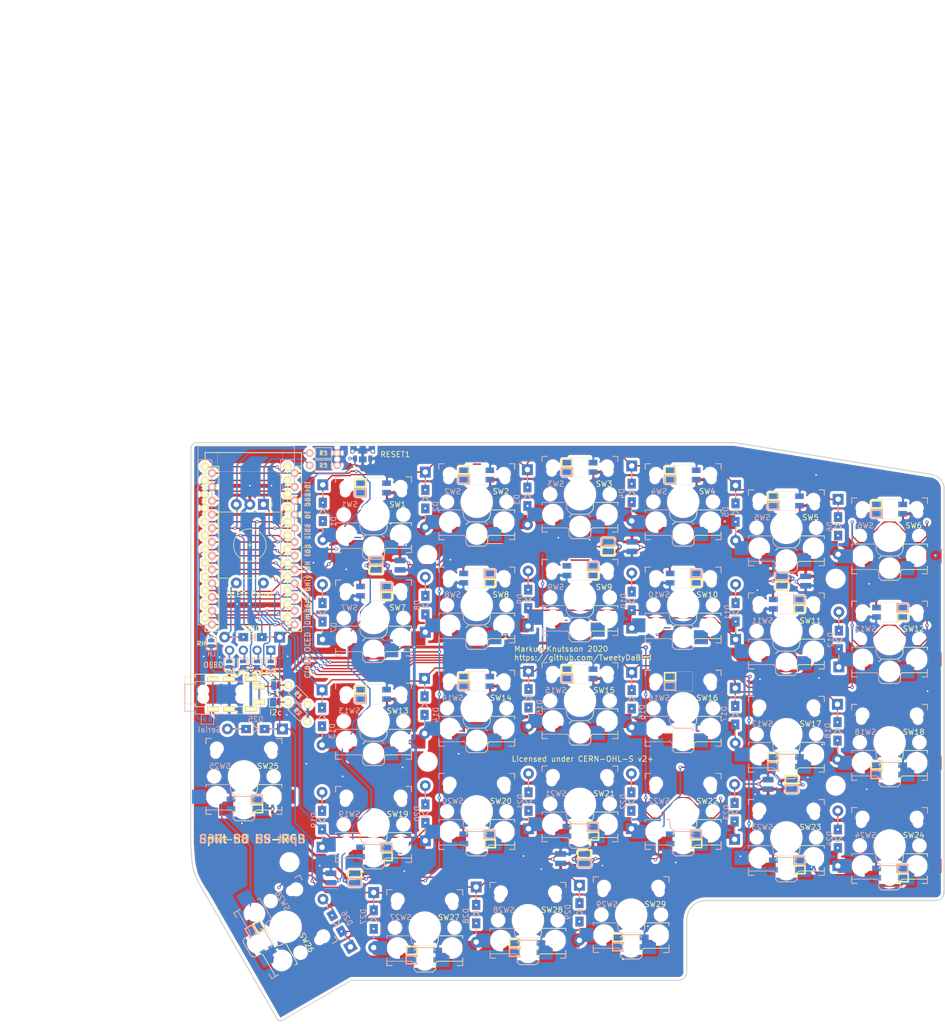
<source format=kicad_pcb>
(kicad_pcb (version 20171130) (host pcbnew "(5.1.6)-1")
  (title_block (title "(Not!)Lily58") (date 2020-11-12) (rev 0.9) (company "Markus Knutsson <markus.knutsson@tweety.se>") (comment 1 https://github.com/TweetyDaBird) (comment 2 "Licensed under CERN-OHL-S v2 or any superseding version"))
  (layers (0 F.Cu signal) (31 B.Cu signal) (34 B.Paste user) (35 F.Paste user) (36 B.SilkS user) (37 F.SilkS user) (38 B.Mask user) (39 F.Mask user) (44 Edge.Cuts user))
  (net 0 "")
  (net 1 "Net-(D1-Pad2)")
  (net 2 row4)
  (net 3 "Net-(D2-Pad2)")
  (net 4 "Net-(D3-Pad2)")
  (net 5 row0)
  (net 6 "Net-(D4-Pad2)")
  (net 7 row1)
  (net 8 "Net-(D5-Pad2)")
  (net 9 row2)
  (net 10 "Net-(D6-Pad2)")
  (net 11 row3)
  (net 12 "Net-(D7-Pad2)")
  (net 13 "Net-(D8-Pad2)")
  (net 14 "Net-(D9-Pad2)")
  (net 15 "Net-(D10-Pad2)")
  (net 16 "Net-(D11-Pad2)")
  (net 17 "Net-(D12-Pad2)")
  (net 18 "Net-(D13-Pad2)")
  (net 19 "Net-(D14-Pad2)")
  (net 20 "Net-(D15-Pad2)")
  (net 21 "Net-(D16-Pad2)")
  (net 22 "Net-(D17-Pad2)")
  (net 23 "Net-(D18-Pad2)")
  (net 24 "Net-(D19-Pad2)")
  (net 25 "Net-(D20-Pad2)")
  (net 26 "Net-(D21-Pad2)")
  (net 27 "Net-(D22-Pad2)")
  (net 28 "Net-(D23-Pad2)")
  (net 29 "Net-(D24-Pad2)")
  (net 30 "Net-(D25-Pad2)")
  (net 31 "Net-(D26-Pad2)")
  (net 32 "Net-(D27-Pad2)")
  (net 33 "Net-(D28-Pad2)")
  (net 34 VCC)
  (net 35 GND)
  (net 36 col0)
  (net 37 col1)
  (net 38 col2)
  (net 39 col3)
  (net 40 col4)
  (net 41 col5)
  (net 42 SDA)
  (net 43 LED)
  (net 44 SCL)
  (net 45 RESET)
  (net 46 "Net-(D29-Pad2)")
  (net 47 "Net-(U1-Pad24)")
  (net 48 DATA)
  (net 49 "Net-(JP1-Pad1)")
  (net 50 "Net-(JP2-Pad1)")
  (net 51 "Net-(JP3-Pad1)")
  (net 52 "Net-(JP4-Pad1)")
  (net 53 "Net-(L1-Pad1)")
  (net 54 "Net-(L2-Pad1)")
  (net 55 "Net-(L3-Pad1)")
  (net 56 "Net-(L4-Pad1)")
  (net 57 "Net-(L5-Pad1)")
  (net 58 "Net-(L12-Pad3)")
  (net 59 "Net-(L13-Pad3)")
  (net 60 "Net-(L7-Pad3)")
  (net 61 "Net-(L8-Pad3)")
  (net 62 "Net-(L10-Pad1)")
  (net 63 "Net-(L10-Pad3)")
  (net 64 "Net-(L11-Pad3)")
  (net 65 "Net-(L13-Pad1)")
  (net 66 "Net-(L14-Pad1)")
  (net 67 "Net-(L15-Pad1)")
  (net 68 "Net-(L16-Pad1)")
  (net 69 "Net-(L17-Pad1)")
  (net 70 "Net-(L18-Pad1)")
  (net 71 "Net-(L19-Pad3)")
  (net 72 "Net-(L19-Pad1)")
  (net 73 "Net-(L20-Pad3)")
  (net 74 "Net-(L21-Pad3)")
  (net 75 "Net-(L22-Pad3)")
  (net 76 "Net-(L23-Pad3)")
  (net 77 "Net-(L25-Pad1)")
  (net 78 "Net-(L26-Pad1)")
  (net 79 "Net-(L27-Pad1)")
  (net 80 "Net-(L28-Pad1)")
  (net 81 "Net-(L29-Pad1)")
  (net 82 "Net-(D30-Pad2)")
  (net 83 Enc0)
  (net 84 Enc1)
  (net 85 Hand)
  (net 86 "Net-(L30-Pad1)")
  (net 87 "Net-(L31-Pad1)")
  (net 88 "Net-(L32-Pad1)")
  (net 89 "Net-(L33-Pad1)")
  (net 90 "Net-(L33-Pad3)")
  (net 91 "Net-(L34-Pad3)")
  (net 92 "Net-(J1-PadR2)")
  (net 93 "Net-(J1-PadS)")
  (module keyswitches:Kailh_socket_PG1350_PG1353_reversible (layer F.Cu) (at 161.95 123.8)
    (fp_text reference SW29 (at 4.445 -1.905) (layer F.SilkS))
    (fp_text value SW_PUSH)
    (fp_text user %R (at -4.445 -1.905) (layer B.SilkS) (effects (justify mirror)))
    (pad "" np_thru_hole circle (at -5.22 -4.22) (size 0.9906 0.9906) (drill 0.9906) (layers *.Cu *.Mask))
    (pad "" np_thru_hole circle (at 5.22 -4.2) (size 0.9906 0.9906) (drill 0.9906) (layers *.Cu *.Mask))
    (pad "" np_thru_hole circle (at -5.5 0) (size 1.7018 1.7018) (drill 1.7018) (layers *.Cu *.Mask))
    (pad "" np_thru_hole circle (at 5.5 0) (size 1.7018 1.7018) (drill 1.7018) (layers *.Cu *.Mask))
    (pad 1 smd rect (at -3.275 5.95) (size 2.6 2.6) (layers F.Cu F.Paste F.Mask) (net 37 col1))
    (pad "" np_thru_hole circle (at 5 3.75) (size 3 3) (drill 3) (layers *.Cu *.Mask))
    (pad "" np_thru_hole circle (at 0 0) (size 5 5) (drill 5) (layers *.Cu *.Mask))
    (pad "" np_thru_hole circle (at 0 5.95) (size 3 3) (drill 3) (layers *.Cu *.Mask))
    (pad 2 smd rect (at 8.275 3.75) (size 2.6 2.6) (layers F.Cu F.Paste F.Mask) (net 46 "Net-(D29-Pad2)"))
    (pad "" np_thru_hole circle (at -5 3.75) (size 3 3) (drill 3) (layers *.Cu *.Mask))
    (pad 2 smd rect (at 3.275 5.95) (size 2.6 2.6) (layers B.Cu B.Paste B.Mask) (net 46 "Net-(D29-Pad2)"))
    (pad 1 smd rect (at -8.275 3.75) (size 2.6 2.6) (layers B.Cu B.Paste B.Mask) (net 37 col1))
    (pad "" np_thru_hole circle (at -5 -5.15) (size 1.6 1.6) (drill 1.6) (layers *.Cu *.Mask))
    (pad "" np_thru_hole circle (at 5 -5.15) (size 1.6 1.6) (drill 1.6) (layers *.Cu *.Mask))
  )
  (module keyswitches:Kailh_socket_PG1350_PG1353_reversible (layer F.Cu) (at 142.8977 124.8283)
    (fp_text reference SW28 (at 4.445 -1.905) (layer F.SilkS))
    (fp_text value SW_PUSH)
    (fp_text user %R (at -4.445 -1.905) (layer B.SilkS) (effects (justify mirror)))
    (pad "" np_thru_hole circle (at -5.22 -4.22) (size 0.9906 0.9906) (drill 0.9906) (layers *.Cu *.Mask))
    (pad "" np_thru_hole circle (at 5.22 -4.2) (size 0.9906 0.9906) (drill 0.9906) (layers *.Cu *.Mask))
    (pad "" np_thru_hole circle (at -5.5 0) (size 1.7018 1.7018) (drill 1.7018) (layers *.Cu *.Mask))
    (pad "" np_thru_hole circle (at 5.5 0) (size 1.7018 1.7018) (drill 1.7018) (layers *.Cu *.Mask))
    (pad 1 smd rect (at -3.275 5.95) (size 2.6 2.6) (layers F.Cu F.Paste F.Mask) (net 38 col2))
    (pad "" np_thru_hole circle (at 5 3.75) (size 3 3) (drill 3) (layers *.Cu *.Mask))
    (pad "" np_thru_hole circle (at 0 0) (size 5 5) (drill 5) (layers *.Cu *.Mask))
    (pad "" np_thru_hole circle (at 0 5.95) (size 3 3) (drill 3) (layers *.Cu *.Mask))
    (pad 2 smd rect (at 8.275 3.75) (size 2.6 2.6) (layers F.Cu F.Paste F.Mask) (net 33 "Net-(D28-Pad2)"))
    (pad "" np_thru_hole circle (at -5 3.75) (size 3 3) (drill 3) (layers *.Cu *.Mask))
    (pad 2 smd rect (at 3.275 5.95) (size 2.6 2.6) (layers B.Cu B.Paste B.Mask) (net 33 "Net-(D28-Pad2)"))
    (pad 1 smd rect (at -8.275 3.75) (size 2.6 2.6) (layers B.Cu B.Paste B.Mask) (net 38 col2))
    (pad "" np_thru_hole circle (at -5 -5.15) (size 1.6 1.6) (drill 1.6) (layers *.Cu *.Mask))
    (pad "" np_thru_hole circle (at 5 -5.15) (size 1.6 1.6) (drill 1.6) (layers *.Cu *.Mask))
  )
  (module keyswitches:Kailh_socket_PG1350_PG1353_reversible (layer F.Cu) (at 123.85 126.2)
    (fp_text reference SW27 (at 4.445 -1.905) (layer F.SilkS))
    (fp_text value SW_PUSH)
    (fp_text user %R (at -4.445 -1.905) (layer B.SilkS) (effects (justify mirror)))
    (pad "" np_thru_hole circle (at -5.22 -4.22) (size 0.9906 0.9906) (drill 0.9906) (layers *.Cu *.Mask))
    (pad "" np_thru_hole circle (at 5.22 -4.2) (size 0.9906 0.9906) (drill 0.9906) (layers *.Cu *.Mask))
    (pad "" np_thru_hole circle (at -5.5 0) (size 1.7018 1.7018) (drill 1.7018) (layers *.Cu *.Mask))
    (pad "" np_thru_hole circle (at 5.5 0) (size 1.7018 1.7018) (drill 1.7018) (layers *.Cu *.Mask))
    (pad 1 smd rect (at -3.275 5.95) (size 2.6 2.6) (layers F.Cu F.Paste F.Mask) (net 39 col3))
    (pad "" np_thru_hole circle (at 5 3.75) (size 3 3) (drill 3) (layers *.Cu *.Mask))
    (pad "" np_thru_hole circle (at 0 0) (size 5 5) (drill 5) (layers *.Cu *.Mask))
    (pad "" np_thru_hole circle (at 0 5.95) (size 3 3) (drill 3) (layers *.Cu *.Mask))
    (pad 2 smd rect (at 8.275 3.75) (size 2.6 2.6) (layers F.Cu F.Paste F.Mask) (net 32 "Net-(D27-Pad2)"))
    (pad "" np_thru_hole circle (at -5 3.75) (size 3 3) (drill 3) (layers *.Cu *.Mask))
    (pad 2 smd rect (at 3.275 5.95) (size 2.6 2.6) (layers B.Cu B.Paste B.Mask) (net 32 "Net-(D27-Pad2)"))
    (pad 1 smd rect (at -8.275 3.75) (size 2.6 2.6) (layers B.Cu B.Paste B.Mask) (net 39 col3))
    (pad "" np_thru_hole circle (at -5 -5.15) (size 1.6 1.6) (drill 1.6) (layers *.Cu *.Mask))
    (pad "" np_thru_hole circle (at 5 -5.15) (size 1.6 1.6) (drill 1.6) (layers *.Cu *.Mask))
  )
  (module keyswitches:Kailh_socket_PG1350_PG1353_reversible (layer F.Cu) (at 98.171 126.0475 300)
    (fp_text reference SW26 (at 4.445 -1.905 120) (layer F.SilkS))
    (fp_text value SW_PUSH)
    (fp_text user %R (at -4.445 -1.905 120) (layer B.SilkS) (effects (justify mirror)))
    (pad "" np_thru_hole circle (at -5.22 -4.22 300) (size 0.9906 0.9906) (drill 0.9906) (layers *.Cu *.Mask))
    (pad "" np_thru_hole circle (at 5.22 -4.2 300) (size 0.9906 0.9906) (drill 0.9906) (layers *.Cu *.Mask))
    (pad "" np_thru_hole circle (at -5.5 0 300) (size 1.7018 1.7018) (drill 1.7018) (layers *.Cu *.Mask))
    (pad "" np_thru_hole circle (at 5.5 0 300) (size 1.7018 1.7018) (drill 1.7018) (layers *.Cu *.Mask))
    (pad 1 smd rect (at -3.275 5.95 300) (size 2.6 2.6) (layers F.Cu F.Paste F.Mask) (net 40 col4))
    (pad "" np_thru_hole circle (at 5 3.75 300) (size 3 3) (drill 3) (layers *.Cu *.Mask))
    (pad "" np_thru_hole circle (at 0 0 300) (size 5 5) (drill 5) (layers *.Cu *.Mask))
    (pad "" np_thru_hole circle (at 0 5.95 300) (size 3 3) (drill 3) (layers *.Cu *.Mask))
    (pad 2 smd rect (at 8.275 3.75 300) (size 2.6 2.6) (layers F.Cu F.Paste F.Mask) (net 31 "Net-(D26-Pad2)"))
    (pad "" np_thru_hole circle (at -5 3.75 300) (size 3 3) (drill 3) (layers *.Cu *.Mask))
    (pad 2 smd rect (at 3.275 5.95 300) (size 2.6 2.6) (layers B.Cu B.Paste B.Mask) (net 31 "Net-(D26-Pad2)"))
    (pad 1 smd rect (at -8.275 3.75 300) (size 2.6 2.6) (layers B.Cu B.Paste B.Mask) (net 40 col4))
    (pad "" np_thru_hole circle (at -5 -5.15 300) (size 1.6 1.6) (drill 1.6) (layers *.Cu *.Mask))
    (pad "" np_thru_hole circle (at 5 -5.15 300) (size 1.6 1.6) (drill 1.6) (layers *.Cu *.Mask))
  )
  (module keyswitches:Kailh_socket_PG1350_PG1353_reversible (layer F.Cu) (at 90.4748 98.2853)
    (fp_text reference SW25 (at 4.445 -1.905) (layer F.SilkS))
    (fp_text value SW_PUSH)
    (fp_text user %R (at -4.445 -1.905) (layer B.SilkS) (effects (justify mirror)))
    (pad "" np_thru_hole circle (at -5.22 -4.22) (size 0.9906 0.9906) (drill 0.9906) (layers *.Cu *.Mask))
    (pad "" np_thru_hole circle (at 5.22 -4.2) (size 0.9906 0.9906) (drill 0.9906) (layers *.Cu *.Mask))
    (pad "" np_thru_hole circle (at -5.5 0) (size 1.7018 1.7018) (drill 1.7018) (layers *.Cu *.Mask))
    (pad "" np_thru_hole circle (at 5.5 0) (size 1.7018 1.7018) (drill 1.7018) (layers *.Cu *.Mask))
    (pad 1 smd rect (at -3.275 5.95) (size 2.6 2.6) (layers F.Cu F.Paste F.Mask) (net 41 col5))
    (pad "" np_thru_hole circle (at 5 3.75) (size 3 3) (drill 3) (layers *.Cu *.Mask))
    (pad "" np_thru_hole circle (at 0 0) (size 5 5) (drill 5) (layers *.Cu *.Mask))
    (pad "" np_thru_hole circle (at 0 5.95) (size 3 3) (drill 3) (layers *.Cu *.Mask))
    (pad 2 smd rect (at 8.275 3.75) (size 2.6 2.6) (layers F.Cu F.Paste F.Mask) (net 30 "Net-(D25-Pad2)"))
    (pad "" np_thru_hole circle (at -5 3.75) (size 3 3) (drill 3) (layers *.Cu *.Mask))
    (pad 2 smd rect (at 3.275 5.95) (size 2.6 2.6) (layers B.Cu B.Paste B.Mask) (net 30 "Net-(D25-Pad2)"))
    (pad 1 smd rect (at -8.275 3.75) (size 2.6 2.6) (layers B.Cu B.Paste B.Mask) (net 41 col5))
    (pad "" np_thru_hole circle (at -5 -5.15) (size 1.6 1.6) (drill 1.6) (layers *.Cu *.Mask))
    (pad "" np_thru_hole circle (at 5 -5.15) (size 1.6 1.6) (drill 1.6) (layers *.Cu *.Mask))
  )
  (module keyswitches:Kailh_socket_PG1350_PG1353_reversible (layer F.Cu) (at 209.65 111.05)
    (fp_text reference SW24 (at 4.445 -1.905) (layer F.SilkS))
    (fp_text value SW_PUSH)
    (fp_text user %R (at -4.445 -1.905) (layer B.SilkS) (effects (justify mirror)))
    (pad "" np_thru_hole circle (at -5.22 -4.22) (size 0.9906 0.9906) (drill 0.9906) (layers *.Cu *.Mask))
    (pad "" np_thru_hole circle (at 5.22 -4.2) (size 0.9906 0.9906) (drill 0.9906) (layers *.Cu *.Mask))
    (pad "" np_thru_hole circle (at -5.5 0) (size 1.7018 1.7018) (drill 1.7018) (layers *.Cu *.Mask))
    (pad "" np_thru_hole circle (at 5.5 0) (size 1.7018 1.7018) (drill 1.7018) (layers *.Cu *.Mask))
    (pad 1 smd rect (at -3.275 5.95) (size 2.6 2.6) (layers F.Cu F.Paste F.Mask) (net 36 col0))
    (pad "" np_thru_hole circle (at 5 3.75) (size 3 3) (drill 3) (layers *.Cu *.Mask))
    (pad "" np_thru_hole circle (at 0 0) (size 5 5) (drill 5) (layers *.Cu *.Mask))
    (pad "" np_thru_hole circle (at 0 5.95) (size 3 3) (drill 3) (layers *.Cu *.Mask))
    (pad 2 smd rect (at 8.275 3.75) (size 2.6 2.6) (layers F.Cu F.Paste F.Mask) (net 29 "Net-(D24-Pad2)"))
    (pad "" np_thru_hole circle (at -5 3.75) (size 3 3) (drill 3) (layers *.Cu *.Mask))
    (pad 2 smd rect (at 3.275 5.95) (size 2.6 2.6) (layers B.Cu B.Paste B.Mask) (net 29 "Net-(D24-Pad2)"))
    (pad 1 smd rect (at -8.275 3.75) (size 2.6 2.6) (layers B.Cu B.Paste B.Mask) (net 36 col0))
    (pad "" np_thru_hole circle (at -5 -5.15) (size 1.6 1.6) (drill 1.6) (layers *.Cu *.Mask))
    (pad "" np_thru_hole circle (at 5 -5.15) (size 1.6 1.6) (drill 1.6) (layers *.Cu *.Mask))
  )
  (module keyswitches:Kailh_socket_PG1350_PG1353_reversible (layer F.Cu) (at 190.6 109.55)
    (fp_text reference SW23 (at 4.445 -1.905) (layer F.SilkS))
    (fp_text value SW_PUSH)
    (fp_text user %R (at -4.445 -1.905) (layer B.SilkS) (effects (justify mirror)))
    (pad "" np_thru_hole circle (at -5.22 -4.22) (size 0.9906 0.9906) (drill 0.9906) (layers *.Cu *.Mask))
    (pad "" np_thru_hole circle (at 5.22 -4.2) (size 0.9906 0.9906) (drill 0.9906) (layers *.Cu *.Mask))
    (pad "" np_thru_hole circle (at -5.5 0) (size 1.7018 1.7018) (drill 1.7018) (layers *.Cu *.Mask))
    (pad "" np_thru_hole circle (at 5.5 0) (size 1.7018 1.7018) (drill 1.7018) (layers *.Cu *.Mask))
    (pad 1 smd rect (at -3.275 5.95) (size 2.6 2.6) (layers F.Cu F.Paste F.Mask) (net 37 col1))
    (pad "" np_thru_hole circle (at 5 3.75) (size 3 3) (drill 3) (layers *.Cu *.Mask))
    (pad "" np_thru_hole circle (at 0 0) (size 5 5) (drill 5) (layers *.Cu *.Mask))
    (pad "" np_thru_hole circle (at 0 5.95) (size 3 3) (drill 3) (layers *.Cu *.Mask))
    (pad 2 smd rect (at 8.275 3.75) (size 2.6 2.6) (layers F.Cu F.Paste F.Mask) (net 28 "Net-(D23-Pad2)"))
    (pad "" np_thru_hole circle (at -5 3.75) (size 3 3) (drill 3) (layers *.Cu *.Mask))
    (pad 2 smd rect (at 3.275 5.95) (size 2.6 2.6) (layers B.Cu B.Paste B.Mask) (net 28 "Net-(D23-Pad2)"))
    (pad 1 smd rect (at -8.275 3.75) (size 2.6 2.6) (layers B.Cu B.Paste B.Mask) (net 37 col1))
    (pad "" np_thru_hole circle (at -5 -5.15) (size 1.6 1.6) (drill 1.6) (layers *.Cu *.Mask))
    (pad "" np_thru_hole circle (at 5 -5.15) (size 1.6 1.6) (drill 1.6) (layers *.Cu *.Mask))
  )
  (module keyswitches:Kailh_socket_PG1350_PG1353_reversible (layer F.Cu) (at 171.55 104.75)
    (fp_text reference SW22 (at 4.445 -1.905) (layer F.SilkS))
    (fp_text value SW_PUSH)
    (fp_text user %R (at -4.445 -1.905) (layer B.SilkS) (effects (justify mirror)))
    (pad "" np_thru_hole circle (at -5.22 -4.22) (size 0.9906 0.9906) (drill 0.9906) (layers *.Cu *.Mask))
    (pad "" np_thru_hole circle (at 5.22 -4.2) (size 0.9906 0.9906) (drill 0.9906) (layers *.Cu *.Mask))
    (pad "" np_thru_hole circle (at -5.5 0) (size 1.7018 1.7018) (drill 1.7018) (layers *.Cu *.Mask))
    (pad "" np_thru_hole circle (at 5.5 0) (size 1.7018 1.7018) (drill 1.7018) (layers *.Cu *.Mask))
    (pad 1 smd rect (at -3.275 5.95) (size 2.6 2.6) (layers F.Cu F.Paste F.Mask) (net 38 col2))
    (pad "" np_thru_hole circle (at 5 3.75) (size 3 3) (drill 3) (layers *.Cu *.Mask))
    (pad "" np_thru_hole circle (at 0 0) (size 5 5) (drill 5) (layers *.Cu *.Mask))
    (pad "" np_thru_hole circle (at 0 5.95) (size 3 3) (drill 3) (layers *.Cu *.Mask))
    (pad 2 smd rect (at 8.275 3.75) (size 2.6 2.6) (layers F.Cu F.Paste F.Mask) (net 27 "Net-(D22-Pad2)"))
    (pad "" np_thru_hole circle (at -5 3.75) (size 3 3) (drill 3) (layers *.Cu *.Mask))
    (pad 2 smd rect (at 3.275 5.95) (size 2.6 2.6) (layers B.Cu B.Paste B.Mask) (net 27 "Net-(D22-Pad2)"))
    (pad 1 smd rect (at -8.275 3.75) (size 2.6 2.6) (layers B.Cu B.Paste B.Mask) (net 38 col2))
    (pad "" np_thru_hole circle (at -5 -5.15) (size 1.6 1.6) (drill 1.6) (layers *.Cu *.Mask))
    (pad "" np_thru_hole circle (at 5 -5.15) (size 1.6 1.6) (drill 1.6) (layers *.Cu *.Mask))
  )
  (module keyswitches:Kailh_socket_PG1350_PG1353_reversible (layer F.Cu) (at 152.5 103.36)
    (fp_text reference SW21 (at 4.445 -1.905) (layer F.SilkS))
    (fp_text value SW_PUSH)
    (fp_text user %R (at -4.445 -1.905) (layer B.SilkS) (effects (justify mirror)))
    (pad "" np_thru_hole circle (at -5.22 -4.22) (size 0.9906 0.9906) (drill 0.9906) (layers *.Cu *.Mask))
    (pad "" np_thru_hole circle (at 5.22 -4.2) (size 0.9906 0.9906) (drill 0.9906) (layers *.Cu *.Mask))
    (pad "" np_thru_hole circle (at -5.5 0) (size 1.7018 1.7018) (drill 1.7018) (layers *.Cu *.Mask))
    (pad "" np_thru_hole circle (at 5.5 0) (size 1.7018 1.7018) (drill 1.7018) (layers *.Cu *.Mask))
    (pad 1 smd rect (at -3.275 5.95) (size 2.6 2.6) (layers F.Cu F.Paste F.Mask) (net 39 col3))
    (pad "" np_thru_hole circle (at 5 3.75) (size 3 3) (drill 3) (layers *.Cu *.Mask))
    (pad "" np_thru_hole circle (at 0 0) (size 5 5) (drill 5) (layers *.Cu *.Mask))
    (pad "" np_thru_hole circle (at 0 5.95) (size 3 3) (drill 3) (layers *.Cu *.Mask))
    (pad 2 smd rect (at 8.275 3.75) (size 2.6 2.6) (layers F.Cu F.Paste F.Mask) (net 26 "Net-(D21-Pad2)"))
    (pad "" np_thru_hole circle (at -5 3.75) (size 3 3) (drill 3) (layers *.Cu *.Mask))
    (pad 2 smd rect (at 3.275 5.95) (size 2.6 2.6) (layers B.Cu B.Paste B.Mask) (net 26 "Net-(D21-Pad2)"))
    (pad 1 smd rect (at -8.275 3.75) (size 2.6 2.6) (layers B.Cu B.Paste B.Mask) (net 39 col3))
    (pad "" np_thru_hole circle (at -5 -5.15) (size 1.6 1.6) (drill 1.6) (layers *.Cu *.Mask))
    (pad "" np_thru_hole circle (at 5 -5.15) (size 1.6 1.6) (drill 1.6) (layers *.Cu *.Mask))
  )
  (module keyswitches:Kailh_socket_PG1350_PG1353_reversible (layer F.Cu) (at 133.45 104.75)
    (fp_text reference SW20 (at 4.445 -1.905) (layer F.SilkS))
    (fp_text value SW_PUSH)
    (fp_text user %R (at -4.445 -1.905) (layer B.SilkS) (effects (justify mirror)))
    (pad "" np_thru_hole circle (at -5.22 -4.22) (size 0.9906 0.9906) (drill 0.9906) (layers *.Cu *.Mask))
    (pad "" np_thru_hole circle (at 5.22 -4.2) (size 0.9906 0.9906) (drill 0.9906) (layers *.Cu *.Mask))
    (pad "" np_thru_hole circle (at -5.5 0) (size 1.7018 1.7018) (drill 1.7018) (layers *.Cu *.Mask))
    (pad "" np_thru_hole circle (at 5.5 0) (size 1.7018 1.7018) (drill 1.7018) (layers *.Cu *.Mask))
    (pad 1 smd rect (at -3.275 5.95) (size 2.6 2.6) (layers F.Cu F.Paste F.Mask) (net 40 col4))
    (pad "" np_thru_hole circle (at 5 3.75) (size 3 3) (drill 3) (layers *.Cu *.Mask))
    (pad "" np_thru_hole circle (at 0 0) (size 5 5) (drill 5) (layers *.Cu *.Mask))
    (pad "" np_thru_hole circle (at 0 5.95) (size 3 3) (drill 3) (layers *.Cu *.Mask))
    (pad 2 smd rect (at 8.275 3.75) (size 2.6 2.6) (layers F.Cu F.Paste F.Mask) (net 25 "Net-(D20-Pad2)"))
    (pad "" np_thru_hole circle (at -5 3.75) (size 3 3) (drill 3) (layers *.Cu *.Mask))
    (pad 2 smd rect (at 3.275 5.95) (size 2.6 2.6) (layers B.Cu B.Paste B.Mask) (net 25 "Net-(D20-Pad2)"))
    (pad 1 smd rect (at -8.275 3.75) (size 2.6 2.6) (layers B.Cu B.Paste B.Mask) (net 40 col4))
    (pad "" np_thru_hole circle (at -5 -5.15) (size 1.6 1.6) (drill 1.6) (layers *.Cu *.Mask))
    (pad "" np_thru_hole circle (at 5 -5.15) (size 1.6 1.6) (drill 1.6) (layers *.Cu *.Mask))
  )
  (module keyswitches:Kailh_socket_PG1350_PG1353_reversible (layer F.Cu) (at 114.4 107.15)
    (fp_text reference SW19 (at 4.445 -1.905) (layer F.SilkS))
    (fp_text value SW_PUSH)
    (fp_text user %R (at -4.445 -1.905) (layer B.SilkS) (effects (justify mirror)))
    (pad "" np_thru_hole circle (at -5.22 -4.22) (size 0.9906 0.9906) (drill 0.9906) (layers *.Cu *.Mask))
    (pad "" np_thru_hole circle (at 5.22 -4.2) (size 0.9906 0.9906) (drill 0.9906) (layers *.Cu *.Mask))
    (pad "" np_thru_hole circle (at -5.5 0) (size 1.7018 1.7018) (drill 1.7018) (layers *.Cu *.Mask))
    (pad "" np_thru_hole circle (at 5.5 0) (size 1.7018 1.7018) (drill 1.7018) (layers *.Cu *.Mask))
    (pad 1 smd rect (at -3.275 5.95) (size 2.6 2.6) (layers F.Cu F.Paste F.Mask) (net 41 col5))
    (pad "" np_thru_hole circle (at 5 3.75) (size 3 3) (drill 3) (layers *.Cu *.Mask))
    (pad "" np_thru_hole circle (at 0 0) (size 5 5) (drill 5) (layers *.Cu *.Mask))
    (pad "" np_thru_hole circle (at 0 5.95) (size 3 3) (drill 3) (layers *.Cu *.Mask))
    (pad 2 smd rect (at 8.275 3.75) (size 2.6 2.6) (layers F.Cu F.Paste F.Mask) (net 24 "Net-(D19-Pad2)"))
    (pad "" np_thru_hole circle (at -5 3.75) (size 3 3) (drill 3) (layers *.Cu *.Mask))
    (pad 2 smd rect (at 3.275 5.95) (size 2.6 2.6) (layers B.Cu B.Paste B.Mask) (net 24 "Net-(D19-Pad2)"))
    (pad 1 smd rect (at -8.275 3.75) (size 2.6 2.6) (layers B.Cu B.Paste B.Mask) (net 41 col5))
    (pad "" np_thru_hole circle (at -5 -5.15) (size 1.6 1.6) (drill 1.6) (layers *.Cu *.Mask))
    (pad "" np_thru_hole circle (at 5 -5.15) (size 1.6 1.6) (drill 1.6) (layers *.Cu *.Mask))
  )
  (module keyswitches:Kailh_socket_PG1350_PG1353_reversible (layer F.Cu) (at 209.65 92)
    (fp_text reference SW18 (at 4.445 -1.905) (layer F.SilkS))
    (fp_text value SW_PUSH)
    (fp_text user %R (at -4.445 -1.905) (layer B.SilkS) (effects (justify mirror)))
    (pad "" np_thru_hole circle (at -5.22 -4.22) (size 0.9906 0.9906) (drill 0.9906) (layers *.Cu *.Mask))
    (pad "" np_thru_hole circle (at 5.22 -4.2) (size 0.9906 0.9906) (drill 0.9906) (layers *.Cu *.Mask))
    (pad "" np_thru_hole circle (at -5.5 0) (size 1.7018 1.7018) (drill 1.7018) (layers *.Cu *.Mask))
    (pad "" np_thru_hole circle (at 5.5 0) (size 1.7018 1.7018) (drill 1.7018) (layers *.Cu *.Mask))
    (pad 1 smd rect (at -3.275 5.95) (size 2.6 2.6) (layers F.Cu F.Paste F.Mask) (net 36 col0))
    (pad "" np_thru_hole circle (at 5 3.75) (size 3 3) (drill 3) (layers *.Cu *.Mask))
    (pad "" np_thru_hole circle (at 0 0) (size 5 5) (drill 5) (layers *.Cu *.Mask))
    (pad "" np_thru_hole circle (at 0 5.95) (size 3 3) (drill 3) (layers *.Cu *.Mask))
    (pad 2 smd rect (at 8.275 3.75) (size 2.6 2.6) (layers F.Cu F.Paste F.Mask) (net 23 "Net-(D18-Pad2)"))
    (pad "" np_thru_hole circle (at -5 3.75) (size 3 3) (drill 3) (layers *.Cu *.Mask))
    (pad 2 smd rect (at 3.275 5.95) (size 2.6 2.6) (layers B.Cu B.Paste B.Mask) (net 23 "Net-(D18-Pad2)"))
    (pad 1 smd rect (at -8.275 3.75) (size 2.6 2.6) (layers B.Cu B.Paste B.Mask) (net 36 col0))
    (pad "" np_thru_hole circle (at -5 -5.15) (size 1.6 1.6) (drill 1.6) (layers *.Cu *.Mask))
    (pad "" np_thru_hole circle (at 5 -5.15) (size 1.6 1.6) (drill 1.6) (layers *.Cu *.Mask))
  )
  (module keyswitches:Kailh_socket_PG1350_PG1353_reversible (layer F.Cu) (at 190.6 90.5)
    (fp_text reference SW17 (at 4.445 -1.905) (layer F.SilkS))
    (fp_text value SW_PUSH)
    (fp_text user %R (at -4.445 -1.905) (layer B.SilkS) (effects (justify mirror)))
    (pad "" np_thru_hole circle (at -5.22 -4.22) (size 0.9906 0.9906) (drill 0.9906) (layers *.Cu *.Mask))
    (pad "" np_thru_hole circle (at 5.22 -4.2) (size 0.9906 0.9906) (drill 0.9906) (layers *.Cu *.Mask))
    (pad "" np_thru_hole circle (at -5.5 0) (size 1.7018 1.7018) (drill 1.7018) (layers *.Cu *.Mask))
    (pad "" np_thru_hole circle (at 5.5 0) (size 1.7018 1.7018) (drill 1.7018) (layers *.Cu *.Mask))
    (pad 1 smd rect (at -3.275 5.95) (size 2.6 2.6) (layers F.Cu F.Paste F.Mask) (net 37 col1))
    (pad "" np_thru_hole circle (at 5 3.75) (size 3 3) (drill 3) (layers *.Cu *.Mask))
    (pad "" np_thru_hole circle (at 0 0) (size 5 5) (drill 5) (layers *.Cu *.Mask))
    (pad "" np_thru_hole circle (at 0 5.95) (size 3 3) (drill 3) (layers *.Cu *.Mask))
    (pad 2 smd rect (at 8.275 3.75) (size 2.6 2.6) (layers F.Cu F.Paste F.Mask) (net 22 "Net-(D17-Pad2)"))
    (pad "" np_thru_hole circle (at -5 3.75) (size 3 3) (drill 3) (layers *.Cu *.Mask))
    (pad 2 smd rect (at 3.275 5.95) (size 2.6 2.6) (layers B.Cu B.Paste B.Mask) (net 22 "Net-(D17-Pad2)"))
    (pad 1 smd rect (at -8.275 3.75) (size 2.6 2.6) (layers B.Cu B.Paste B.Mask) (net 37 col1))
    (pad "" np_thru_hole circle (at -5 -5.15) (size 1.6 1.6) (drill 1.6) (layers *.Cu *.Mask))
    (pad "" np_thru_hole circle (at 5 -5.15) (size 1.6 1.6) (drill 1.6) (layers *.Cu *.Mask))
  )
  (module keyswitches:Kailh_socket_PG1350_PG1353_reversible (layer F.Cu) (at 171.55 85.7)
    (fp_text reference SW16 (at 4.445 -1.905) (layer F.SilkS))
    (fp_text value SW_PUSH)
    (fp_text user %R (at -4.445 -1.905) (layer B.SilkS) (effects (justify mirror)))
    (pad "" np_thru_hole circle (at -5.22 -4.22) (size 0.9906 0.9906) (drill 0.9906) (layers *.Cu *.Mask))
    (pad "" np_thru_hole circle (at 5.22 -4.2) (size 0.9906 0.9906) (drill 0.9906) (layers *.Cu *.Mask))
    (pad "" np_thru_hole circle (at -5.5 0) (size 1.7018 1.7018) (drill 1.7018) (layers *.Cu *.Mask))
    (pad "" np_thru_hole circle (at 5.5 0) (size 1.7018 1.7018) (drill 1.7018) (layers *.Cu *.Mask))
    (pad 1 smd rect (at -3.275 5.95) (size 2.6 2.6) (layers F.Cu F.Paste F.Mask) (net 38 col2))
    (pad "" np_thru_hole circle (at 5 3.75) (size 3 3) (drill 3) (layers *.Cu *.Mask))
    (pad "" np_thru_hole circle (at 0 0) (size 5 5) (drill 5) (layers *.Cu *.Mask))
    (pad "" np_thru_hole circle (at 0 5.95) (size 3 3) (drill 3) (layers *.Cu *.Mask))
    (pad 2 smd rect (at 8.275 3.75) (size 2.6 2.6) (layers F.Cu F.Paste F.Mask) (net 21 "Net-(D16-Pad2)"))
    (pad "" np_thru_hole circle (at -5 3.75) (size 3 3) (drill 3) (layers *.Cu *.Mask))
    (pad 2 smd rect (at 3.275 5.95) (size 2.6 2.6) (layers B.Cu B.Paste B.Mask) (net 21 "Net-(D16-Pad2)"))
    (pad 1 smd rect (at -8.275 3.75) (size 2.6 2.6) (layers B.Cu B.Paste B.Mask) (net 38 col2))
    (pad "" np_thru_hole circle (at -5 -5.15) (size 1.6 1.6) (drill 1.6) (layers *.Cu *.Mask))
    (pad "" np_thru_hole circle (at 5 -5.15) (size 1.6 1.6) (drill 1.6) (layers *.Cu *.Mask))
  )
  (module keyswitches:Kailh_socket_PG1350_PG1353_reversible (layer F.Cu) (at 152.5 84.31)
    (fp_text reference SW15 (at 4.445 -1.905) (layer F.SilkS))
    (fp_text value SW_PUSH)
    (fp_text user %R (at -4.445 -1.905) (layer B.SilkS) (effects (justify mirror)))
    (pad "" np_thru_hole circle (at -5.22 -4.22) (size 0.9906 0.9906) (drill 0.9906) (layers *.Cu *.Mask))
    (pad "" np_thru_hole circle (at 5.22 -4.2) (size 0.9906 0.9906) (drill 0.9906) (layers *.Cu *.Mask))
    (pad "" np_thru_hole circle (at -5.5 0) (size 1.7018 1.7018) (drill 1.7018) (layers *.Cu *.Mask))
    (pad "" np_thru_hole circle (at 5.5 0) (size 1.7018 1.7018) (drill 1.7018) (layers *.Cu *.Mask))
    (pad 1 smd rect (at -3.275 5.95) (size 2.6 2.6) (layers F.Cu F.Paste F.Mask) (net 39 col3))
    (pad "" np_thru_hole circle (at 5 3.75) (size 3 3) (drill 3) (layers *.Cu *.Mask))
    (pad "" np_thru_hole circle (at 0 0) (size 5 5) (drill 5) (layers *.Cu *.Mask))
    (pad "" np_thru_hole circle (at 0 5.95) (size 3 3) (drill 3) (layers *.Cu *.Mask))
    (pad 2 smd rect (at 8.275 3.75) (size 2.6 2.6) (layers F.Cu F.Paste F.Mask) (net 20 "Net-(D15-Pad2)"))
    (pad "" np_thru_hole circle (at -5 3.75) (size 3 3) (drill 3) (layers *.Cu *.Mask))
    (pad 2 smd rect (at 3.275 5.95) (size 2.6 2.6) (layers B.Cu B.Paste B.Mask) (net 20 "Net-(D15-Pad2)"))
    (pad 1 smd rect (at -8.275 3.75) (size 2.6 2.6) (layers B.Cu B.Paste B.Mask) (net 39 col3))
    (pad "" np_thru_hole circle (at -5 -5.15) (size 1.6 1.6) (drill 1.6) (layers *.Cu *.Mask))
    (pad "" np_thru_hole circle (at 5 -5.15) (size 1.6 1.6) (drill 1.6) (layers *.Cu *.Mask))
  )
  (module keyswitches:Kailh_socket_PG1350_PG1353_reversible (layer F.Cu) (at 133.45 85.7)
    (fp_text reference SW14 (at 4.445 -1.905) (layer F.SilkS))
    (fp_text value SW_PUSH)
    (fp_text user %R (at -4.445 -1.905) (layer B.SilkS) (effects (justify mirror)))
    (pad "" np_thru_hole circle (at -5.22 -4.22) (size 0.9906 0.9906) (drill 0.9906) (layers *.Cu *.Mask))
    (pad "" np_thru_hole circle (at 5.22 -4.2) (size 0.9906 0.9906) (drill 0.9906) (layers *.Cu *.Mask))
    (pad "" np_thru_hole circle (at -5.5 0) (size 1.7018 1.7018) (drill 1.7018) (layers *.Cu *.Mask))
    (pad "" np_thru_hole circle (at 5.5 0) (size 1.7018 1.7018) (drill 1.7018) (layers *.Cu *.Mask))
    (pad 1 smd rect (at -3.275 5.95) (size 2.6 2.6) (layers F.Cu F.Paste F.Mask) (net 40 col4))
    (pad "" np_thru_hole circle (at 5 3.75) (size 3 3) (drill 3) (layers *.Cu *.Mask))
    (pad "" np_thru_hole circle (at 0 0) (size 5 5) (drill 5) (layers *.Cu *.Mask))
    (pad "" np_thru_hole circle (at 0 5.95) (size 3 3) (drill 3) (layers *.Cu *.Mask))
    (pad 2 smd rect (at 8.275 3.75) (size 2.6 2.6) (layers F.Cu F.Paste F.Mask) (net 19 "Net-(D14-Pad2)"))
    (pad "" np_thru_hole circle (at -5 3.75) (size 3 3) (drill 3) (layers *.Cu *.Mask))
    (pad 2 smd rect (at 3.275 5.95) (size 2.6 2.6) (layers B.Cu B.Paste B.Mask) (net 19 "Net-(D14-Pad2)"))
    (pad 1 smd rect (at -8.275 3.75) (size 2.6 2.6) (layers B.Cu B.Paste B.Mask) (net 40 col4))
    (pad "" np_thru_hole circle (at -5 -5.15) (size 1.6 1.6) (drill 1.6) (layers *.Cu *.Mask))
    (pad "" np_thru_hole circle (at 5 -5.15) (size 1.6 1.6) (drill 1.6) (layers *.Cu *.Mask))
  )
  (module keyswitches:Kailh_socket_PG1350_PG1353_reversible (layer F.Cu) (at 114.4 88.1)
    (fp_text reference SW13 (at 4.445 -1.905) (layer F.SilkS))
    (fp_text value SW_PUSH)
    (fp_text user %R (at -4.445 -1.905) (layer B.SilkS) (effects (justify mirror)))
    (pad "" np_thru_hole circle (at -5.22 -4.22) (size 0.9906 0.9906) (drill 0.9906) (layers *.Cu *.Mask))
    (pad "" np_thru_hole circle (at 5.22 -4.2) (size 0.9906 0.9906) (drill 0.9906) (layers *.Cu *.Mask))
    (pad "" np_thru_hole circle (at -5.5 0) (size 1.7018 1.7018) (drill 1.7018) (layers *.Cu *.Mask))
    (pad "" np_thru_hole circle (at 5.5 0) (size 1.7018 1.7018) (drill 1.7018) (layers *.Cu *.Mask))
    (pad 1 smd rect (at -3.275 5.95) (size 2.6 2.6) (layers F.Cu F.Paste F.Mask) (net 41 col5))
    (pad "" np_thru_hole circle (at 5 3.75) (size 3 3) (drill 3) (layers *.Cu *.Mask))
    (pad "" np_thru_hole circle (at 0 0) (size 5 5) (drill 5) (layers *.Cu *.Mask))
    (pad "" np_thru_hole circle (at 0 5.95) (size 3 3) (drill 3) (layers *.Cu *.Mask))
    (pad 2 smd rect (at 8.275 3.75) (size 2.6 2.6) (layers F.Cu F.Paste F.Mask) (net 18 "Net-(D13-Pad2)"))
    (pad "" np_thru_hole circle (at -5 3.75) (size 3 3) (drill 3) (layers *.Cu *.Mask))
    (pad 2 smd rect (at 3.275 5.95) (size 2.6 2.6) (layers B.Cu B.Paste B.Mask) (net 18 "Net-(D13-Pad2)"))
    (pad 1 smd rect (at -8.275 3.75) (size 2.6 2.6) (layers B.Cu B.Paste B.Mask) (net 41 col5))
    (pad "" np_thru_hole circle (at -5 -5.15) (size 1.6 1.6) (drill 1.6) (layers *.Cu *.Mask))
    (pad "" np_thru_hole circle (at 5 -5.15) (size 1.6 1.6) (drill 1.6) (layers *.Cu *.Mask))
  )
  (module keyswitches:Kailh_socket_PG1350_PG1353_reversible (layer F.Cu) (at 209.65 72.95)
    (fp_text reference SW12 (at 4.445 -1.905) (layer F.SilkS))
    (fp_text value SW_PUSH)
    (fp_text user %R (at -4.445 -1.905) (layer B.SilkS) (effects (justify mirror)))
    (pad "" np_thru_hole circle (at -5.22 -4.22) (size 0.9906 0.9906) (drill 0.9906) (layers *.Cu *.Mask))
    (pad "" np_thru_hole circle (at 5.22 -4.2) (size 0.9906 0.9906) (drill 0.9906) (layers *.Cu *.Mask))
    (pad "" np_thru_hole circle (at -5.5 0) (size 1.7018 1.7018) (drill 1.7018) (layers *.Cu *.Mask))
    (pad "" np_thru_hole circle (at 5.5 0) (size 1.7018 1.7018) (drill 1.7018) (layers *.Cu *.Mask))
    (pad 1 smd rect (at -3.275 5.95) (size 2.6 2.6) (layers F.Cu F.Paste F.Mask) (net 36 col0))
    (pad "" np_thru_hole circle (at 5 3.75) (size 3 3) (drill 3) (layers *.Cu *.Mask))
    (pad "" np_thru_hole circle (at 0 0) (size 5 5) (drill 5) (layers *.Cu *.Mask))
    (pad "" np_thru_hole circle (at 0 5.95) (size 3 3) (drill 3) (layers *.Cu *.Mask))
    (pad 2 smd rect (at 8.275 3.75) (size 2.6 2.6) (layers F.Cu F.Paste F.Mask) (net 17 "Net-(D12-Pad2)"))
    (pad "" np_thru_hole circle (at -5 3.75) (size 3 3) (drill 3) (layers *.Cu *.Mask))
    (pad 2 smd rect (at 3.275 5.95) (size 2.6 2.6) (layers B.Cu B.Paste B.Mask) (net 17 "Net-(D12-Pad2)"))
    (pad 1 smd rect (at -8.275 3.75) (size 2.6 2.6) (layers B.Cu B.Paste B.Mask) (net 36 col0))
    (pad "" np_thru_hole circle (at -5 -5.15) (size 1.6 1.6) (drill 1.6) (layers *.Cu *.Mask))
    (pad "" np_thru_hole circle (at 5 -5.15) (size 1.6 1.6) (drill 1.6) (layers *.Cu *.Mask))
  )
  (module keyswitches:Kailh_socket_PG1350_PG1353_reversible (layer F.Cu) (at 190.6 71.45)
    (fp_text reference SW11 (at 4.445 -1.905) (layer F.SilkS))
    (fp_text value SW_PUSH)
    (fp_text user %R (at -4.445 -1.905) (layer B.SilkS) (effects (justify mirror)))
    (pad "" np_thru_hole circle (at -5.22 -4.22) (size 0.9906 0.9906) (drill 0.9906) (layers *.Cu *.Mask))
    (pad "" np_thru_hole circle (at 5.22 -4.2) (size 0.9906 0.9906) (drill 0.9906) (layers *.Cu *.Mask))
    (pad "" np_thru_hole circle (at -5.5 0) (size 1.7018 1.7018) (drill 1.7018) (layers *.Cu *.Mask))
    (pad "" np_thru_hole circle (at 5.5 0) (size 1.7018 1.7018) (drill 1.7018) (layers *.Cu *.Mask))
    (pad 1 smd rect (at -3.275 5.95) (size 2.6 2.6) (layers F.Cu F.Paste F.Mask) (net 37 col1))
    (pad "" np_thru_hole circle (at 5 3.75) (size 3 3) (drill 3) (layers *.Cu *.Mask))
    (pad "" np_thru_hole circle (at 0 0) (size 5 5) (drill 5) (layers *.Cu *.Mask))
    (pad "" np_thru_hole circle (at 0 5.95) (size 3 3) (drill 3) (layers *.Cu *.Mask))
    (pad 2 smd rect (at 8.275 3.75) (size 2.6 2.6) (layers F.Cu F.Paste F.Mask) (net 16 "Net-(D11-Pad2)"))
    (pad "" np_thru_hole circle (at -5 3.75) (size 3 3) (drill 3) (layers *.Cu *.Mask))
    (pad 2 smd rect (at 3.275 5.95) (size 2.6 2.6) (layers B.Cu B.Paste B.Mask) (net 16 "Net-(D11-Pad2)"))
    (pad 1 smd rect (at -8.275 3.75) (size 2.6 2.6) (layers B.Cu B.Paste B.Mask) (net 37 col1))
    (pad "" np_thru_hole circle (at -5 -5.15) (size 1.6 1.6) (drill 1.6) (layers *.Cu *.Mask))
    (pad "" np_thru_hole circle (at 5 -5.15) (size 1.6 1.6) (drill 1.6) (layers *.Cu *.Mask))
  )
  (module keyswitches:Kailh_socket_PG1350_PG1353_reversible (layer F.Cu) (at 171.55 66.65)
    (fp_text reference SW10 (at 4.445 -1.905) (layer F.SilkS))
    (fp_text value SW_PUSH)
    (fp_text user %R (at -4.445 -1.905) (layer B.SilkS) (effects (justify mirror)))
    (pad "" np_thru_hole circle (at -5.22 -4.22) (size 0.9906 0.9906) (drill 0.9906) (layers *.Cu *.Mask))
    (pad "" np_thru_hole circle (at 5.22 -4.2) (size 0.9906 0.9906) (drill 0.9906) (layers *.Cu *.Mask))
    (pad "" np_thru_hole circle (at -5.5 0) (size 1.7018 1.7018) (drill 1.7018) (layers *.Cu *.Mask))
    (pad "" np_thru_hole circle (at 5.5 0) (size 1.7018 1.7018) (drill 1.7018) (layers *.Cu *.Mask))
    (pad 1 smd rect (at -3.275 5.95) (size 2.6 2.6) (layers F.Cu F.Paste F.Mask) (net 38 col2))
    (pad "" np_thru_hole circle (at 5 3.75) (size 3 3) (drill 3) (layers *.Cu *.Mask))
    (pad "" np_thru_hole circle (at 0 0) (size 5 5) (drill 5) (layers *.Cu *.Mask))
    (pad "" np_thru_hole circle (at 0 5.95) (size 3 3) (drill 3) (layers *.Cu *.Mask))
    (pad 2 smd rect (at 8.275 3.75) (size 2.6 2.6) (layers F.Cu F.Paste F.Mask) (net 15 "Net-(D10-Pad2)"))
    (pad "" np_thru_hole circle (at -5 3.75) (size 3 3) (drill 3) (layers *.Cu *.Mask))
    (pad 2 smd rect (at 3.275 5.95) (size 2.6 2.6) (layers B.Cu B.Paste B.Mask) (net 15 "Net-(D10-Pad2)"))
    (pad 1 smd rect (at -8.275 3.75) (size 2.6 2.6) (layers B.Cu B.Paste B.Mask) (net 38 col2))
    (pad "" np_thru_hole circle (at -5 -5.15) (size 1.6 1.6) (drill 1.6) (layers *.Cu *.Mask))
    (pad "" np_thru_hole circle (at 5 -5.15) (size 1.6 1.6) (drill 1.6) (layers *.Cu *.Mask))
  )
  (module keyswitches:Kailh_socket_PG1350_PG1353_reversible (layer F.Cu) (at 152.5 65.26)
    (fp_text reference SW9 (at 4.445 -1.905) (layer F.SilkS))
    (fp_text value SW_PUSH)
    (fp_text user %R (at -4.445 -1.905) (layer B.SilkS) (effects (justify mirror)))
    (pad "" np_thru_hole circle (at -5.22 -4.22) (size 0.9906 0.9906) (drill 0.9906) (layers *.Cu *.Mask))
    (pad "" np_thru_hole circle (at 5.22 -4.2) (size 0.9906 0.9906) (drill 0.9906) (layers *.Cu *.Mask))
    (pad "" np_thru_hole circle (at -5.5 0) (size 1.7018 1.7018) (drill 1.7018) (layers *.Cu *.Mask))
    (pad "" np_thru_hole circle (at 5.5 0) (size 1.7018 1.7018) (drill 1.7018) (layers *.Cu *.Mask))
    (pad 1 smd rect (at -3.275 5.95) (size 2.6 2.6) (layers F.Cu F.Paste F.Mask) (net 39 col3))
    (pad "" np_thru_hole circle (at 5 3.75) (size 3 3) (drill 3) (layers *.Cu *.Mask))
    (pad "" np_thru_hole circle (at 0 0) (size 5 5) (drill 5) (layers *.Cu *.Mask))
    (pad "" np_thru_hole circle (at 0 5.95) (size 3 3) (drill 3) (layers *.Cu *.Mask))
    (pad 2 smd rect (at 8.275 3.75) (size 2.6 2.6) (layers F.Cu F.Paste F.Mask) (net 14 "Net-(D9-Pad2)"))
    (pad "" np_thru_hole circle (at -5 3.75) (size 3 3) (drill 3) (layers *.Cu *.Mask))
    (pad 2 smd rect (at 3.275 5.95) (size 2.6 2.6) (layers B.Cu B.Paste B.Mask) (net 14 "Net-(D9-Pad2)"))
    (pad 1 smd rect (at -8.275 3.75) (size 2.6 2.6) (layers B.Cu B.Paste B.Mask) (net 39 col3))
    (pad "" np_thru_hole circle (at -5 -5.15) (size 1.6 1.6) (drill 1.6) (layers *.Cu *.Mask))
    (pad "" np_thru_hole circle (at 5 -5.15) (size 1.6 1.6) (drill 1.6) (layers *.Cu *.Mask))
  )
  (module keyswitches:Kailh_socket_PG1350_PG1353_reversible (layer F.Cu) (at 133.45 66.65)
    (fp_text reference SW8 (at 4.445 -1.905) (layer F.SilkS))
    (fp_text value SW_PUSH)
    (fp_text user %R (at -4.445 -1.905) (layer B.SilkS) (effects (justify mirror)))
    (pad "" np_thru_hole circle (at -5.22 -4.22) (size 0.9906 0.9906) (drill 0.9906) (layers *.Cu *.Mask))
    (pad "" np_thru_hole circle (at 5.22 -4.2) (size 0.9906 0.9906) (drill 0.9906) (layers *.Cu *.Mask))
    (pad "" np_thru_hole circle (at -5.5 0) (size 1.7018 1.7018) (drill 1.7018) (layers *.Cu *.Mask))
    (pad "" np_thru_hole circle (at 5.5 0) (size 1.7018 1.7018) (drill 1.7018) (layers *.Cu *.Mask))
    (pad 1 smd rect (at -3.275 5.95) (size 2.6 2.6) (layers F.Cu F.Paste F.Mask) (net 40 col4))
    (pad "" np_thru_hole circle (at 5 3.75) (size 3 3) (drill 3) (layers *.Cu *.Mask))
    (pad "" np_thru_hole circle (at 0 0) (size 5 5) (drill 5) (layers *.Cu *.Mask))
    (pad "" np_thru_hole circle (at 0 5.95) (size 3 3) (drill 3) (layers *.Cu *.Mask))
    (pad 2 smd rect (at 8.275 3.75) (size 2.6 2.6) (layers F.Cu F.Paste F.Mask) (net 13 "Net-(D8-Pad2)"))
    (pad "" np_thru_hole circle (at -5 3.75) (size 3 3) (drill 3) (layers *.Cu *.Mask))
    (pad 2 smd rect (at 3.275 5.95) (size 2.6 2.6) (layers B.Cu B.Paste B.Mask) (net 13 "Net-(D8-Pad2)"))
    (pad 1 smd rect (at -8.275 3.75) (size 2.6 2.6) (layers B.Cu B.Paste B.Mask) (net 40 col4))
    (pad "" np_thru_hole circle (at -5 -5.15) (size 1.6 1.6) (drill 1.6) (layers *.Cu *.Mask))
    (pad "" np_thru_hole circle (at 5 -5.15) (size 1.6 1.6) (drill 1.6) (layers *.Cu *.Mask))
  )
  (module keyswitches:Kailh_socket_PG1350_PG1353_reversible (layer F.Cu) (at 114.4 69.05)
    (fp_text reference SW7 (at 4.445 -1.905) (layer F.SilkS))
    (fp_text value SW_PUSH)
    (fp_text user %R (at -4.445 -1.905) (layer B.SilkS) (effects (justify mirror)))
    (pad "" np_thru_hole circle (at -5.22 -4.22) (size 0.9906 0.9906) (drill 0.9906) (layers *.Cu *.Mask))
    (pad "" np_thru_hole circle (at 5.22 -4.2) (size 0.9906 0.9906) (drill 0.9906) (layers *.Cu *.Mask))
    (pad "" np_thru_hole circle (at -5.5 0) (size 1.7018 1.7018) (drill 1.7018) (layers *.Cu *.Mask))
    (pad "" np_thru_hole circle (at 5.5 0) (size 1.7018 1.7018) (drill 1.7018) (layers *.Cu *.Mask))
    (pad 1 smd rect (at -3.275 5.95) (size 2.6 2.6) (layers F.Cu F.Paste F.Mask) (net 41 col5))
    (pad "" np_thru_hole circle (at 5 3.75) (size 3 3) (drill 3) (layers *.Cu *.Mask))
    (pad "" np_thru_hole circle (at 0 0) (size 5 5) (drill 5) (layers *.Cu *.Mask))
    (pad "" np_thru_hole circle (at 0 5.95) (size 3 3) (drill 3) (layers *.Cu *.Mask))
    (pad 2 smd rect (at 8.275 3.75) (size 2.6 2.6) (layers F.Cu F.Paste F.Mask) (net 12 "Net-(D7-Pad2)"))
    (pad "" np_thru_hole circle (at -5 3.75) (size 3 3) (drill 3) (layers *.Cu *.Mask))
    (pad 2 smd rect (at 3.275 5.95) (size 2.6 2.6) (layers B.Cu B.Paste B.Mask) (net 12 "Net-(D7-Pad2)"))
    (pad 1 smd rect (at -8.275 3.75) (size 2.6 2.6) (layers B.Cu B.Paste B.Mask) (net 41 col5))
    (pad "" np_thru_hole circle (at -5 -5.15) (size 1.6 1.6) (drill 1.6) (layers *.Cu *.Mask))
    (pad "" np_thru_hole circle (at 5 -5.15) (size 1.6 1.6) (drill 1.6) (layers *.Cu *.Mask))
  )
  (module keyswitches:Kailh_socket_PG1350_PG1353_reversible (layer F.Cu) (at 209.65 53.9)
    (fp_text reference SW6 (at 4.445 -1.905) (layer F.SilkS))
    (fp_text value SW_PUSH)
    (fp_text user %R (at -4.445 -1.905) (layer B.SilkS) (effects (justify mirror)))
    (pad "" np_thru_hole circle (at -5.22 -4.22) (size 0.9906 0.9906) (drill 0.9906) (layers *.Cu *.Mask))
    (pad "" np_thru_hole circle (at 5.22 -4.2) (size 0.9906 0.9906) (drill 0.9906) (layers *.Cu *.Mask))
    (pad "" np_thru_hole circle (at -5.5 0) (size 1.7018 1.7018) (drill 1.7018) (layers *.Cu *.Mask))
    (pad "" np_thru_hole circle (at 5.5 0) (size 1.7018 1.7018) (drill 1.7018) (layers *.Cu *.Mask))
    (pad 1 smd rect (at -3.275 5.95) (size 2.6 2.6) (layers F.Cu F.Paste F.Mask) (net 36 col0))
    (pad "" np_thru_hole circle (at 5 3.75) (size 3 3) (drill 3) (layers *.Cu *.Mask))
    (pad "" np_thru_hole circle (at 0 0) (size 5 5) (drill 5) (layers *.Cu *.Mask))
    (pad "" np_thru_hole circle (at 0 5.95) (size 3 3) (drill 3) (layers *.Cu *.Mask))
    (pad 2 smd rect (at 8.275 3.75) (size 2.6 2.6) (layers F.Cu F.Paste F.Mask) (net 10 "Net-(D6-Pad2)"))
    (pad "" np_thru_hole circle (at -5 3.75) (size 3 3) (drill 3) (layers *.Cu *.Mask))
    (pad 2 smd rect (at 3.275 5.95) (size 2.6 2.6) (layers B.Cu B.Paste B.Mask) (net 10 "Net-(D6-Pad2)"))
    (pad 1 smd rect (at -8.275 3.75) (size 2.6 2.6) (layers B.Cu B.Paste B.Mask) (net 36 col0))
    (pad "" np_thru_hole circle (at -5 -5.15) (size 1.6 1.6) (drill 1.6) (layers *.Cu *.Mask))
    (pad "" np_thru_hole circle (at 5 -5.15) (size 1.6 1.6) (drill 1.6) (layers *.Cu *.Mask))
  )
  (module keyswitches:Kailh_socket_PG1350_PG1353_reversible (layer F.Cu) (at 190.6 52.4)
    (fp_text reference SW5 (at 4.445 -1.905) (layer F.SilkS))
    (fp_text value SW_PUSH)
    (fp_text user %R (at -4.445 -1.905) (layer B.SilkS) (effects (justify mirror)))
    (pad "" np_thru_hole circle (at -5.22 -4.22) (size 0.9906 0.9906) (drill 0.9906) (layers *.Cu *.Mask))
    (pad "" np_thru_hole circle (at 5.22 -4.2) (size 0.9906 0.9906) (drill 0.9906) (layers *.Cu *.Mask))
    (pad "" np_thru_hole circle (at -5.5 0) (size 1.7018 1.7018) (drill 1.7018) (layers *.Cu *.Mask))
    (pad "" np_thru_hole circle (at 5.5 0) (size 1.7018 1.7018) (drill 1.7018) (layers *.Cu *.Mask))
    (pad 1 smd rect (at -3.275 5.95) (size 2.6 2.6) (layers F.Cu F.Paste F.Mask) (net 37 col1))
    (pad "" np_thru_hole circle (at 5 3.75) (size 3 3) (drill 3) (layers *.Cu *.Mask))
    (pad "" np_thru_hole circle (at 0 0) (size 5 5) (drill 5) (layers *.Cu *.Mask))
    (pad "" np_thru_hole circle (at 0 5.95) (size 3 3) (drill 3) (layers *.Cu *.Mask))
    (pad 2 smd rect (at 8.275 3.75) (size 2.6 2.6) (layers F.Cu F.Paste F.Mask) (net 8 "Net-(D5-Pad2)"))
    (pad "" np_thru_hole circle (at -5 3.75) (size 3 3) (drill 3) (layers *.Cu *.Mask))
    (pad 2 smd rect (at 3.275 5.95) (size 2.6 2.6) (layers B.Cu B.Paste B.Mask) (net 8 "Net-(D5-Pad2)"))
    (pad 1 smd rect (at -8.275 3.75) (size 2.6 2.6) (layers B.Cu B.Paste B.Mask) (net 37 col1))
    (pad "" np_thru_hole circle (at -5 -5.15) (size 1.6 1.6) (drill 1.6) (layers *.Cu *.Mask))
    (pad "" np_thru_hole circle (at 5 -5.15) (size 1.6 1.6) (drill 1.6) (layers *.Cu *.Mask))
  )
  (module keyswitches:Kailh_socket_PG1350_PG1353_reversible (layer F.Cu) (at 171.55 47.6)
    (fp_text reference SW4 (at 4.445 -1.905) (layer F.SilkS))
    (fp_text value SW_PUSH)
    (fp_text user %R (at -4.445 -1.905) (layer B.SilkS) (effects (justify mirror)))
    (pad "" np_thru_hole circle (at -5.22 -4.22) (size 0.9906 0.9906) (drill 0.9906) (layers *.Cu *.Mask))
    (pad "" np_thru_hole circle (at 5.22 -4.2) (size 0.9906 0.9906) (drill 0.9906) (layers *.Cu *.Mask))
    (pad "" np_thru_hole circle (at -5.5 0) (size 1.7018 1.7018) (drill 1.7018) (layers *.Cu *.Mask))
    (pad "" np_thru_hole circle (at 5.5 0) (size 1.7018 1.7018) (drill 1.7018) (layers *.Cu *.Mask))
    (pad 1 smd rect (at -3.275 5.95) (size 2.6 2.6) (layers F.Cu F.Paste F.Mask) (net 38 col2))
    (pad "" np_thru_hole circle (at 5 3.75) (size 3 3) (drill 3) (layers *.Cu *.Mask))
    (pad "" np_thru_hole circle (at 0 0) (size 5 5) (drill 5) (layers *.Cu *.Mask))
    (pad "" np_thru_hole circle (at 0 5.95) (size 3 3) (drill 3) (layers *.Cu *.Mask))
    (pad 2 smd rect (at 8.275 3.75) (size 2.6 2.6) (layers F.Cu F.Paste F.Mask) (net 6 "Net-(D4-Pad2)"))
    (pad "" np_thru_hole circle (at -5 3.75) (size 3 3) (drill 3) (layers *.Cu *.Mask))
    (pad 2 smd rect (at 3.275 5.95) (size 2.6 2.6) (layers B.Cu B.Paste B.Mask) (net 6 "Net-(D4-Pad2)"))
    (pad 1 smd rect (at -8.275 3.75) (size 2.6 2.6) (layers B.Cu B.Paste B.Mask) (net 38 col2))
    (pad "" np_thru_hole circle (at -5 -5.15) (size 1.6 1.6) (drill 1.6) (layers *.Cu *.Mask))
    (pad "" np_thru_hole circle (at 5 -5.15) (size 1.6 1.6) (drill 1.6) (layers *.Cu *.Mask))
  )
  (module keyswitches:Kailh_socket_PG1350_PG1353_reversible (layer F.Cu) (at 152.5 46.21)
    (fp_text reference SW3 (at 4.445 -1.905) (layer F.SilkS))
    (fp_text value SW_PUSH)
    (fp_text user %R (at -4.445 -1.905) (layer B.SilkS) (effects (justify mirror)))
    (pad "" np_thru_hole circle (at -5.22 -4.22) (size 0.9906 0.9906) (drill 0.9906) (layers *.Cu *.Mask))
    (pad "" np_thru_hole circle (at 5.22 -4.2) (size 0.9906 0.9906) (drill 0.9906) (layers *.Cu *.Mask))
    (pad "" np_thru_hole circle (at -5.5 0) (size 1.7018 1.7018) (drill 1.7018) (layers *.Cu *.Mask))
    (pad "" np_thru_hole circle (at 5.5 0) (size 1.7018 1.7018) (drill 1.7018) (layers *.Cu *.Mask))
    (pad 1 smd rect (at -3.275 5.95) (size 2.6 2.6) (layers F.Cu F.Paste F.Mask) (net 39 col3))
    (pad "" np_thru_hole circle (at 5 3.75) (size 3 3) (drill 3) (layers *.Cu *.Mask))
    (pad "" np_thru_hole circle (at 0 0) (size 5 5) (drill 5) (layers *.Cu *.Mask))
    (pad "" np_thru_hole circle (at 0 5.95) (size 3 3) (drill 3) (layers *.Cu *.Mask))
    (pad 2 smd rect (at 8.275 3.75) (size 2.6 2.6) (layers F.Cu F.Paste F.Mask) (net 4 "Net-(D3-Pad2)"))
    (pad "" np_thru_hole circle (at -5 3.75) (size 3 3) (drill 3) (layers *.Cu *.Mask))
    (pad 2 smd rect (at 3.275 5.95) (size 2.6 2.6) (layers B.Cu B.Paste B.Mask) (net 4 "Net-(D3-Pad2)"))
    (pad 1 smd rect (at -8.275 3.75) (size 2.6 2.6) (layers B.Cu B.Paste B.Mask) (net 39 col3))
    (pad "" np_thru_hole circle (at -5 -5.15) (size 1.6 1.6) (drill 1.6) (layers *.Cu *.Mask))
    (pad "" np_thru_hole circle (at 5 -5.15) (size 1.6 1.6) (drill 1.6) (layers *.Cu *.Mask))
  )
  (module keyswitches:Kailh_socket_PG1350_PG1353_reversible (layer F.Cu) (at 133.45 47.6)
    (fp_text reference SW2 (at 4.445 -1.905) (layer F.SilkS))
    (fp_text value SW_PUSH)
    (fp_text user %R (at -4.445 -1.905) (layer B.SilkS) (effects (justify mirror)))
    (pad "" np_thru_hole circle (at -5.22 -4.22) (size 0.9906 0.9906) (drill 0.9906) (layers *.Cu *.Mask))
    (pad "" np_thru_hole circle (at 5.22 -4.2) (size 0.9906 0.9906) (drill 0.9906) (layers *.Cu *.Mask))
    (pad "" np_thru_hole circle (at -5.5 0) (size 1.7018 1.7018) (drill 1.7018) (layers *.Cu *.Mask))
    (pad "" np_thru_hole circle (at 5.5 0) (size 1.7018 1.7018) (drill 1.7018) (layers *.Cu *.Mask))
    (pad 1 smd rect (at -3.275 5.95) (size 2.6 2.6) (layers F.Cu F.Paste F.Mask) (net 40 col4))
    (pad "" np_thru_hole circle (at 5 3.75) (size 3 3) (drill 3) (layers *.Cu *.Mask))
    (pad "" np_thru_hole circle (at 0 0) (size 5 5) (drill 5) (layers *.Cu *.Mask))
    (pad "" np_thru_hole circle (at 0 5.95) (size 3 3) (drill 3) (layers *.Cu *.Mask))
    (pad 2 smd rect (at 8.275 3.75) (size 2.6 2.6) (layers F.Cu F.Paste F.Mask) (net 3 "Net-(D2-Pad2)"))
    (pad "" np_thru_hole circle (at -5 3.75) (size 3 3) (drill 3) (layers *.Cu *.Mask))
    (pad 2 smd rect (at 3.275 5.95) (size 2.6 2.6) (layers B.Cu B.Paste B.Mask) (net 3 "Net-(D2-Pad2)"))
    (pad 1 smd rect (at -8.275 3.75) (size 2.6 2.6) (layers B.Cu B.Paste B.Mask) (net 40 col4))
    (pad "" np_thru_hole circle (at -5 -5.15) (size 1.6 1.6) (drill 1.6) (layers *.Cu *.Mask))
    (pad "" np_thru_hole circle (at 5 -5.15) (size 1.6 1.6) (drill 1.6) (layers *.Cu *.Mask))
  )
  (module keyswitches:Kailh_socket_PG1350_PG1353_reversible (layer F.Cu) (at 114.4 50)
    (fp_text reference SW1 (at 4.445 -1.905) (layer F.SilkS))
    (fp_text value SW_PUSH)
    (fp_text user %R (at -4.445 -1.905) (layer B.SilkS) (effects (justify mirror)))
    (pad "" np_thru_hole circle (at -5.22 -4.22) (size 0.9906 0.9906) (drill 0.9906) (layers *.Cu *.Mask))
    (pad "" np_thru_hole circle (at 5.22 -4.2) (size 0.9906 0.9906) (drill 0.9906) (layers *.Cu *.Mask))
    (pad "" np_thru_hole circle (at -5.5 0) (size 1.7018 1.7018) (drill 1.7018) (layers *.Cu *.Mask))
    (pad "" np_thru_hole circle (at 5.5 0) (size 1.7018 1.7018) (drill 1.7018) (layers *.Cu *.Mask))
    (pad 1 smd rect (at -3.275 5.95) (size 2.6 2.6) (layers F.Cu F.Paste F.Mask) (net 41 col5))
    (pad "" np_thru_hole circle (at 5 3.75) (size 3 3) (drill 3) (layers *.Cu *.Mask))
    (pad "" np_thru_hole circle (at 0 0) (size 5 5) (drill 5) (layers *.Cu *.Mask))
    (pad "" np_thru_hole circle (at 0 5.95) (size 3 3) (drill 3) (layers *.Cu *.Mask))
    (pad 2 smd rect (at 8.275 3.75) (size 2.6 2.6) (layers F.Cu F.Paste F.Mask) (net 1 "Net-(D1-Pad2)"))
    (pad "" np_thru_hole circle (at -5 3.75) (size 3 3) (drill 3) (layers *.Cu *.Mask))
    (pad 2 smd rect (at 3.275 5.95) (size 2.6 2.6) (layers B.Cu B.Paste B.Mask) (net 1 "Net-(D1-Pad2)"))
    (pad 1 smd rect (at -8.275 3.75) (size 2.6 2.6) (layers B.Cu B.Paste B.Mask) (net 41 col5))
    (pad "" np_thru_hole circle (at -5 -5.15) (size 1.6 1.6) (drill 1.6) (layers *.Cu *.Mask))
    (pad "" np_thru_hole circle (at 5 -5.15) (size 1.6 1.6) (drill 1.6) (layers *.Cu *.Mask))
  )
  (module "Keyboard Library:MJ-4PP-9_alim" (layer F.Cu) (at 81.4705 82.423 90)
    (fp_text reference J1 hide)
    (fp_text value AudioJack4 hide)
    (pad S thru_hole rect (at -2.1 11.8 90) (size 1 2.1) (drill oval 0.3 1.6) (layers *.Cu *.Mask F.SilkS) (net 93 "Net-(J1-PadS)") (clearance 0.15))
    (pad T thru_hole rect (at 2.1 10.3 90) (size 1 2.1) (drill oval 0.3 1.6) (layers *.Cu *.Mask F.SilkS) (net 34 VCC) (clearance 0.15))
    (pad R1 thru_hole rect (at 2.1 6.3 90) (size 1 2.1) (drill oval 0.3 1.6) (layers *.Cu *.Mask F.SilkS) (net 35 GND) (clearance 0.15))
    (pad R2 thru_hole rect (at 2.1 3.3 90) (size 1 2.1) (drill oval 0.3 1.6) (layers *.Cu *.Mask F.SilkS) (net 92 "Net-(J1-PadR2)") (clearance 0.15))
    (pad "" np_thru_hole circle (at 0 8.5 90) (size 1.2 1.2) (drill 1.2) (layers *.Cu *.Mask F.SilkS))
    (pad "" np_thru_hole circle (at 0 1.5 90) (size 1.2 1.2) (drill 1.2) (layers *.Cu *.Mask F.SilkS))
    (pad R1 thru_hole rect (at -3.45 6.3 90) (size 1 2.1) (drill oval 0.3 1.6) (layers *.Cu *.Mask F.SilkS) (net 35 GND) (clearance 0.15))
    (pad R2 thru_hole rect (at -3.45 3.3 90) (size 1 2.1) (drill oval 0.3 1.6) (layers *.Cu *.Mask F.SilkS) (net 92 "Net-(J1-PadR2)") (clearance 0.15))
    (pad S thru_hole rect (at 0.75 11.8 90) (size 1 2.1) (drill oval 0.3 1.6) (layers *.Cu *.Mask F.SilkS) (net 93 "Net-(J1-PadS)") (clearance 0.15))
    (pad T thru_hole rect (at -3.45 10.3 90) (size 1 2.1) (drill oval 0.3 1.6) (layers *.Cu *.Mask F.SilkS) (net 34 VCC) (clearance 0.15))
    (pad "" np_thru_hole circle (at -1.35 1.5 90) (size 1.2 1.2) (drill 1.2) (layers *.Cu *.Mask F.SilkS))
    (pad "" np_thru_hole circle (at -1.35 8.5 90) (size 1.2 1.2) (drill 1.2) (layers *.Cu *.Mask F.SilkS))
  )
  (module "Keyboard Library:Jumper_Mini" (layer F.Cu) (at 84.4677 73.7235 270)
    (fp_text reference JP13 hide)
    (fp_text value RH (at 0.0635 1.8542 180) (layer F.SilkS) (effects (font (size 0.8128 0.8128))))
    (pad 2 smd rect (at 0.50038 0 270) (size 0.635 1.143) (layers F.Cu F.Paste F.Mask) (net 35 GND) (clearance 0.1905))
    (pad 1 smd rect (at -0.50038 0 270) (size 0.635 1.143) (layers F.Cu F.Paste F.Mask) (net 85 Hand) (clearance 0.1905))
  )
  (module "Keyboard Library:Jumper_Mini" (layer B.Cu) (at 84.4677 73.7235 270)
    (fp_text reference JP12 hide)
    (fp_text value LH (at 1.9685 -0.0508 180) (layer B.SilkS) (effects (font (size 0.8128 0.8128)) (justify mirror)))
    (pad 2 smd rect (at 0.50038 0 270) (size 0.635 1.143) (layers B.Cu B.Paste B.Mask) (net 34 VCC) (clearance 0.1905))
    (pad 1 smd rect (at -0.50038 0 270) (size 0.635 1.143) (layers B.Cu B.Paste B.Mask) (net 85 Hand) (clearance 0.1905))
  )
  (module "Keyboard Library:Jumper_Mini" (layer B.Cu) (at 83.7565 87.757 180)
    (fp_text reference JP11 hide)
    (fp_text value Jumper_NO_Small hide)
    (pad 2 smd rect (at 0.50038 0 180) (size 0.635 1.143) (layers B.Cu B.Paste B.Mask) (net 48 DATA) (clearance 0.1905))
    (pad 1 smd rect (at -0.50038 0 180) (size 0.635 1.143) (layers B.Cu B.Paste B.Mask) (net 92 "Net-(J1-PadR2)") (clearance 0.1905))
  )
  (module "Keyboard Library:Jumper_Mini" (layer F.Cu) (at 96.3295 81.534)
    (fp_text reference JP10 hide)
    (fp_text value Jumper_NO_Small hide)
    (pad 2 smd rect (at 0.50038 0) (size 0.635 1.143) (layers F.Cu F.Paste F.Mask) (net 42 SDA) (clearance 0.1905))
    (pad 1 smd rect (at -0.50038 0) (size 0.635 1.143) (layers F.Cu F.Paste F.Mask) (net 93 "Net-(J1-PadS)") (clearance 0.1905))
  )
  (module "Keyboard Library:Jumper_Mini" (layer F.Cu) (at 96.3295 84.582 180)
    (fp_text reference JP9 hide)
    (fp_text value Jumper_NO_Small hide)
    (pad 2 smd rect (at 0.50038 0 180) (size 0.635 1.143) (layers F.Cu F.Paste F.Mask) (net 92 "Net-(J1-PadR2)") (clearance 0.1905))
    (pad 1 smd rect (at -0.50038 0 180) (size 0.635 1.143) (layers F.Cu F.Paste F.Mask) (net 44 SCL) (clearance 0.1905))
  )
  (module "Keyboard Library:Jumper_Mini" (layer B.Cu) (at 87.7679 77.5755 270)
    (fp_text reference JP8 hide)
    (fp_text value Jumper_NO_Small hide)
    (pad 2 smd rect (at 0.50038 0 270) (size 0.635 1.143) (layers B.Cu B.Paste B.Mask) (net 35 GND) (clearance 0.1905))
    (pad 1 smd rect (at -0.50038 0 270) (size 0.635 1.143) (layers B.Cu B.Paste B.Mask) (net 52 "Net-(JP4-Pad1)") (clearance 0.1905))
  )
  (module "Keyboard Library:Jumper_Mini" (layer B.Cu) (at 90.339332 77.5755 270)
    (fp_text reference JP7 hide)
    (fp_text value Jumper_NO_Small hide)
    (pad 2 smd rect (at 0.50038 0 270) (size 0.635 1.143) (layers B.Cu B.Paste B.Mask) (net 34 VCC) (clearance 0.1905))
    (pad 1 smd rect (at -0.50038 0 270) (size 0.635 1.143) (layers B.Cu B.Paste B.Mask) (net 51 "Net-(JP3-Pad1)") (clearance 0.1905))
  )
  (module "Keyboard Library:Jumper_Mini" (layer B.Cu) (at 92.910766 77.5755 270)
    (fp_text reference JP6 hide)
    (fp_text value Jumper_NO_Small hide)
    (pad 2 smd rect (at 0.50038 0 270) (size 0.635 1.143) (layers B.Cu B.Paste B.Mask) (net 44 SCL) (clearance 0.1905))
    (pad 1 smd rect (at -0.50038 0 270) (size 0.635 1.143) (layers B.Cu B.Paste B.Mask) (net 50 "Net-(JP2-Pad1)") (clearance 0.1905))
  )
  (module "Keyboard Library:Jumper_Mini" (layer B.Cu) (at 95.4187 77.5755 270)
    (fp_text reference JP5 hide)
    (fp_text value Jumper_NO_Small hide)
    (pad 2 smd rect (at 0.50038 0 270) (size 0.635 1.143) (layers B.Cu B.Paste B.Mask) (net 42 SDA) (clearance 0.1905))
    (pad 1 smd rect (at -0.50038 0 270) (size 0.635 1.143) (layers B.Cu B.Paste B.Mask) (net 49 "Net-(JP1-Pad1)") (clearance 0.1905))
  )
  (module "Keyboard Library:Jumper_Mini" (layer F.Cu) (at 87.7679 77.5755 270)
    (fp_text reference JP4 hide)
    (fp_text value Jumper_NO_Small hide)
    (pad 2 smd rect (at 0.50038 0 270) (size 0.635 1.143) (layers F.Cu F.Paste F.Mask) (net 42 SDA) (clearance 0.1905))
    (pad 1 smd rect (at -0.50038 0 270) (size 0.635 1.143) (layers F.Cu F.Paste F.Mask) (net 52 "Net-(JP4-Pad1)") (clearance 0.1905))
  )
  (module "Keyboard Library:Jumper_Mini" (layer F.Cu) (at 90.339332 77.5755 270)
    (fp_text reference JP3 hide)
    (fp_text value Jumper_NO_Small hide)
    (pad 2 smd rect (at 0.50038 0 270) (size 0.635 1.143) (layers F.Cu F.Paste F.Mask) (net 44 SCL) (clearance 0.1905))
    (pad 1 smd rect (at -0.50038 0 270) (size 0.635 1.143) (layers F.Cu F.Paste F.Mask) (net 51 "Net-(JP3-Pad1)") (clearance 0.1905))
  )
  (module "Keyboard Library:Jumper_Mini" (layer F.Cu) (at 92.910766 77.5755 270)
    (fp_text reference JP2 hide)
    (fp_text value Jumper_NO_Small hide)
    (pad 2 smd rect (at 0.50038 0 270) (size 0.635 1.143) (layers F.Cu F.Paste F.Mask) (net 34 VCC) (clearance 0.1905))
    (pad 1 smd rect (at -0.50038 0 270) (size 0.635 1.143) (layers F.Cu F.Paste F.Mask) (net 50 "Net-(JP2-Pad1)") (clearance 0.1905))
  )
  (module "Keyboard Library:Jumper_Mini" (layer F.Cu) (at 95.4187 77.5755 270)
    (fp_text reference JP1 hide)
    (fp_text value Jumper_NO_Small hide)
    (pad 2 smd rect (at 0.50038 0 270) (size 0.635 1.143) (layers F.Cu F.Paste F.Mask) (net 35 GND) (clearance 0.1905))
    (pad 1 smd rect (at -0.50038 0 270) (size 0.635 1.143) (layers F.Cu F.Paste F.Mask) (net 49 "Net-(JP1-Pad1)") (clearance 0.1905))
  )
  (module "Keyboard Library:RESISTOR_Reversible" (layer F.Cu) (at 100.3935 86.36 135)
    (fp_text reference R2 (at 0 0 135) (layer F.SilkS) (effects (font (size 0.8 0.8))))
    (fp_text value R hide)
    (fp_text user R1 (at 0 0 135) (layer B.SilkS) (effects (font (size 0.8 0.8)) (justify mirror)))
    (pad 2 thru_hole circle (at 2.54 0 135) (size 1.397 1.397) (drill 0.8128) (layers *.Cu *.Mask F.SilkS) (net 44 SCL))
    (pad 1 thru_hole circle (at -2.54 0 135) (size 1.397 1.397) (drill 0.8128) (layers *.Cu *.Mask F.SilkS) (net 34 VCC))
  )
  (module "Keyboard Library:RESISTOR_Reversible" (layer F.Cu) (at 100.457 83.2485 135)
    (fp_text reference R1 (at 0 0 135) (layer F.SilkS) (effects (font (size 0.8 0.8))))
    (fp_text value R hide)
    (fp_text user R1 (at 0 0 135) (layer B.SilkS) (effects (font (size 0.8 0.8)) (justify mirror)))
    (pad 2 thru_hole circle (at 2.54 0 135) (size 1.397 1.397) (drill 0.8128) (layers *.Cu *.Mask F.SilkS) (net 42 SDA))
    (pad 1 thru_hole circle (at -2.54 0 135) (size 1.397 1.397) (drill 0.8128) (layers *.Cu *.Mask F.SilkS) (net 34 VCC))
  )
  (module "Keyboard Library:RESISTOR_Reversible" (layer B.Cu) (at 105.156 40.894 180)
    (fp_text reference C2 (at 0 0) (layer B.SilkS) (effects (font (size 0.8 0.8)) (justify mirror)))
    (fp_text value C_Small hide)
    (fp_text user R1 (at 0 0) (layer F.SilkS) (effects (font (size 0.8 0.8))))
    (pad 2 thru_hole circle (at 2.54 0 180) (size 1.397 1.397) (drill 0.8128) (layers *.Cu *.Mask B.SilkS) (net 84 Enc1))
    (pad 1 thru_hole circle (at -2.54 0 180) (size 1.397 1.397) (drill 0.8128) (layers *.Cu *.Mask B.SilkS) (net 35 GND))
  )
  (module "Keyboard Library:RESISTOR_Reversible" (layer B.Cu) (at 105.156 38.608)
    (fp_text reference C1 (at 0 0) (layer B.SilkS) (effects (font (size 0.8 0.8)) (justify mirror)))
    (fp_text value C_Small hide)
    (fp_text user R1 (at 0 0) (layer F.SilkS) (effects (font (size 0.8 0.8))))
    (pad 2 thru_hole circle (at 2.54 0) (size 1.397 1.397) (drill 0.8128) (layers *.Cu *.Mask B.SilkS) (net 35 GND))
    (pad 1 thru_hole circle (at -2.54 0) (size 1.397 1.397) (drill 0.8128) (layers *.Cu *.Mask B.SilkS) (net 83 Enc0))
  )
  (module "Keyboard Library:Diode_DO35_SOD123" (layer F.Cu) (at 92.075 72.5805 180)
    (fp_text reference D30 (at 0 1.5) (layer F.SilkS))
    (fp_text value D hide)
    (pad 1 thru_hole rect (at -5 -0.00254) (size 1.99898 1.99898) (drill 1) (layers *.Cu *.Mask) (net 2 row4))
    (pad 2 thru_hole circle (at 5.16 -0.00254) (size 1.99898 1.99898) (drill 1) (layers *.Cu *.Mask) (net 82 "Net-(D30-Pad2)"))
    (pad 1 thru_hole rect (at -1.7 0 180) (size 1.8 1.5) (drill 0.4) (layers *.Cu *.Mask) (net 2 row4))
    (pad 2 thru_hole rect (at 1.7 0 180) (size 1.8 1.5) (drill 0.4) (layers *.Cu *.Mask) (net 82 "Net-(D30-Pad2)"))
  )
  (module "Keyboard Library:Diode_DO35_SOD123" (layer B.Cu) (at 152.4 123.3805 270)
    (fp_text reference D29 (at -0.0635 2.159 90) (layer B.SilkS) (effects (justify mirror)))
    (fp_text value D hide)
    (pad 1 thru_hole rect (at -5 0.00254 90) (size 1.99898 1.99898) (drill 1) (layers *.Cu *.Mask) (net 2 row4))
    (pad 2 thru_hole circle (at 5.16 0.00254 90) (size 1.99898 1.99898) (drill 1) (layers *.Cu *.Mask) (net 46 "Net-(D29-Pad2)"))
    (pad 1 thru_hole rect (at -1.7 0 270) (size 1.8 1.5) (drill 0.4) (layers *.Cu *.Mask) (net 2 row4))
    (pad 2 thru_hole rect (at 1.7 0 270) (size 1.8 1.5) (drill 0.4) (layers *.Cu *.Mask) (net 46 "Net-(D29-Pad2)"))
  )
  (module "Keyboard Library:Diode_DO35_SOD123" (layer B.Cu) (at 133.35 123.698 270)
    (fp_text reference D28 (at 0.3175 1.905 90) (layer B.SilkS) (effects (justify mirror)))
    (fp_text value D hide)
    (pad 1 thru_hole rect (at -5 0.00254 90) (size 1.99898 1.99898) (drill 1) (layers *.Cu *.Mask) (net 2 row4))
    (pad 2 thru_hole circle (at 5.16 0.00254 90) (size 1.99898 1.99898) (drill 1) (layers *.Cu *.Mask) (net 33 "Net-(D28-Pad2)"))
    (pad 1 thru_hole rect (at -1.7 0 270) (size 1.8 1.5) (drill 0.4) (layers *.Cu *.Mask) (net 2 row4))
    (pad 2 thru_hole rect (at 1.7 0 270) (size 1.8 1.5) (drill 0.4) (layers *.Cu *.Mask) (net 33 "Net-(D28-Pad2)"))
  )
  (module "Keyboard Library:Diode_DO35_SOD123" (layer B.Cu) (at 114.427 124.714 270)
    (fp_text reference D27 (at -0.5715 1.905 90) (layer B.SilkS) (effects (justify mirror)))
    (fp_text value D hide)
    (pad 1 thru_hole rect (at -5 0.00254 90) (size 1.99898 1.99898) (drill 1) (layers *.Cu *.Mask) (net 2 row4))
    (pad 2 thru_hole circle (at 5.16 0.00254 90) (size 1.99898 1.99898) (drill 1) (layers *.Cu *.Mask) (net 32 "Net-(D27-Pad2)"))
    (pad 1 thru_hole rect (at -1.7 0 270) (size 1.8 1.5) (drill 0.4) (layers *.Cu *.Mask) (net 2 row4))
    (pad 2 thru_hole rect (at 1.7 0 270) (size 1.8 1.5) (drill 0.4) (layers *.Cu *.Mask) (net 32 "Net-(D27-Pad2)"))
  )
  (module "Keyboard Library:Diode_DO35_SOD123" (layer B.Cu) (at 107.6325 125.4125 120)
    (fp_text reference D26 (at -0.095861 2.071036 120) (layer B.SilkS) (effects (justify mirror)))
    (fp_text value D hide)
    (pad 1 thru_hole rect (at -5 0.00254 300) (size 1.99898 1.99898) (drill 1) (layers *.Cu *.Mask) (net 2 row4))
    (pad 2 thru_hole circle (at 5.16 0.00254 300) (size 1.99898 1.99898) (drill 1) (layers *.Cu *.Mask) (net 31 "Net-(D26-Pad2)"))
    (pad 1 thru_hole rect (at -1.7 0 120) (size 1.8 1.5) (drill 0.4) (layers *.Cu *.Mask) (net 2 row4))
    (pad 2 thru_hole rect (at 1.7 0 120) (size 1.8 1.5) (drill 0.4) (layers *.Cu *.Mask) (net 31 "Net-(D26-Pad2)"))
  )
  (module "Keyboard Library:Diode_DO35_SOD123" (layer B.Cu) (at 92.583 89.535 180)
    (fp_text reference D25 (at -0.0635 1.778) (layer B.SilkS) (effects (justify mirror)))
    (fp_text value D hide)
    (pad 1 thru_hole rect (at -5 0.00254) (size 1.99898 1.99898) (drill 1) (layers *.Cu *.Mask) (net 2 row4))
    (pad 2 thru_hole circle (at 5.16 0.00254) (size 1.99898 1.99898) (drill 1) (layers *.Cu *.Mask) (net 30 "Net-(D25-Pad2)"))
    (pad 1 thru_hole rect (at -1.7 0 180) (size 1.8 1.5) (drill 0.4) (layers *.Cu *.Mask) (net 2 row4))
    (pad 2 thru_hole rect (at 1.7 0 180) (size 1.8 1.5) (drill 0.4) (layers *.Cu *.Mask) (net 30 "Net-(D25-Pad2)"))
  )
  (module "Keyboard Library:Diode_DO35_SOD123" (layer B.Cu) (at 200.0885 109.7915 90)
    (fp_text reference D24 (at 0 -1.5 90) (layer B.SilkS) (effects (justify mirror)))
    (fp_text value D hide)
    (pad 1 thru_hole rect (at -5 0.00254 270) (size 1.99898 1.99898) (drill 1) (layers *.Cu *.Mask) (net 11 row3))
    (pad 2 thru_hole circle (at 5.16 0.00254 270) (size 1.99898 1.99898) (drill 1) (layers *.Cu *.Mask) (net 29 "Net-(D24-Pad2)"))
    (pad 1 thru_hole rect (at -1.7 0 90) (size 1.8 1.5) (drill 0.4) (layers *.Cu *.Mask) (net 11 row3))
    (pad 2 thru_hole rect (at 1.7 0 90) (size 1.8 1.5) (drill 0.4) (layers *.Cu *.Mask) (net 29 "Net-(D24-Pad2)"))
  )
  (module "Keyboard Library:Diode_DO35_SOD123" (layer B.Cu) (at 181.0385 104.902 90)
    (fp_text reference D23 (at 0 -1.5 90) (layer B.SilkS) (effects (justify mirror)))
    (fp_text value D hide)
    (pad 1 thru_hole rect (at -5 0.00254 270) (size 1.99898 1.99898) (drill 1) (layers *.Cu *.Mask) (net 11 row3))
    (pad 2 thru_hole circle (at 5.16 0.00254 270) (size 1.99898 1.99898) (drill 1) (layers *.Cu *.Mask) (net 28 "Net-(D23-Pad2)"))
    (pad 1 thru_hole rect (at -1.7 0 90) (size 1.8 1.5) (drill 0.4) (layers *.Cu *.Mask) (net 11 row3))
    (pad 2 thru_hole rect (at 1.7 0 90) (size 1.8 1.5) (drill 0.4) (layers *.Cu *.Mask) (net 28 "Net-(D23-Pad2)"))
  )
  (module "Keyboard Library:Diode_DO35_SOD123" (layer B.Cu) (at 161.9885 102.9335 90)
    (fp_text reference D22 (at 0 -1.5 90) (layer B.SilkS) (effects (justify mirror)))
    (fp_text value D hide)
    (pad 1 thru_hole rect (at -5 0.00254 270) (size 1.99898 1.99898) (drill 1) (layers *.Cu *.Mask) (net 11 row3))
    (pad 2 thru_hole circle (at 5.16 0.00254 270) (size 1.99898 1.99898) (drill 1) (layers *.Cu *.Mask) (net 27 "Net-(D22-Pad2)"))
    (pad 1 thru_hole rect (at -1.7 0 90) (size 1.8 1.5) (drill 0.4) (layers *.Cu *.Mask) (net 11 row3))
    (pad 2 thru_hole rect (at 1.7 0 90) (size 1.8 1.5) (drill 0.4) (layers *.Cu *.Mask) (net 27 "Net-(D22-Pad2)"))
  )
  (module "Keyboard Library:Diode_DO35_SOD123" (layer B.Cu) (at 143.002 102.9335 90)
    (fp_text reference D21 (at 0 -1.5 90) (layer B.SilkS) (effects (justify mirror)))
    (fp_text value D hide)
    (pad 1 thru_hole rect (at -5 0.00254 270) (size 1.99898 1.99898) (drill 1) (layers *.Cu *.Mask) (net 11 row3))
    (pad 2 thru_hole circle (at 5.16 0.00254 270) (size 1.99898 1.99898) (drill 1) (layers *.Cu *.Mask) (net 26 "Net-(D21-Pad2)"))
    (pad 1 thru_hole rect (at -1.7 0 90) (size 1.8 1.5) (drill 0.4) (layers *.Cu *.Mask) (net 11 row3))
    (pad 2 thru_hole rect (at 1.7 0 90) (size 1.8 1.5) (drill 0.4) (layers *.Cu *.Mask) (net 26 "Net-(D21-Pad2)"))
  )
  (module "Keyboard Library:Diode_DO35_SOD123" (layer B.Cu) (at 123.952 105.156 90)
    (fp_text reference D20 (at 0 -1.5 90) (layer B.SilkS) (effects (justify mirror)))
    (fp_text value D hide)
    (pad 1 thru_hole rect (at -5 0.00254 270) (size 1.99898 1.99898) (drill 1) (layers *.Cu *.Mask) (net 11 row3))
    (pad 2 thru_hole circle (at 5.16 0.00254 270) (size 1.99898 1.99898) (drill 1) (layers *.Cu *.Mask) (net 25 "Net-(D20-Pad2)"))
    (pad 1 thru_hole rect (at -1.7 0 90) (size 1.8 1.5) (drill 0.4) (layers *.Cu *.Mask) (net 11 row3))
    (pad 2 thru_hole rect (at 1.7 0 90) (size 1.8 1.5) (drill 0.4) (layers *.Cu *.Mask) (net 25 "Net-(D20-Pad2)"))
  )
  (module "Keyboard Library:Diode_DO35_SOD123" (layer B.Cu) (at 104.902 106.3625 90)
    (fp_text reference D19 (at 0 -1.5 90) (layer B.SilkS) (effects (justify mirror)))
    (fp_text value D hide)
    (pad 1 thru_hole rect (at -5 0.00254 270) (size 1.99898 1.99898) (drill 1) (layers *.Cu *.Mask) (net 11 row3))
    (pad 2 thru_hole circle (at 5.16 0.00254 270) (size 1.99898 1.99898) (drill 1) (layers *.Cu *.Mask) (net 24 "Net-(D19-Pad2)"))
    (pad 1 thru_hole rect (at -1.7 0 90) (size 1.8 1.5) (drill 0.4) (layers *.Cu *.Mask) (net 11 row3))
    (pad 2 thru_hole rect (at 1.7 0 90) (size 1.8 1.5) (drill 0.4) (layers *.Cu *.Mask) (net 24 "Net-(D19-Pad2)"))
  )
  (module "Keyboard Library:Diode_DO35_SOD123" (layer B.Cu) (at 200.025 89.9795 270)
    (fp_text reference D18 (at -0.127 1.778 90) (layer B.SilkS) (effects (justify mirror)))
    (fp_text value D hide)
    (pad 1 thru_hole rect (at -5 0.00254 90) (size 1.99898 1.99898) (drill 1) (layers *.Cu *.Mask) (net 9 row2))
    (pad 2 thru_hole circle (at 5.16 0.00254 90) (size 1.99898 1.99898) (drill 1) (layers *.Cu *.Mask) (net 23 "Net-(D18-Pad2)"))
    (pad 1 thru_hole rect (at -1.7 0 270) (size 1.8 1.5) (drill 0.4) (layers *.Cu *.Mask) (net 9 row2))
    (pad 2 thru_hole rect (at 1.7 0 270) (size 1.8 1.5) (drill 0.4) (layers *.Cu *.Mask) (net 23 "Net-(D18-Pad2)"))
  )
  (module "Keyboard Library:Diode_DO35_SOD123" (layer B.Cu) (at 181.1655 86.995 270)
    (fp_text reference D17 (at -0.254 2.0955 90) (layer B.SilkS) (effects (justify mirror)))
    (fp_text value D hide)
    (pad 1 thru_hole rect (at -5 0.00254 90) (size 1.99898 1.99898) (drill 1) (layers *.Cu *.Mask) (net 9 row2))
    (pad 2 thru_hole circle (at 5.16 0.00254 90) (size 1.99898 1.99898) (drill 1) (layers *.Cu *.Mask) (net 22 "Net-(D17-Pad2)"))
    (pad 1 thru_hole rect (at -1.7 0 270) (size 1.8 1.5) (drill 0.4) (layers *.Cu *.Mask) (net 9 row2))
    (pad 2 thru_hole rect (at 1.7 0 270) (size 1.8 1.5) (drill 0.4) (layers *.Cu *.Mask) (net 22 "Net-(D17-Pad2)"))
  )
  (module "Keyboard Library:Diode_DO35_SOD123" (layer B.Cu) (at 162.052 84.074 270)
    (fp_text reference D16 (at 2.3495 -1.905 90) (layer B.SilkS) (effects (justify mirror)))
    (fp_text value D hide)
    (pad 1 thru_hole rect (at -5 0.00254 90) (size 1.99898 1.99898) (drill 1) (layers *.Cu *.Mask) (net 9 row2))
    (pad 2 thru_hole circle (at 5.16 0.00254 90) (size 1.99898 1.99898) (drill 1) (layers *.Cu *.Mask) (net 21 "Net-(D16-Pad2)"))
    (pad 1 thru_hole rect (at -1.7 0 270) (size 1.8 1.5) (drill 0.4) (layers *.Cu *.Mask) (net 9 row2))
    (pad 2 thru_hole rect (at 1.7 0 270) (size 1.8 1.5) (drill 0.4) (layers *.Cu *.Mask) (net 21 "Net-(D16-Pad2)"))
  )
  (module "Keyboard Library:Diode_DO35_SOD123" (layer B.Cu) (at 143.00454 83.8835 270)
    (fp_text reference D15 (at 1.651 -2.09296 90) (layer B.SilkS) (effects (justify mirror)))
    (fp_text value D hide)
    (pad 1 thru_hole rect (at -5 0.00254 90) (size 1.99898 1.99898) (drill 1) (layers *.Cu *.Mask) (net 9 row2))
    (pad 2 thru_hole circle (at 5.16 0.00254 90) (size 1.99898 1.99898) (drill 1) (layers *.Cu *.Mask) (net 20 "Net-(D15-Pad2)"))
    (pad 1 thru_hole rect (at -1.7 0 270) (size 1.8 1.5) (drill 0.4) (layers *.Cu *.Mask) (net 9 row2))
    (pad 2 thru_hole rect (at 1.7 0 270) (size 1.8 1.5) (drill 0.4) (layers *.Cu *.Mask) (net 20 "Net-(D15-Pad2)"))
  )
  (module "Keyboard Library:Diode_DO35_SOD123" (layer B.Cu) (at 123.825 85.217 270)
    (fp_text reference D14 (at 1.7145 -2.0955 90) (layer B.SilkS) (effects (justify mirror)))
    (fp_text value D hide)
    (pad 1 thru_hole rect (at -5 0.00254 90) (size 1.99898 1.99898) (drill 1) (layers *.Cu *.Mask) (net 9 row2))
    (pad 2 thru_hole circle (at 5.16 0.00254 90) (size 1.99898 1.99898) (drill 1) (layers *.Cu *.Mask) (net 19 "Net-(D14-Pad2)"))
    (pad 1 thru_hole rect (at -1.7 0 270) (size 1.8 1.5) (drill 0.4) (layers *.Cu *.Mask) (net 9 row2))
    (pad 2 thru_hole rect (at 1.7 0 270) (size 1.8 1.5) (drill 0.4) (layers *.Cu *.Mask) (net 19 "Net-(D14-Pad2)"))
  )
  (module "Keyboard Library:Diode_DO35_SOD123" (layer B.Cu) (at 104.902 87.3125 270)
    (fp_text reference D13 (at 2.6035 -1.8415 90) (layer B.SilkS) (effects (justify mirror)))
    (fp_text value D hide)
    (pad 1 thru_hole rect (at -5 0.00254 90) (size 1.99898 1.99898) (drill 1) (layers *.Cu *.Mask) (net 9 row2))
    (pad 2 thru_hole circle (at 5.16 0.00254 90) (size 1.99898 1.99898) (drill 1) (layers *.Cu *.Mask) (net 18 "Net-(D13-Pad2)"))
    (pad 1 thru_hole rect (at -1.7 0 270) (size 1.8 1.5) (drill 0.4) (layers *.Cu *.Mask) (net 9 row2))
    (pad 2 thru_hole rect (at 1.7 0 270) (size 1.8 1.5) (drill 0.4) (layers *.Cu *.Mask) (net 18 "Net-(D13-Pad2)"))
  )
  (module "Keyboard Library:Diode_DO35_SOD123" (layer B.Cu) (at 200.279 73.0885 90)
    (fp_text reference D12 (at 0 -1.5 90) (layer B.SilkS) (effects (justify mirror)))
    (fp_text value D hide)
    (pad 1 thru_hole rect (at -5 0.00254 270) (size 1.99898 1.99898) (drill 1) (layers *.Cu *.Mask) (net 7 row1))
    (pad 2 thru_hole circle (at 5.16 0.00254 270) (size 1.99898 1.99898) (drill 1) (layers *.Cu *.Mask) (net 17 "Net-(D12-Pad2)"))
    (pad 1 thru_hole rect (at -1.7 0 90) (size 1.8 1.5) (drill 0.4) (layers *.Cu *.Mask) (net 7 row1))
    (pad 2 thru_hole rect (at 1.7 0 90) (size 1.8 1.5) (drill 0.4) (layers *.Cu *.Mask) (net 17 "Net-(D12-Pad2)"))
  )
  (module "Keyboard Library:Diode_DO35_SOD123" (layer B.Cu) (at 181.229 68.0085 90)
    (fp_text reference D11 (at 0 -1.5 90) (layer B.SilkS) (effects (justify mirror)))
    (fp_text value D hide)
    (pad 1 thru_hole rect (at -5 0.00254 270) (size 1.99898 1.99898) (drill 1) (layers *.Cu *.Mask) (net 7 row1))
    (pad 2 thru_hole circle (at 5.16 0.00254 270) (size 1.99898 1.99898) (drill 1) (layers *.Cu *.Mask) (net 16 "Net-(D11-Pad2)"))
    (pad 1 thru_hole rect (at -1.7 0 90) (size 1.8 1.5) (drill 0.4) (layers *.Cu *.Mask) (net 7 row1))
    (pad 2 thru_hole rect (at 1.7 0 90) (size 1.8 1.5) (drill 0.4) (layers *.Cu *.Mask) (net 16 "Net-(D11-Pad2)"))
  )
  (module "Keyboard Library:Diode_DO35_SOD123" (layer B.Cu) (at 162.052 65.913 90)
    (fp_text reference D10 (at 0 -1.5 90) (layer B.SilkS) (effects (justify mirror)))
    (fp_text value D hide)
    (pad 1 thru_hole rect (at -5 0.00254 270) (size 1.99898 1.99898) (drill 1) (layers *.Cu *.Mask) (net 7 row1))
    (pad 2 thru_hole circle (at 5.16 0.00254 270) (size 1.99898 1.99898) (drill 1) (layers *.Cu *.Mask) (net 15 "Net-(D10-Pad2)"))
    (pad 1 thru_hole rect (at -1.7 0 90) (size 1.8 1.5) (drill 0.4) (layers *.Cu *.Mask) (net 7 row1))
    (pad 2 thru_hole rect (at 1.7 0 90) (size 1.8 1.5) (drill 0.4) (layers *.Cu *.Mask) (net 15 "Net-(D10-Pad2)"))
  )
  (module "Keyboard Library:Diode_DO35_SOD123" (layer B.Cu) (at 142.9385 65.532 90)
    (fp_text reference D9 (at 0 -1.5 90) (layer B.SilkS) (effects (justify mirror)))
    (fp_text value D hide)
    (pad 1 thru_hole rect (at -5 0.00254 270) (size 1.99898 1.99898) (drill 1) (layers *.Cu *.Mask) (net 7 row1))
    (pad 2 thru_hole circle (at 5.16 0.00254 270) (size 1.99898 1.99898) (drill 1) (layers *.Cu *.Mask) (net 14 "Net-(D9-Pad2)"))
    (pad 1 thru_hole rect (at -1.7 0 90) (size 1.8 1.5) (drill 0.4) (layers *.Cu *.Mask) (net 7 row1))
    (pad 2 thru_hole rect (at 1.7 0 90) (size 1.8 1.5) (drill 0.4) (layers *.Cu *.Mask) (net 14 "Net-(D9-Pad2)"))
  )
  (module "Keyboard Library:Diode_DO35_SOD123" (layer B.Cu) (at 123.952 66.675 90)
    (fp_text reference D8 (at 0 -1.5 90) (layer B.SilkS) (effects (justify mirror)))
    (fp_text value D hide)
    (pad 1 thru_hole rect (at -5 0.00254 270) (size 1.99898 1.99898) (drill 1) (layers *.Cu *.Mask) (net 7 row1))
    (pad 2 thru_hole circle (at 5.16 0.00254 270) (size 1.99898 1.99898) (drill 1) (layers *.Cu *.Mask) (net 13 "Net-(D8-Pad2)"))
    (pad 1 thru_hole rect (at -1.7 0 90) (size 1.8 1.5) (drill 0.4) (layers *.Cu *.Mask) (net 7 row1))
    (pad 2 thru_hole rect (at 1.7 0 90) (size 1.8 1.5) (drill 0.4) (layers *.Cu *.Mask) (net 13 "Net-(D8-Pad2)"))
  )
  (module "Keyboard Library:Diode_DO35_SOD123" (layer B.Cu) (at 104.9655 68.0085 90)
    (fp_text reference D7 (at -2.794 2.0955 90) (layer B.SilkS) (effects (justify mirror)))
    (fp_text value D hide)
    (pad 1 thru_hole rect (at -5 0.00254 270) (size 1.99898 1.99898) (drill 1) (layers *.Cu *.Mask) (net 7 row1))
    (pad 2 thru_hole circle (at 5.16 0.00254 270) (size 1.99898 1.99898) (drill 1) (layers *.Cu *.Mask) (net 12 "Net-(D7-Pad2)"))
    (pad 1 thru_hole rect (at -1.7 0 90) (size 1.8 1.5) (drill 0.4) (layers *.Cu *.Mask) (net 7 row1))
    (pad 2 thru_hole rect (at 1.7 0 90) (size 1.8 1.5) (drill 0.4) (layers *.Cu *.Mask) (net 12 "Net-(D7-Pad2)"))
  )
  (module "Keyboard Library:Diode_DO35_SOD123" (layer B.Cu) (at 200.152 52.1335 270)
    (fp_text reference D6 (at 0.0635 1.524 90) (layer B.SilkS) (effects (justify mirror)))
    (fp_text value D hide)
    (pad 1 thru_hole rect (at -5 0.00254 90) (size 1.99898 1.99898) (drill 1) (layers *.Cu *.Mask) (net 5 row0))
    (pad 2 thru_hole circle (at 5.16 0.00254 90) (size 1.99898 1.99898) (drill 1) (layers *.Cu *.Mask) (net 10 "Net-(D6-Pad2)"))
    (pad 1 thru_hole rect (at -1.7 0 270) (size 1.8 1.5) (drill 0.4) (layers *.Cu *.Mask) (net 5 row0))
    (pad 2 thru_hole rect (at 1.7 0 270) (size 1.8 1.5) (drill 0.4) (layers *.Cu *.Mask) (net 10 "Net-(D6-Pad2)"))
  )
  (module "Keyboard Library:Diode_DO35_SOD123" (layer B.Cu) (at 181.229 49.5935 270)
    (fp_text reference D5 (at -0.127 1.8415 90) (layer B.SilkS) (effects (justify mirror)))
    (fp_text value D hide)
    (pad 1 thru_hole rect (at -5 0.00254 90) (size 1.99898 1.99898) (drill 1) (layers *.Cu *.Mask) (net 5 row0))
    (pad 2 thru_hole circle (at 5.16 0.00254 90) (size 1.99898 1.99898) (drill 1) (layers *.Cu *.Mask) (net 8 "Net-(D5-Pad2)"))
    (pad 1 thru_hole rect (at -1.7 0 270) (size 1.8 1.5) (drill 0.4) (layers *.Cu *.Mask) (net 5 row0))
    (pad 2 thru_hole rect (at 1.7 0 270) (size 1.8 1.5) (drill 0.4) (layers *.Cu *.Mask) (net 8 "Net-(D5-Pad2)"))
  )
  (module "Keyboard Library:Diode_DO35_SOD123" (layer B.Cu) (at 162.052 45.974 270)
    (fp_text reference D4 (at 0.127 1.8415 90) (layer B.SilkS) (effects (justify mirror)))
    (fp_text value D hide)
    (pad 1 thru_hole rect (at -5 0.00254 90) (size 1.99898 1.99898) (drill 1) (layers *.Cu *.Mask) (net 5 row0))
    (pad 2 thru_hole circle (at 5.16 0.00254 90) (size 1.99898 1.99898) (drill 1) (layers *.Cu *.Mask) (net 6 "Net-(D4-Pad2)"))
    (pad 1 thru_hole rect (at -1.7 0 270) (size 1.8 1.5) (drill 0.4) (layers *.Cu *.Mask) (net 5 row0))
    (pad 2 thru_hole rect (at 1.7 0 270) (size 1.8 1.5) (drill 0.4) (layers *.Cu *.Mask) (net 6 "Net-(D4-Pad2)"))
  )
  (module "Keyboard Library:Diode_DO35_SOD123" (layer B.Cu) (at 142.8115 46.6725 270)
    (fp_text reference D3 (at 0.508 1.9685 90) (layer B.SilkS) (effects (justify mirror)))
    (fp_text value D hide)
    (pad 1 thru_hole rect (at -5 0.00254 90) (size 1.99898 1.99898) (drill 1) (layers *.Cu *.Mask) (net 5 row0))
    (pad 2 thru_hole circle (at 5.16 0.00254 90) (size 1.99898 1.99898) (drill 1) (layers *.Cu *.Mask) (net 4 "Net-(D3-Pad2)"))
    (pad 1 thru_hole rect (at -1.7 0 270) (size 1.8 1.5) (drill 0.4) (layers *.Cu *.Mask) (net 5 row0))
    (pad 2 thru_hole rect (at 1.7 0 270) (size 1.8 1.5) (drill 0.4) (layers *.Cu *.Mask) (net 4 "Net-(D3-Pad2)"))
  )
  (module "Keyboard Library:Diode_DO35_SOD123" (layer B.Cu) (at 123.952 47.117 270)
    (fp_text reference D2 (at 1.3335 -1.905 90) (layer B.SilkS) (effects (justify mirror)))
    (fp_text value D hide)
    (pad 1 thru_hole rect (at -5 0.00254 90) (size 1.99898 1.99898) (drill 1) (layers *.Cu *.Mask) (net 5 row0))
    (pad 2 thru_hole circle (at 5.16 0.00254 90) (size 1.99898 1.99898) (drill 1) (layers *.Cu *.Mask) (net 3 "Net-(D2-Pad2)"))
    (pad 1 thru_hole rect (at -1.7 0 270) (size 1.8 1.5) (drill 0.4) (layers *.Cu *.Mask) (net 5 row0))
    (pad 2 thru_hole rect (at 1.7 0 270) (size 1.8 1.5) (drill 0.4) (layers *.Cu *.Mask) (net 3 "Net-(D2-Pad2)"))
  )
  (module "Keyboard Library:Diode_DO35_SOD123" (layer B.Cu) (at 105.029 49.4665 270)
    (fp_text reference D1 (at 1.778 -1.9685 90) (layer B.SilkS) (effects (justify mirror)))
    (fp_text value D hide)
    (pad 1 thru_hole rect (at -5 0.00254 90) (size 1.99898 1.99898) (drill 1) (layers *.Cu *.Mask) (net 5 row0))
    (pad 2 thru_hole circle (at 5.16 0.00254 90) (size 1.99898 1.99898) (drill 1) (layers *.Cu *.Mask) (net 1 "Net-(D1-Pad2)"))
    (pad 1 thru_hole rect (at -1.7 0 270) (size 1.8 1.5) (drill 0.4) (layers *.Cu *.Mask) (net 5 row0))
    (pad 2 thru_hole rect (at 1.7 0 270) (size 1.8 1.5) (drill 0.4) (layers *.Cu *.Mask) (net 1 "Net-(D1-Pad2)"))
  )
  (module "Keyboard Library:SK6812MINI_Reversible" (layer F.Cu) (at 117.094 59.309 180)
    (fp_text reference L35 hide)
    (fp_text value SK6812mini hide)
    (pad 2 smd rect (at -2.2 -0.875 180) (size 2 1) (layers B.Cu B.Paste B.Mask) (net 35 GND))
    (pad 1 smd rect (at -2.2 0.875 180) (size 2 1) (layers B.Cu B.Paste B.Mask) (net 91 "Net-(L34-Pad3)"))
    (pad 4 smd rect (at 2.2 0.875 180) (size 2 1) (layers B.Cu B.Paste B.Mask) (net 34 VCC))
    (pad 3 smd rect (at 2.2 -0.875 180) (size 2 1) (layers B.Cu B.Paste B.Mask) (net 88 "Net-(L32-Pad1)"))
    (pad 2 smd rect (at -2.2 0.875 180) (size 2 1) (layers F.Cu F.Paste F.Mask) (net 35 GND))
    (pad 1 smd rect (at -2.2 -0.875 180) (size 2 1) (layers F.Cu F.Paste F.Mask) (net 91 "Net-(L34-Pad3)"))
    (pad 3 smd rect (at 2.2 0.875 180) (size 2 1) (layers F.Cu F.Paste F.Mask) (net 88 "Net-(L32-Pad1)"))
    (pad 4 smd rect (at 2.2 -0.875 180) (size 2 1) (layers F.Cu F.Paste F.Mask) (net 34 VCC))
  )
  (module "Keyboard Library:SK6812MINI_Reversible" (layer F.Cu) (at 159.893 55.88 180)
    (fp_text reference L34 hide)
    (fp_text value SK6812mini hide)
    (pad 2 smd rect (at -2.2 -0.875 180) (size 2 1) (layers B.Cu B.Paste B.Mask) (net 35 GND))
    (pad 1 smd rect (at -2.2 0.875 180) (size 2 1) (layers B.Cu B.Paste B.Mask) (net 90 "Net-(L33-Pad3)"))
    (pad 4 smd rect (at 2.2 0.875 180) (size 2 1) (layers B.Cu B.Paste B.Mask) (net 34 VCC))
    (pad 3 smd rect (at 2.2 -0.875 180) (size 2 1) (layers B.Cu B.Paste B.Mask) (net 91 "Net-(L34-Pad3)"))
    (pad 2 smd rect (at -2.2 0.875 180) (size 2 1) (layers F.Cu F.Paste F.Mask) (net 35 GND))
    (pad 1 smd rect (at -2.2 -0.875 180) (size 2 1) (layers F.Cu F.Paste F.Mask) (net 90 "Net-(L33-Pad3)"))
    (pad 3 smd rect (at 2.2 0.875 180) (size 2 1) (layers F.Cu F.Paste F.Mask) (net 91 "Net-(L34-Pad3)"))
    (pad 4 smd rect (at 2.2 -0.875 180) (size 2 1) (layers F.Cu F.Paste F.Mask) (net 34 VCC))
  )
  (module "Keyboard Library:SK6812MINI_Reversible" (layer F.Cu) (at 191.9605 62.23 180)
    (fp_text reference L33 hide)
    (fp_text value SK6812mini hide)
    (pad 2 smd rect (at -2.2 -0.875 180) (size 2 1) (layers B.Cu B.Paste B.Mask) (net 35 GND))
    (pad 1 smd rect (at -2.2 0.875 180) (size 2 1) (layers B.Cu B.Paste B.Mask) (net 89 "Net-(L33-Pad1)"))
    (pad 4 smd rect (at 2.2 0.875 180) (size 2 1) (layers B.Cu B.Paste B.Mask) (net 34 VCC))
    (pad 3 smd rect (at 2.2 -0.875 180) (size 2 1) (layers B.Cu B.Paste B.Mask) (net 90 "Net-(L33-Pad3)"))
    (pad 2 smd rect (at -2.2 0.875 180) (size 2 1) (layers F.Cu F.Paste F.Mask) (net 35 GND))
    (pad 1 smd rect (at -2.2 -0.875 180) (size 2 1) (layers F.Cu F.Paste F.Mask) (net 89 "Net-(L33-Pad1)"))
    (pad 3 smd rect (at 2.2 0.875 180) (size 2 1) (layers F.Cu F.Paste F.Mask) (net 90 "Net-(L33-Pad3)"))
    (pad 4 smd rect (at 2.2 -0.875 180) (size 2 1) (layers F.Cu F.Paste F.Mask) (net 34 VCC))
  )
  (module "Keyboard Library:SK6812MINI_Reversible" (layer F.Cu) (at 108.7345 117.0445)
    (fp_text reference L32 hide)
    (fp_text value SK6812mini hide)
    (pad 2 smd rect (at -2.2 -0.875) (size 2 1) (layers B.Cu B.Paste B.Mask) (net 35 GND))
    (pad 1 smd rect (at -2.2 0.875) (size 2 1) (layers B.Cu B.Paste B.Mask) (net 88 "Net-(L32-Pad1)"))
    (pad 4 smd rect (at 2.2 0.875) (size 2 1) (layers B.Cu B.Paste B.Mask) (net 34 VCC))
    (pad 3 smd rect (at 2.2 -0.875) (size 2 1) (layers B.Cu B.Paste B.Mask) (net 87 "Net-(L31-Pad1)"))
    (pad 2 smd rect (at -2.2 0.875) (size 2 1) (layers F.Cu F.Paste F.Mask) (net 35 GND))
    (pad 1 smd rect (at -2.2 -0.875) (size 2 1) (layers F.Cu F.Paste F.Mask) (net 88 "Net-(L32-Pad1)"))
    (pad 3 smd rect (at 2.2 0.875) (size 2 1) (layers F.Cu F.Paste F.Mask) (net 87 "Net-(L31-Pad1)"))
    (pad 4 smd rect (at 2.2 -0.875) (size 2 1) (layers F.Cu F.Paste F.Mask) (net 34 VCC))
  )
  (module "Keyboard Library:SK6812MINI_Reversible" (layer F.Cu) (at 151.13 113.4745)
    (fp_text reference L31 hide)
    (fp_text value SK6812mini hide)
    (pad 2 smd rect (at -2.2 -0.875) (size 2 1) (layers B.Cu B.Paste B.Mask) (net 35 GND))
    (pad 1 smd rect (at -2.2 0.875) (size 2 1) (layers B.Cu B.Paste B.Mask) (net 87 "Net-(L31-Pad1)"))
    (pad 4 smd rect (at 2.2 0.875) (size 2 1) (layers B.Cu B.Paste B.Mask) (net 34 VCC))
    (pad 3 smd rect (at 2.2 -0.875) (size 2 1) (layers B.Cu B.Paste B.Mask) (net 86 "Net-(L30-Pad1)"))
    (pad 2 smd rect (at -2.2 0.875) (size 2 1) (layers F.Cu F.Paste F.Mask) (net 35 GND))
    (pad 1 smd rect (at -2.2 -0.875) (size 2 1) (layers F.Cu F.Paste F.Mask) (net 87 "Net-(L31-Pad1)"))
    (pad 3 smd rect (at 2.2 0.875) (size 2 1) (layers F.Cu F.Paste F.Mask) (net 86 "Net-(L30-Pad1)"))
    (pad 4 smd rect (at 2.2 -0.875) (size 2 1) (layers F.Cu F.Paste F.Mask) (net 34 VCC))
  )
  (module "Keyboard Library:SK6812MINI_Reversible" (layer F.Cu) (at 189.4205 99.7585)
    (fp_text reference L30 hide)
    (fp_text value SK6812mini hide)
    (pad 2 smd rect (at -2.2 -0.875) (size 2 1) (layers B.Cu B.Paste B.Mask) (net 35 GND))
    (pad 1 smd rect (at -2.2 0.875) (size 2 1) (layers B.Cu B.Paste B.Mask) (net 86 "Net-(L30-Pad1)"))
    (pad 4 smd rect (at 2.2 0.875) (size 2 1) (layers B.Cu B.Paste B.Mask) (net 34 VCC))
    (pad 3 smd rect (at 2.2 -0.875) (size 2 1) (layers B.Cu B.Paste B.Mask) (net 81 "Net-(L29-Pad1)"))
    (pad 2 smd rect (at -2.2 0.875) (size 2 1) (layers F.Cu F.Paste F.Mask) (net 35 GND))
    (pad 1 smd rect (at -2.2 -0.875) (size 2 1) (layers F.Cu F.Paste F.Mask) (net 86 "Net-(L30-Pad1)"))
    (pad 3 smd rect (at 2.2 0.875) (size 2 1) (layers F.Cu F.Paste F.Mask) (net 81 "Net-(L29-Pad1)"))
    (pad 4 smd rect (at 2.2 -0.875) (size 2 1) (layers F.Cu F.Paste F.Mask) (net 34 VCC))
  )
  (module "Keyboard Library:SK6812MINI_Midmount_Reversible" (layer F.Cu) (at 161.95 128.88 180)
    (fp_text reference L29 hide)
    (fp_text value SK6812mini hide)
    (fp_line (start 1.75 1.8) (end -1.75 1.8) (layer Edge.Cuts) (width 0.05))
    (fp_line (start -1.75 -1.8) (end 1.75 -1.8) (layer Edge.Cuts) (width 0.05))
    (fp_line (start 1.75 -1.8) (end 1.75 1.8) (layer Edge.Cuts) (width 0.05))
    (fp_line (start -1.75 -1.8) (end -1.75 1.8) (layer Edge.Cuts) (width 0.05))
    (pad 4 smd rect (at 2.4 0.875 180) (size 1.6 1) (layers F.Cu F.Paste F.Mask) (net 34 VCC))
    (pad 3 smd rect (at 2.4 -0.875 180) (size 1.6 1) (layers F.Cu F.Paste F.Mask) (net 80 "Net-(L28-Pad1)"))
    (pad 1 smd rect (at -2.4 0.875 180) (size 1.6 1) (layers F.Cu F.Paste F.Mask) (net 81 "Net-(L29-Pad1)"))
    (pad 2 smd rect (at -2.4 -0.875 180) (size 1.6 1) (layers F.Cu F.Paste F.Mask) (net 35 GND))
    (pad 3 smd rect (at 2.4 0.875 180) (size 1.6 1) (layers B.Cu B.Paste B.Mask) (net 80 "Net-(L28-Pad1)"))
    (pad 4 smd rect (at 2.4 -0.875 180) (size 1.6 1) (layers B.Cu B.Paste B.Mask) (net 34 VCC))
    (pad 1 smd rect (at -2.4 -0.875 180) (size 1.6 1) (layers B.Cu B.Paste B.Mask) (net 81 "Net-(L29-Pad1)"))
    (pad 2 smd rect (at -2.4 0.875 180) (size 1.6 1) (layers B.Cu B.Paste B.Mask) (net 35 GND))
  )
  (module "Keyboard Library:SK6812MINI_Midmount_Reversible" (layer F.Cu) (at 142.8977 129.9083 180)
    (fp_text reference L28 hide)
    (fp_text value SK6812mini hide)
    (fp_line (start 1.75 1.8) (end -1.75 1.8) (layer Edge.Cuts) (width 0.05))
    (fp_line (start -1.75 -1.8) (end 1.75 -1.8) (layer Edge.Cuts) (width 0.05))
    (fp_line (start 1.75 -1.8) (end 1.75 1.8) (layer Edge.Cuts) (width 0.05))
    (fp_line (start -1.75 -1.8) (end -1.75 1.8) (layer Edge.Cuts) (width 0.05))
    (pad 4 smd rect (at 2.4 0.875 180) (size 1.6 1) (layers F.Cu F.Paste F.Mask) (net 34 VCC))
    (pad 3 smd rect (at 2.4 -0.875 180) (size 1.6 1) (layers F.Cu F.Paste F.Mask) (net 79 "Net-(L27-Pad1)"))
    (pad 1 smd rect (at -2.4 0.875 180) (size 1.6 1) (layers F.Cu F.Paste F.Mask) (net 80 "Net-(L28-Pad1)"))
    (pad 2 smd rect (at -2.4 -0.875 180) (size 1.6 1) (layers F.Cu F.Paste F.Mask) (net 35 GND))
    (pad 3 smd rect (at 2.4 0.875 180) (size 1.6 1) (layers B.Cu B.Paste B.Mask) (net 79 "Net-(L27-Pad1)"))
    (pad 4 smd rect (at 2.4 -0.875 180) (size 1.6 1) (layers B.Cu B.Paste B.Mask) (net 34 VCC))
    (pad 1 smd rect (at -2.4 -0.875 180) (size 1.6 1) (layers B.Cu B.Paste B.Mask) (net 80 "Net-(L28-Pad1)"))
    (pad 2 smd rect (at -2.4 0.875 180) (size 1.6 1) (layers B.Cu B.Paste B.Mask) (net 35 GND))
  )
  (module "Keyboard Library:SK6812MINI_Midmount_Reversible" (layer F.Cu) (at 123.85 131.28 180)
    (fp_text reference L27 hide)
    (fp_text value SK6812mini hide)
    (fp_line (start 1.75 1.8) (end -1.75 1.8) (layer Edge.Cuts) (width 0.05))
    (fp_line (start -1.75 -1.8) (end 1.75 -1.8) (layer Edge.Cuts) (width 0.05))
    (fp_line (start 1.75 -1.8) (end 1.75 1.8) (layer Edge.Cuts) (width 0.05))
    (fp_line (start -1.75 -1.8) (end -1.75 1.8) (layer Edge.Cuts) (width 0.05))
    (pad 4 smd rect (at 2.4 0.875 180) (size 1.6 1) (layers F.Cu F.Paste F.Mask) (net 34 VCC))
    (pad 3 smd rect (at 2.4 -0.875 180) (size 1.6 1) (layers F.Cu F.Paste F.Mask) (net 78 "Net-(L26-Pad1)"))
    (pad 1 smd rect (at -2.4 0.875 180) (size 1.6 1) (layers F.Cu F.Paste F.Mask) (net 79 "Net-(L27-Pad1)"))
    (pad 2 smd rect (at -2.4 -0.875 180) (size 1.6 1) (layers F.Cu F.Paste F.Mask) (net 35 GND))
    (pad 3 smd rect (at 2.4 0.875 180) (size 1.6 1) (layers B.Cu B.Paste B.Mask) (net 78 "Net-(L26-Pad1)"))
    (pad 4 smd rect (at 2.4 -0.875 180) (size 1.6 1) (layers B.Cu B.Paste B.Mask) (net 34 VCC))
    (pad 1 smd rect (at -2.4 -0.875 180) (size 1.6 1) (layers B.Cu B.Paste B.Mask) (net 79 "Net-(L27-Pad1)"))
    (pad 2 smd rect (at -2.4 0.875 180) (size 1.6 1) (layers B.Cu B.Paste B.Mask) (net 35 GND))
  )
  (module "Keyboard Library:SK6812MINI_Midmount_Reversible" (layer F.Cu) (at 93.771591 128.587499 120)
    (fp_text reference L26 hide)
    (fp_text value SK6812mini hide)
    (fp_line (start 1.75 1.8) (end -1.75 1.8) (layer Edge.Cuts) (width 0.05))
    (fp_line (start -1.75 -1.8) (end 1.75 -1.8) (layer Edge.Cuts) (width 0.05))
    (fp_line (start 1.75 -1.8) (end 1.75 1.8) (layer Edge.Cuts) (width 0.05))
    (fp_line (start -1.75 -1.8) (end -1.75 1.8) (layer Edge.Cuts) (width 0.05))
    (pad 4 smd rect (at 2.4 0.875 120) (size 1.6 1) (layers F.Cu F.Paste F.Mask) (net 34 VCC))
    (pad 3 smd rect (at 2.4 -0.875 120) (size 1.6 1) (layers F.Cu F.Paste F.Mask) (net 77 "Net-(L25-Pad1)"))
    (pad 1 smd rect (at -2.4 0.875 120) (size 1.6 1) (layers F.Cu F.Paste F.Mask) (net 78 "Net-(L26-Pad1)"))
    (pad 2 smd rect (at -2.4 -0.875 120) (size 1.6 1) (layers F.Cu F.Paste F.Mask) (net 35 GND))
    (pad 3 smd rect (at 2.4 0.875 120) (size 1.6 1) (layers B.Cu B.Paste B.Mask) (net 77 "Net-(L25-Pad1)"))
    (pad 4 smd rect (at 2.4 -0.875 120) (size 1.6 1) (layers B.Cu B.Paste B.Mask) (net 34 VCC))
    (pad 1 smd rect (at -2.4 -0.875 120) (size 1.6 1) (layers B.Cu B.Paste B.Mask) (net 78 "Net-(L26-Pad1)"))
    (pad 2 smd rect (at -2.4 0.875 120) (size 1.6 1) (layers B.Cu B.Paste B.Mask) (net 35 GND))
  )
  (module "Keyboard Library:SK6812MINI_Midmount_Reversible" (layer F.Cu) (at 90.4748 103.3653)
    (fp_text reference L25 hide)
    (fp_text value SK6812mini hide)
    (fp_line (start 1.75 1.8) (end -1.75 1.8) (layer Edge.Cuts) (width 0.05))
    (fp_line (start -1.75 -1.8) (end 1.75 -1.8) (layer Edge.Cuts) (width 0.05))
    (fp_line (start 1.75 -1.8) (end 1.75 1.8) (layer Edge.Cuts) (width 0.05))
    (fp_line (start -1.75 -1.8) (end -1.75 1.8) (layer Edge.Cuts) (width 0.05))
    (pad 4 smd rect (at 2.4 0.875) (size 1.6 1) (layers F.Cu F.Paste F.Mask) (net 34 VCC))
    (pad 3 smd rect (at 2.4 -0.875) (size 1.6 1) (layers F.Cu F.Paste F.Mask) (net 72 "Net-(L19-Pad1)"))
    (pad 1 smd rect (at -2.4 0.875) (size 1.6 1) (layers F.Cu F.Paste F.Mask) (net 77 "Net-(L25-Pad1)"))
    (pad 2 smd rect (at -2.4 -0.875) (size 1.6 1) (layers F.Cu F.Paste F.Mask) (net 35 GND))
    (pad 3 smd rect (at 2.4 0.875) (size 1.6 1) (layers B.Cu B.Paste B.Mask) (net 72 "Net-(L19-Pad1)"))
    (pad 4 smd rect (at 2.4 -0.875) (size 1.6 1) (layers B.Cu B.Paste B.Mask) (net 34 VCC))
    (pad 1 smd rect (at -2.4 -0.875) (size 1.6 1) (layers B.Cu B.Paste B.Mask) (net 77 "Net-(L25-Pad1)"))
    (pad 2 smd rect (at -2.4 0.875) (size 1.6 1) (layers B.Cu B.Paste B.Mask) (net 35 GND))
  )
  (module "Keyboard Library:SK6812MINI_Midmount_Reversible" (layer F.Cu) (at 209.65 116.13)
    (fp_text reference L24 hide)
    (fp_text value SK6812mini hide)
    (fp_line (start 1.75 1.8) (end -1.75 1.8) (layer Edge.Cuts) (width 0.05))
    (fp_line (start -1.75 -1.8) (end 1.75 -1.8) (layer Edge.Cuts) (width 0.05))
    (fp_line (start 1.75 -1.8) (end 1.75 1.8) (layer Edge.Cuts) (width 0.05))
    (fp_line (start -1.75 -1.8) (end -1.75 1.8) (layer Edge.Cuts) (width 0.05))
    (pad 4 smd rect (at 2.4 0.875) (size 1.6 1) (layers F.Cu F.Paste F.Mask) (net 34 VCC))
    (pad 3 smd rect (at 2.4 -0.875) (size 1.6 1) (layers F.Cu F.Paste F.Mask) (net 70 "Net-(L18-Pad1)"))
    (pad 1 smd rect (at -2.4 0.875) (size 1.6 1) (layers F.Cu F.Paste F.Mask) (net 76 "Net-(L23-Pad3)"))
    (pad 2 smd rect (at -2.4 -0.875) (size 1.6 1) (layers F.Cu F.Paste F.Mask) (net 35 GND))
    (pad 3 smd rect (at 2.4 0.875) (size 1.6 1) (layers B.Cu B.Paste B.Mask) (net 70 "Net-(L18-Pad1)"))
    (pad 4 smd rect (at 2.4 -0.875) (size 1.6 1) (layers B.Cu B.Paste B.Mask) (net 34 VCC))
    (pad 1 smd rect (at -2.4 -0.875) (size 1.6 1) (layers B.Cu B.Paste B.Mask) (net 76 "Net-(L23-Pad3)"))
    (pad 2 smd rect (at -2.4 0.875) (size 1.6 1) (layers B.Cu B.Paste B.Mask) (net 35 GND))
  )
  (module "Keyboard Library:SK6812MINI_Midmount_Reversible" (layer F.Cu) (at 190.6 114.63)
    (fp_text reference L23 hide)
    (fp_text value SK6812mini hide)
    (fp_line (start 1.75 1.8) (end -1.75 1.8) (layer Edge.Cuts) (width 0.05))
    (fp_line (start -1.75 -1.8) (end 1.75 -1.8) (layer Edge.Cuts) (width 0.05))
    (fp_line (start 1.75 -1.8) (end 1.75 1.8) (layer Edge.Cuts) (width 0.05))
    (fp_line (start -1.75 -1.8) (end -1.75 1.8) (layer Edge.Cuts) (width 0.05))
    (pad 4 smd rect (at 2.4 0.875) (size 1.6 1) (layers F.Cu F.Paste F.Mask) (net 34 VCC))
    (pad 3 smd rect (at 2.4 -0.875) (size 1.6 1) (layers F.Cu F.Paste F.Mask) (net 76 "Net-(L23-Pad3)"))
    (pad 1 smd rect (at -2.4 0.875) (size 1.6 1) (layers F.Cu F.Paste F.Mask) (net 75 "Net-(L22-Pad3)"))
    (pad 2 smd rect (at -2.4 -0.875) (size 1.6 1) (layers F.Cu F.Paste F.Mask) (net 35 GND))
    (pad 3 smd rect (at 2.4 0.875) (size 1.6 1) (layers B.Cu B.Paste B.Mask) (net 76 "Net-(L23-Pad3)"))
    (pad 4 smd rect (at 2.4 -0.875) (size 1.6 1) (layers B.Cu B.Paste B.Mask) (net 34 VCC))
    (pad 1 smd rect (at -2.4 -0.875) (size 1.6 1) (layers B.Cu B.Paste B.Mask) (net 75 "Net-(L22-Pad3)"))
    (pad 2 smd rect (at -2.4 0.875) (size 1.6 1) (layers B.Cu B.Paste B.Mask) (net 35 GND))
  )
  (module "Keyboard Library:SK6812MINI_Midmount_Reversible" (layer F.Cu) (at 171.55 109.83)
    (fp_text reference L22 hide)
    (fp_text value SK6812mini hide)
    (fp_line (start 1.75 1.8) (end -1.75 1.8) (layer Edge.Cuts) (width 0.05))
    (fp_line (start -1.75 -1.8) (end 1.75 -1.8) (layer Edge.Cuts) (width 0.05))
    (fp_line (start 1.75 -1.8) (end 1.75 1.8) (layer Edge.Cuts) (width 0.05))
    (fp_line (start -1.75 -1.8) (end -1.75 1.8) (layer Edge.Cuts) (width 0.05))
    (pad 4 smd rect (at 2.4 0.875) (size 1.6 1) (layers F.Cu F.Paste F.Mask) (net 34 VCC))
    (pad 3 smd rect (at 2.4 -0.875) (size 1.6 1) (layers F.Cu F.Paste F.Mask) (net 75 "Net-(L22-Pad3)"))
    (pad 1 smd rect (at -2.4 0.875) (size 1.6 1) (layers F.Cu F.Paste F.Mask) (net 74 "Net-(L21-Pad3)"))
    (pad 2 smd rect (at -2.4 -0.875) (size 1.6 1) (layers F.Cu F.Paste F.Mask) (net 35 GND))
    (pad 3 smd rect (at 2.4 0.875) (size 1.6 1) (layers B.Cu B.Paste B.Mask) (net 75 "Net-(L22-Pad3)"))
    (pad 4 smd rect (at 2.4 -0.875) (size 1.6 1) (layers B.Cu B.Paste B.Mask) (net 34 VCC))
    (pad 1 smd rect (at -2.4 -0.875) (size 1.6 1) (layers B.Cu B.Paste B.Mask) (net 74 "Net-(L21-Pad3)"))
    (pad 2 smd rect (at -2.4 0.875) (size 1.6 1) (layers B.Cu B.Paste B.Mask) (net 35 GND))
  )
  (module "Keyboard Library:SK6812MINI_Midmount_Reversible" (layer F.Cu) (at 152.5 108.44)
    (fp_text reference L21 hide)
    (fp_text value SK6812mini hide)
    (fp_line (start 1.75 1.8) (end -1.75 1.8) (layer Edge.Cuts) (width 0.05))
    (fp_line (start -1.75 -1.8) (end 1.75 -1.8) (layer Edge.Cuts) (width 0.05))
    (fp_line (start 1.75 -1.8) (end 1.75 1.8) (layer Edge.Cuts) (width 0.05))
    (fp_line (start -1.75 -1.8) (end -1.75 1.8) (layer Edge.Cuts) (width 0.05))
    (pad 4 smd rect (at 2.4 0.875) (size 1.6 1) (layers F.Cu F.Paste F.Mask) (net 34 VCC))
    (pad 3 smd rect (at 2.4 -0.875) (size 1.6 1) (layers F.Cu F.Paste F.Mask) (net 74 "Net-(L21-Pad3)"))
    (pad 1 smd rect (at -2.4 0.875) (size 1.6 1) (layers F.Cu F.Paste F.Mask) (net 73 "Net-(L20-Pad3)"))
    (pad 2 smd rect (at -2.4 -0.875) (size 1.6 1) (layers F.Cu F.Paste F.Mask) (net 35 GND))
    (pad 3 smd rect (at 2.4 0.875) (size 1.6 1) (layers B.Cu B.Paste B.Mask) (net 74 "Net-(L21-Pad3)"))
    (pad 4 smd rect (at 2.4 -0.875) (size 1.6 1) (layers B.Cu B.Paste B.Mask) (net 34 VCC))
    (pad 1 smd rect (at -2.4 -0.875) (size 1.6 1) (layers B.Cu B.Paste B.Mask) (net 73 "Net-(L20-Pad3)"))
    (pad 2 smd rect (at -2.4 0.875) (size 1.6 1) (layers B.Cu B.Paste B.Mask) (net 35 GND))
  )
  (module "Keyboard Library:SK6812MINI_Midmount_Reversible" (layer F.Cu) (at 133.45 109.83)
    (fp_text reference L20 hide)
    (fp_text value SK6812mini hide)
    (fp_line (start 1.75 1.8) (end -1.75 1.8) (layer Edge.Cuts) (width 0.05))
    (fp_line (start -1.75 -1.8) (end 1.75 -1.8) (layer Edge.Cuts) (width 0.05))
    (fp_line (start 1.75 -1.8) (end 1.75 1.8) (layer Edge.Cuts) (width 0.05))
    (fp_line (start -1.75 -1.8) (end -1.75 1.8) (layer Edge.Cuts) (width 0.05))
    (pad 4 smd rect (at 2.4 0.875) (size 1.6 1) (layers F.Cu F.Paste F.Mask) (net 34 VCC))
    (pad 3 smd rect (at 2.4 -0.875) (size 1.6 1) (layers F.Cu F.Paste F.Mask) (net 73 "Net-(L20-Pad3)"))
    (pad 1 smd rect (at -2.4 0.875) (size 1.6 1) (layers F.Cu F.Paste F.Mask) (net 71 "Net-(L19-Pad3)"))
    (pad 2 smd rect (at -2.4 -0.875) (size 1.6 1) (layers F.Cu F.Paste F.Mask) (net 35 GND))
    (pad 3 smd rect (at 2.4 0.875) (size 1.6 1) (layers B.Cu B.Paste B.Mask) (net 73 "Net-(L20-Pad3)"))
    (pad 4 smd rect (at 2.4 -0.875) (size 1.6 1) (layers B.Cu B.Paste B.Mask) (net 34 VCC))
    (pad 1 smd rect (at -2.4 -0.875) (size 1.6 1) (layers B.Cu B.Paste B.Mask) (net 71 "Net-(L19-Pad3)"))
    (pad 2 smd rect (at -2.4 0.875) (size 1.6 1) (layers B.Cu B.Paste B.Mask) (net 35 GND))
  )
  (module "Keyboard Library:SK6812MINI_Midmount_Reversible" (layer F.Cu) (at 114.4 112.23)
    (fp_text reference L19 hide)
    (fp_text value SK6812mini hide)
    (fp_line (start 1.75 1.8) (end -1.75 1.8) (layer Edge.Cuts) (width 0.05))
    (fp_line (start -1.75 -1.8) (end 1.75 -1.8) (layer Edge.Cuts) (width 0.05))
    (fp_line (start 1.75 -1.8) (end 1.75 1.8) (layer Edge.Cuts) (width 0.05))
    (fp_line (start -1.75 -1.8) (end -1.75 1.8) (layer Edge.Cuts) (width 0.05))
    (pad 4 smd rect (at 2.4 0.875) (size 1.6 1) (layers F.Cu F.Paste F.Mask) (net 34 VCC))
    (pad 3 smd rect (at 2.4 -0.875) (size 1.6 1) (layers F.Cu F.Paste F.Mask) (net 71 "Net-(L19-Pad3)"))
    (pad 1 smd rect (at -2.4 0.875) (size 1.6 1) (layers F.Cu F.Paste F.Mask) (net 72 "Net-(L19-Pad1)"))
    (pad 2 smd rect (at -2.4 -0.875) (size 1.6 1) (layers F.Cu F.Paste F.Mask) (net 35 GND))
    (pad 3 smd rect (at 2.4 0.875) (size 1.6 1) (layers B.Cu B.Paste B.Mask) (net 71 "Net-(L19-Pad3)"))
    (pad 4 smd rect (at 2.4 -0.875) (size 1.6 1) (layers B.Cu B.Paste B.Mask) (net 34 VCC))
    (pad 1 smd rect (at -2.4 -0.875) (size 1.6 1) (layers B.Cu B.Paste B.Mask) (net 72 "Net-(L19-Pad1)"))
    (pad 2 smd rect (at -2.4 0.875) (size 1.6 1) (layers B.Cu B.Paste B.Mask) (net 35 GND))
  )
  (module "Keyboard Library:SK6812MINI_Midmount_Reversible" (layer F.Cu) (at 209.65 97.08 180)
    (fp_text reference L18 hide)
    (fp_text value SK6812mini hide)
    (fp_line (start 1.75 1.8) (end -1.75 1.8) (layer Edge.Cuts) (width 0.05))
    (fp_line (start -1.75 -1.8) (end 1.75 -1.8) (layer Edge.Cuts) (width 0.05))
    (fp_line (start 1.75 -1.8) (end 1.75 1.8) (layer Edge.Cuts) (width 0.05))
    (fp_line (start -1.75 -1.8) (end -1.75 1.8) (layer Edge.Cuts) (width 0.05))
    (pad 4 smd rect (at 2.4 0.875 180) (size 1.6 1) (layers F.Cu F.Paste F.Mask) (net 34 VCC))
    (pad 3 smd rect (at 2.4 -0.875 180) (size 1.6 1) (layers F.Cu F.Paste F.Mask) (net 69 "Net-(L17-Pad1)"))
    (pad 1 smd rect (at -2.4 0.875 180) (size 1.6 1) (layers F.Cu F.Paste F.Mask) (net 70 "Net-(L18-Pad1)"))
    (pad 2 smd rect (at -2.4 -0.875 180) (size 1.6 1) (layers F.Cu F.Paste F.Mask) (net 35 GND))
    (pad 3 smd rect (at 2.4 0.875 180) (size 1.6 1) (layers B.Cu B.Paste B.Mask) (net 69 "Net-(L17-Pad1)"))
    (pad 4 smd rect (at 2.4 -0.875 180) (size 1.6 1) (layers B.Cu B.Paste B.Mask) (net 34 VCC))
    (pad 1 smd rect (at -2.4 -0.875 180) (size 1.6 1) (layers B.Cu B.Paste B.Mask) (net 70 "Net-(L18-Pad1)"))
    (pad 2 smd rect (at -2.4 0.875 180) (size 1.6 1) (layers B.Cu B.Paste B.Mask) (net 35 GND))
  )
  (module "Keyboard Library:SK6812MINI_Midmount_Reversible" (layer F.Cu) (at 190.6 95.58 180)
    (fp_text reference L17 hide)
    (fp_text value SK6812mini hide)
    (fp_line (start 1.75 1.8) (end -1.75 1.8) (layer Edge.Cuts) (width 0.05))
    (fp_line (start -1.75 -1.8) (end 1.75 -1.8) (layer Edge.Cuts) (width 0.05))
    (fp_line (start 1.75 -1.8) (end 1.75 1.8) (layer Edge.Cuts) (width 0.05))
    (fp_line (start -1.75 -1.8) (end -1.75 1.8) (layer Edge.Cuts) (width 0.05))
    (pad 4 smd rect (at 2.4 0.875 180) (size 1.6 1) (layers F.Cu F.Paste F.Mask) (net 34 VCC))
    (pad 3 smd rect (at 2.4 -0.875 180) (size 1.6 1) (layers F.Cu F.Paste F.Mask) (net 68 "Net-(L16-Pad1)"))
    (pad 1 smd rect (at -2.4 0.875 180) (size 1.6 1) (layers F.Cu F.Paste F.Mask) (net 69 "Net-(L17-Pad1)"))
    (pad 2 smd rect (at -2.4 -0.875 180) (size 1.6 1) (layers F.Cu F.Paste F.Mask) (net 35 GND))
    (pad 3 smd rect (at 2.4 0.875 180) (size 1.6 1) (layers B.Cu B.Paste B.Mask) (net 68 "Net-(L16-Pad1)"))
    (pad 4 smd rect (at 2.4 -0.875 180) (size 1.6 1) (layers B.Cu B.Paste B.Mask) (net 34 VCC))
    (pad 1 smd rect (at -2.4 -0.875 180) (size 1.6 1) (layers B.Cu B.Paste B.Mask) (net 69 "Net-(L17-Pad1)"))
    (pad 2 smd rect (at -2.4 0.875 180) (size 1.6 1) (layers B.Cu B.Paste B.Mask) (net 35 GND))
  )
  (module "Keyboard Library:SK6812MINI_Midmount_Reversible" (layer F.Cu) (at 171.55 80.75 180)
    (fp_text reference L16 hide)
    (fp_text value SK6812mini hide)
    (fp_line (start 1.75 1.8) (end -1.75 1.8) (layer Edge.Cuts) (width 0.05))
    (fp_line (start -1.75 -1.8) (end 1.75 -1.8) (layer Edge.Cuts) (width 0.05))
    (fp_line (start 1.75 -1.8) (end 1.75 1.8) (layer Edge.Cuts) (width 0.05))
    (fp_line (start -1.75 -1.8) (end -1.75 1.8) (layer Edge.Cuts) (width 0.05))
    (pad 4 smd rect (at 2.4 0.875 180) (size 1.6 1) (layers F.Cu F.Paste F.Mask) (net 34 VCC))
    (pad 3 smd rect (at 2.4 -0.875 180) (size 1.6 1) (layers F.Cu F.Paste F.Mask) (net 67 "Net-(L15-Pad1)"))
    (pad 1 smd rect (at -2.4 0.875 180) (size 1.6 1) (layers F.Cu F.Paste F.Mask) (net 68 "Net-(L16-Pad1)"))
    (pad 2 smd rect (at -2.4 -0.875 180) (size 1.6 1) (layers F.Cu F.Paste F.Mask) (net 35 GND))
    (pad 3 smd rect (at 2.4 0.875 180) (size 1.6 1) (layers B.Cu B.Paste B.Mask) (net 67 "Net-(L15-Pad1)"))
    (pad 4 smd rect (at 2.4 -0.875 180) (size 1.6 1) (layers B.Cu B.Paste B.Mask) (net 34 VCC))
    (pad 1 smd rect (at -2.4 -0.875 180) (size 1.6 1) (layers B.Cu B.Paste B.Mask) (net 68 "Net-(L16-Pad1)"))
    (pad 2 smd rect (at -2.4 0.875 180) (size 1.6 1) (layers B.Cu B.Paste B.Mask) (net 35 GND))
  )
  (module "Keyboard Library:SK6812MINI_Midmount_Reversible" (layer F.Cu) (at 152.5 79.36 180)
    (fp_text reference L15 hide)
    (fp_text value SK6812mini hide)
    (fp_line (start 1.75 1.8) (end -1.75 1.8) (layer Edge.Cuts) (width 0.05))
    (fp_line (start -1.75 -1.8) (end 1.75 -1.8) (layer Edge.Cuts) (width 0.05))
    (fp_line (start 1.75 -1.8) (end 1.75 1.8) (layer Edge.Cuts) (width 0.05))
    (fp_line (start -1.75 -1.8) (end -1.75 1.8) (layer Edge.Cuts) (width 0.05))
    (pad 4 smd rect (at 2.4 0.875 180) (size 1.6 1) (layers F.Cu F.Paste F.Mask) (net 34 VCC))
    (pad 3 smd rect (at 2.4 -0.875 180) (size 1.6 1) (layers F.Cu F.Paste F.Mask) (net 66 "Net-(L14-Pad1)"))
    (pad 1 smd rect (at -2.4 0.875 180) (size 1.6 1) (layers F.Cu F.Paste F.Mask) (net 67 "Net-(L15-Pad1)"))
    (pad 2 smd rect (at -2.4 -0.875 180) (size 1.6 1) (layers F.Cu F.Paste F.Mask) (net 35 GND))
    (pad 3 smd rect (at 2.4 0.875 180) (size 1.6 1) (layers B.Cu B.Paste B.Mask) (net 66 "Net-(L14-Pad1)"))
    (pad 4 smd rect (at 2.4 -0.875 180) (size 1.6 1) (layers B.Cu B.Paste B.Mask) (net 34 VCC))
    (pad 1 smd rect (at -2.4 -0.875 180) (size 1.6 1) (layers B.Cu B.Paste B.Mask) (net 67 "Net-(L15-Pad1)"))
    (pad 2 smd rect (at -2.4 0.875 180) (size 1.6 1) (layers B.Cu B.Paste B.Mask) (net 35 GND))
  )
  (module "Keyboard Library:SK6812MINI_Midmount_Reversible" (layer F.Cu) (at 133.45 80.75 180)
    (fp_text reference L14 hide)
    (fp_text value SK6812mini hide)
    (fp_line (start 1.75 1.8) (end -1.75 1.8) (layer Edge.Cuts) (width 0.05))
    (fp_line (start -1.75 -1.8) (end 1.75 -1.8) (layer Edge.Cuts) (width 0.05))
    (fp_line (start 1.75 -1.8) (end 1.75 1.8) (layer Edge.Cuts) (width 0.05))
    (fp_line (start -1.75 -1.8) (end -1.75 1.8) (layer Edge.Cuts) (width 0.05))
    (pad 4 smd rect (at 2.4 0.875 180) (size 1.6 1) (layers F.Cu F.Paste F.Mask) (net 34 VCC))
    (pad 3 smd rect (at 2.4 -0.875 180) (size 1.6 1) (layers F.Cu F.Paste F.Mask) (net 65 "Net-(L13-Pad1)"))
    (pad 1 smd rect (at -2.4 0.875 180) (size 1.6 1) (layers F.Cu F.Paste F.Mask) (net 66 "Net-(L14-Pad1)"))
    (pad 2 smd rect (at -2.4 -0.875 180) (size 1.6 1) (layers F.Cu F.Paste F.Mask) (net 35 GND))
    (pad 3 smd rect (at 2.4 0.875 180) (size 1.6 1) (layers B.Cu B.Paste B.Mask) (net 65 "Net-(L13-Pad1)"))
    (pad 4 smd rect (at 2.4 -0.875 180) (size 1.6 1) (layers B.Cu B.Paste B.Mask) (net 34 VCC))
    (pad 1 smd rect (at -2.4 -0.875 180) (size 1.6 1) (layers B.Cu B.Paste B.Mask) (net 66 "Net-(L14-Pad1)"))
    (pad 2 smd rect (at -2.4 0.875 180) (size 1.6 1) (layers B.Cu B.Paste B.Mask) (net 35 GND))
  )
  (module "Keyboard Library:SK6812MINI_Midmount_Reversible" (layer F.Cu) (at 114.4 83.15 180)
    (fp_text reference L13 hide)
    (fp_text value SK6812mini hide)
    (fp_line (start 1.75 1.8) (end -1.75 1.8) (layer Edge.Cuts) (width 0.05))
    (fp_line (start -1.75 -1.8) (end 1.75 -1.8) (layer Edge.Cuts) (width 0.05))
    (fp_line (start 1.75 -1.8) (end 1.75 1.8) (layer Edge.Cuts) (width 0.05))
    (fp_line (start -1.75 -1.8) (end -1.75 1.8) (layer Edge.Cuts) (width 0.05))
    (pad 4 smd rect (at 2.4 0.875 180) (size 1.6 1) (layers F.Cu F.Paste F.Mask) (net 34 VCC))
    (pad 3 smd rect (at 2.4 -0.875 180) (size 1.6 1) (layers F.Cu F.Paste F.Mask) (net 59 "Net-(L13-Pad3)"))
    (pad 1 smd rect (at -2.4 0.875 180) (size 1.6 1) (layers F.Cu F.Paste F.Mask) (net 65 "Net-(L13-Pad1)"))
    (pad 2 smd rect (at -2.4 -0.875 180) (size 1.6 1) (layers F.Cu F.Paste F.Mask) (net 35 GND))
    (pad 3 smd rect (at 2.4 0.875 180) (size 1.6 1) (layers B.Cu B.Paste B.Mask) (net 59 "Net-(L13-Pad3)"))
    (pad 4 smd rect (at 2.4 -0.875 180) (size 1.6 1) (layers B.Cu B.Paste B.Mask) (net 34 VCC))
    (pad 1 smd rect (at -2.4 -0.875 180) (size 1.6 1) (layers B.Cu B.Paste B.Mask) (net 65 "Net-(L13-Pad1)"))
    (pad 2 smd rect (at -2.4 0.875 180) (size 1.6 1) (layers B.Cu B.Paste B.Mask) (net 35 GND))
  )
  (module "Keyboard Library:SK6812MINI_Midmount_Reversible" (layer F.Cu) (at 209.65 68)
    (fp_text reference L12 hide)
    (fp_text value SK6812mini hide)
    (fp_line (start 1.75 1.8) (end -1.75 1.8) (layer Edge.Cuts) (width 0.05))
    (fp_line (start -1.75 -1.8) (end 1.75 -1.8) (layer Edge.Cuts) (width 0.05))
    (fp_line (start 1.75 -1.8) (end 1.75 1.8) (layer Edge.Cuts) (width 0.05))
    (fp_line (start -1.75 -1.8) (end -1.75 1.8) (layer Edge.Cuts) (width 0.05))
    (pad 4 smd rect (at 2.4 0.875) (size 1.6 1) (layers F.Cu F.Paste F.Mask) (net 34 VCC))
    (pad 3 smd rect (at 2.4 -0.875) (size 1.6 1) (layers F.Cu F.Paste F.Mask) (net 58 "Net-(L12-Pad3)"))
    (pad 1 smd rect (at -2.4 0.875) (size 1.6 1) (layers F.Cu F.Paste F.Mask) (net 64 "Net-(L11-Pad3)"))
    (pad 2 smd rect (at -2.4 -0.875) (size 1.6 1) (layers F.Cu F.Paste F.Mask) (net 35 GND))
    (pad 3 smd rect (at 2.4 0.875) (size 1.6 1) (layers B.Cu B.Paste B.Mask) (net 58 "Net-(L12-Pad3)"))
    (pad 4 smd rect (at 2.4 -0.875) (size 1.6 1) (layers B.Cu B.Paste B.Mask) (net 34 VCC))
    (pad 1 smd rect (at -2.4 -0.875) (size 1.6 1) (layers B.Cu B.Paste B.Mask) (net 64 "Net-(L11-Pad3)"))
    (pad 2 smd rect (at -2.4 0.875) (size 1.6 1) (layers B.Cu B.Paste B.Mask) (net 35 GND))
  )
  (module "Keyboard Library:SK6812MINI_Midmount_Reversible" (layer F.Cu) (at 190.6 66.5)
    (fp_text reference L11 hide)
    (fp_text value SK6812mini hide)
    (fp_line (start 1.75 1.8) (end -1.75 1.8) (layer Edge.Cuts) (width 0.05))
    (fp_line (start -1.75 -1.8) (end 1.75 -1.8) (layer Edge.Cuts) (width 0.05))
    (fp_line (start 1.75 -1.8) (end 1.75 1.8) (layer Edge.Cuts) (width 0.05))
    (fp_line (start -1.75 -1.8) (end -1.75 1.8) (layer Edge.Cuts) (width 0.05))
    (pad 4 smd rect (at 2.4 0.875) (size 1.6 1) (layers F.Cu F.Paste F.Mask) (net 34 VCC))
    (pad 3 smd rect (at 2.4 -0.875) (size 1.6 1) (layers F.Cu F.Paste F.Mask) (net 64 "Net-(L11-Pad3)"))
    (pad 1 smd rect (at -2.4 0.875) (size 1.6 1) (layers F.Cu F.Paste F.Mask) (net 63 "Net-(L10-Pad3)"))
    (pad 2 smd rect (at -2.4 -0.875) (size 1.6 1) (layers F.Cu F.Paste F.Mask) (net 35 GND))
    (pad 3 smd rect (at 2.4 0.875) (size 1.6 1) (layers B.Cu B.Paste B.Mask) (net 64 "Net-(L11-Pad3)"))
    (pad 4 smd rect (at 2.4 -0.875) (size 1.6 1) (layers B.Cu B.Paste B.Mask) (net 34 VCC))
    (pad 1 smd rect (at -2.4 -0.875) (size 1.6 1) (layers B.Cu B.Paste B.Mask) (net 63 "Net-(L10-Pad3)"))
    (pad 2 smd rect (at -2.4 0.875) (size 1.6 1) (layers B.Cu B.Paste B.Mask) (net 35 GND))
  )
  (module "Keyboard Library:SK6812MINI_Midmount_Reversible" (layer F.Cu) (at 171.55 61.7)
    (fp_text reference L10 hide)
    (fp_text value SK6812mini hide)
    (fp_line (start 1.75 1.8) (end -1.75 1.8) (layer Edge.Cuts) (width 0.05))
    (fp_line (start -1.75 -1.8) (end 1.75 -1.8) (layer Edge.Cuts) (width 0.05))
    (fp_line (start 1.75 -1.8) (end 1.75 1.8) (layer Edge.Cuts) (width 0.05))
    (fp_line (start -1.75 -1.8) (end -1.75 1.8) (layer Edge.Cuts) (width 0.05))
    (pad 4 smd rect (at 2.4 0.875) (size 1.6 1) (layers F.Cu F.Paste F.Mask) (net 34 VCC))
    (pad 3 smd rect (at 2.4 -0.875) (size 1.6 1) (layers F.Cu F.Paste F.Mask) (net 63 "Net-(L10-Pad3)"))
    (pad 1 smd rect (at -2.4 0.875) (size 1.6 1) (layers F.Cu F.Paste F.Mask) (net 62 "Net-(L10-Pad1)"))
    (pad 2 smd rect (at -2.4 -0.875) (size 1.6 1) (layers F.Cu F.Paste F.Mask) (net 35 GND))
    (pad 3 smd rect (at 2.4 0.875) (size 1.6 1) (layers B.Cu B.Paste B.Mask) (net 63 "Net-(L10-Pad3)"))
    (pad 4 smd rect (at 2.4 -0.875) (size 1.6 1) (layers B.Cu B.Paste B.Mask) (net 34 VCC))
    (pad 1 smd rect (at -2.4 -0.875) (size 1.6 1) (layers B.Cu B.Paste B.Mask) (net 62 "Net-(L10-Pad1)"))
    (pad 2 smd rect (at -2.4 0.875) (size 1.6 1) (layers B.Cu B.Paste B.Mask) (net 35 GND))
  )
  (module "Keyboard Library:SK6812MINI_Midmount_Reversible" (layer F.Cu) (at 152.5 60.31)
    (fp_text reference L9 hide)
    (fp_text value SK6812mini hide)
    (fp_line (start 1.75 1.8) (end -1.75 1.8) (layer Edge.Cuts) (width 0.05))
    (fp_line (start -1.75 -1.8) (end 1.75 -1.8) (layer Edge.Cuts) (width 0.05))
    (fp_line (start 1.75 -1.8) (end 1.75 1.8) (layer Edge.Cuts) (width 0.05))
    (fp_line (start -1.75 -1.8) (end -1.75 1.8) (layer Edge.Cuts) (width 0.05))
    (pad 4 smd rect (at 2.4 0.875) (size 1.6 1) (layers F.Cu F.Paste F.Mask) (net 34 VCC))
    (pad 3 smd rect (at 2.4 -0.875) (size 1.6 1) (layers F.Cu F.Paste F.Mask) (net 62 "Net-(L10-Pad1)"))
    (pad 1 smd rect (at -2.4 0.875) (size 1.6 1) (layers F.Cu F.Paste F.Mask) (net 61 "Net-(L8-Pad3)"))
    (pad 2 smd rect (at -2.4 -0.875) (size 1.6 1) (layers F.Cu F.Paste F.Mask) (net 35 GND))
    (pad 3 smd rect (at 2.4 0.875) (size 1.6 1) (layers B.Cu B.Paste B.Mask) (net 62 "Net-(L10-Pad1)"))
    (pad 4 smd rect (at 2.4 -0.875) (size 1.6 1) (layers B.Cu B.Paste B.Mask) (net 34 VCC))
    (pad 1 smd rect (at -2.4 -0.875) (size 1.6 1) (layers B.Cu B.Paste B.Mask) (net 61 "Net-(L8-Pad3)"))
    (pad 2 smd rect (at -2.4 0.875) (size 1.6 1) (layers B.Cu B.Paste B.Mask) (net 35 GND))
  )
  (module "Keyboard Library:SK6812MINI_Midmount_Reversible" (layer F.Cu) (at 133.45 61.7)
    (fp_text reference L8 hide)
    (fp_text value SK6812mini hide)
    (fp_line (start 1.75 1.8) (end -1.75 1.8) (layer Edge.Cuts) (width 0.05))
    (fp_line (start -1.75 -1.8) (end 1.75 -1.8) (layer Edge.Cuts) (width 0.05))
    (fp_line (start 1.75 -1.8) (end 1.75 1.8) (layer Edge.Cuts) (width 0.05))
    (fp_line (start -1.75 -1.8) (end -1.75 1.8) (layer Edge.Cuts) (width 0.05))
    (pad 4 smd rect (at 2.4 0.875) (size 1.6 1) (layers F.Cu F.Paste F.Mask) (net 34 VCC))
    (pad 3 smd rect (at 2.4 -0.875) (size 1.6 1) (layers F.Cu F.Paste F.Mask) (net 61 "Net-(L8-Pad3)"))
    (pad 1 smd rect (at -2.4 0.875) (size 1.6 1) (layers F.Cu F.Paste F.Mask) (net 60 "Net-(L7-Pad3)"))
    (pad 2 smd rect (at -2.4 -0.875) (size 1.6 1) (layers F.Cu F.Paste F.Mask) (net 35 GND))
    (pad 3 smd rect (at 2.4 0.875) (size 1.6 1) (layers B.Cu B.Paste B.Mask) (net 61 "Net-(L8-Pad3)"))
    (pad 4 smd rect (at 2.4 -0.875) (size 1.6 1) (layers B.Cu B.Paste B.Mask) (net 34 VCC))
    (pad 1 smd rect (at -2.4 -0.875) (size 1.6 1) (layers B.Cu B.Paste B.Mask) (net 60 "Net-(L7-Pad3)"))
    (pad 2 smd rect (at -2.4 0.875) (size 1.6 1) (layers B.Cu B.Paste B.Mask) (net 35 GND))
  )
  (module "Keyboard Library:SK6812MINI_Midmount_Reversible" (layer F.Cu) (at 114.4 64.1)
    (fp_text reference L7 hide)
    (fp_text value SK6812mini hide)
    (fp_line (start 1.75 1.8) (end -1.75 1.8) (layer Edge.Cuts) (width 0.05))
    (fp_line (start -1.75 -1.8) (end 1.75 -1.8) (layer Edge.Cuts) (width 0.05))
    (fp_line (start 1.75 -1.8) (end 1.75 1.8) (layer Edge.Cuts) (width 0.05))
    (fp_line (start -1.75 -1.8) (end -1.75 1.8) (layer Edge.Cuts) (width 0.05))
    (pad 4 smd rect (at 2.4 0.875) (size 1.6 1) (layers F.Cu F.Paste F.Mask) (net 34 VCC))
    (pad 3 smd rect (at 2.4 -0.875) (size 1.6 1) (layers F.Cu F.Paste F.Mask) (net 60 "Net-(L7-Pad3)"))
    (pad 1 smd rect (at -2.4 0.875) (size 1.6 1) (layers F.Cu F.Paste F.Mask) (net 59 "Net-(L13-Pad3)"))
    (pad 2 smd rect (at -2.4 -0.875) (size 1.6 1) (layers F.Cu F.Paste F.Mask) (net 35 GND))
    (pad 3 smd rect (at 2.4 0.875) (size 1.6 1) (layers B.Cu B.Paste B.Mask) (net 60 "Net-(L7-Pad3)"))
    (pad 4 smd rect (at 2.4 -0.875) (size 1.6 1) (layers B.Cu B.Paste B.Mask) (net 34 VCC))
    (pad 1 smd rect (at -2.4 -0.875) (size 1.6 1) (layers B.Cu B.Paste B.Mask) (net 59 "Net-(L13-Pad3)"))
    (pad 2 smd rect (at -2.4 0.875) (size 1.6 1) (layers B.Cu B.Paste B.Mask) (net 35 GND))
  )
  (module "Keyboard Library:SK6812MINI_Midmount_Reversible" (layer F.Cu) (at 209.65 48.95 180)
    (fp_text reference L6 hide)
    (fp_text value SK6812mini hide)
    (fp_line (start 1.75 1.8) (end -1.75 1.8) (layer Edge.Cuts) (width 0.05))
    (fp_line (start -1.75 -1.8) (end 1.75 -1.8) (layer Edge.Cuts) (width 0.05))
    (fp_line (start 1.75 -1.8) (end 1.75 1.8) (layer Edge.Cuts) (width 0.05))
    (fp_line (start -1.75 -1.8) (end -1.75 1.8) (layer Edge.Cuts) (width 0.05))
    (pad 4 smd rect (at 2.4 0.875 180) (size 1.6 1) (layers F.Cu F.Paste F.Mask) (net 34 VCC))
    (pad 3 smd rect (at 2.4 -0.875 180) (size 1.6 1) (layers F.Cu F.Paste F.Mask) (net 57 "Net-(L5-Pad1)"))
    (pad 1 smd rect (at -2.4 0.875 180) (size 1.6 1) (layers F.Cu F.Paste F.Mask) (net 58 "Net-(L12-Pad3)"))
    (pad 2 smd rect (at -2.4 -0.875 180) (size 1.6 1) (layers F.Cu F.Paste F.Mask) (net 35 GND))
    (pad 3 smd rect (at 2.4 0.875 180) (size 1.6 1) (layers B.Cu B.Paste B.Mask) (net 57 "Net-(L5-Pad1)"))
    (pad 4 smd rect (at 2.4 -0.875 180) (size 1.6 1) (layers B.Cu B.Paste B.Mask) (net 34 VCC))
    (pad 1 smd rect (at -2.4 -0.875 180) (size 1.6 1) (layers B.Cu B.Paste B.Mask) (net 58 "Net-(L12-Pad3)"))
    (pad 2 smd rect (at -2.4 0.875 180) (size 1.6 1) (layers B.Cu B.Paste B.Mask) (net 35 GND))
  )
  (module "Keyboard Library:SK6812MINI_Midmount_Reversible" (layer F.Cu) (at 190.6 47.45 180)
    (fp_text reference L5 hide)
    (fp_text value SK6812mini hide)
    (fp_line (start 1.75 1.8) (end -1.75 1.8) (layer Edge.Cuts) (width 0.05))
    (fp_line (start -1.75 -1.8) (end 1.75 -1.8) (layer Edge.Cuts) (width 0.05))
    (fp_line (start 1.75 -1.8) (end 1.75 1.8) (layer Edge.Cuts) (width 0.05))
    (fp_line (start -1.75 -1.8) (end -1.75 1.8) (layer Edge.Cuts) (width 0.05))
    (pad 4 smd rect (at 2.4 0.875 180) (size 1.6 1) (layers F.Cu F.Paste F.Mask) (net 34 VCC))
    (pad 3 smd rect (at 2.4 -0.875 180) (size 1.6 1) (layers F.Cu F.Paste F.Mask) (net 56 "Net-(L4-Pad1)"))
    (pad 1 smd rect (at -2.4 0.875 180) (size 1.6 1) (layers F.Cu F.Paste F.Mask) (net 57 "Net-(L5-Pad1)"))
    (pad 2 smd rect (at -2.4 -0.875 180) (size 1.6 1) (layers F.Cu F.Paste F.Mask) (net 35 GND))
    (pad 3 smd rect (at 2.4 0.875 180) (size 1.6 1) (layers B.Cu B.Paste B.Mask) (net 56 "Net-(L4-Pad1)"))
    (pad 4 smd rect (at 2.4 -0.875 180) (size 1.6 1) (layers B.Cu B.Paste B.Mask) (net 34 VCC))
    (pad 1 smd rect (at -2.4 -0.875 180) (size 1.6 1) (layers B.Cu B.Paste B.Mask) (net 57 "Net-(L5-Pad1)"))
    (pad 2 smd rect (at -2.4 0.875 180) (size 1.6 1) (layers B.Cu B.Paste B.Mask) (net 35 GND))
  )
  (module "Keyboard Library:SK6812MINI_Midmount_Reversible" (layer F.Cu) (at 171.55 42.65 180)
    (fp_text reference L4 hide)
    (fp_text value SK6812mini hide)
    (fp_line (start 1.75 1.8) (end -1.75 1.8) (layer Edge.Cuts) (width 0.05))
    (fp_line (start -1.75 -1.8) (end 1.75 -1.8) (layer Edge.Cuts) (width 0.05))
    (fp_line (start 1.75 -1.8) (end 1.75 1.8) (layer Edge.Cuts) (width 0.05))
    (fp_line (start -1.75 -1.8) (end -1.75 1.8) (layer Edge.Cuts) (width 0.05))
    (pad 4 smd rect (at 2.4 0.875 180) (size 1.6 1) (layers F.Cu F.Paste F.Mask) (net 34 VCC))
    (pad 3 smd rect (at 2.4 -0.875 180) (size 1.6 1) (layers F.Cu F.Paste F.Mask) (net 55 "Net-(L3-Pad1)"))
    (pad 1 smd rect (at -2.4 0.875 180) (size 1.6 1) (layers F.Cu F.Paste F.Mask) (net 56 "Net-(L4-Pad1)"))
    (pad 2 smd rect (at -2.4 -0.875 180) (size 1.6 1) (layers F.Cu F.Paste F.Mask) (net 35 GND))
    (pad 3 smd rect (at 2.4 0.875 180) (size 1.6 1) (layers B.Cu B.Paste B.Mask) (net 55 "Net-(L3-Pad1)"))
    (pad 4 smd rect (at 2.4 -0.875 180) (size 1.6 1) (layers B.Cu B.Paste B.Mask) (net 34 VCC))
    (pad 1 smd rect (at -2.4 -0.875 180) (size 1.6 1) (layers B.Cu B.Paste B.Mask) (net 56 "Net-(L4-Pad1)"))
    (pad 2 smd rect (at -2.4 0.875 180) (size 1.6 1) (layers B.Cu B.Paste B.Mask) (net 35 GND))
  )
  (module "Keyboard Library:SK6812MINI_Midmount_Reversible" (layer F.Cu) (at 152.5 41.26 180)
    (fp_text reference L3 hide)
    (fp_text value SK6812mini hide)
    (fp_line (start 1.75 1.8) (end -1.75 1.8) (layer Edge.Cuts) (width 0.05))
    (fp_line (start -1.75 -1.8) (end 1.75 -1.8) (layer Edge.Cuts) (width 0.05))
    (fp_line (start 1.75 -1.8) (end 1.75 1.8) (layer Edge.Cuts) (width 0.05))
    (fp_line (start -1.75 -1.8) (end -1.75 1.8) (layer Edge.Cuts) (width 0.05))
    (pad 4 smd rect (at 2.4 0.875 180) (size 1.6 1) (layers F.Cu F.Paste F.Mask) (net 34 VCC))
    (pad 3 smd rect (at 2.4 -0.875 180) (size 1.6 1) (layers F.Cu F.Paste F.Mask) (net 54 "Net-(L2-Pad1)"))
    (pad 1 smd rect (at -2.4 0.875 180) (size 1.6 1) (layers F.Cu F.Paste F.Mask) (net 55 "Net-(L3-Pad1)"))
    (pad 2 smd rect (at -2.4 -0.875 180) (size 1.6 1) (layers F.Cu F.Paste F.Mask) (net 35 GND))
    (pad 3 smd rect (at 2.4 0.875 180) (size 1.6 1) (layers B.Cu B.Paste B.Mask) (net 54 "Net-(L2-Pad1)"))
    (pad 4 smd rect (at 2.4 -0.875 180) (size 1.6 1) (layers B.Cu B.Paste B.Mask) (net 34 VCC))
    (pad 1 smd rect (at -2.4 -0.875 180) (size 1.6 1) (layers B.Cu B.Paste B.Mask) (net 55 "Net-(L3-Pad1)"))
    (pad 2 smd rect (at -2.4 0.875 180) (size 1.6 1) (layers B.Cu B.Paste B.Mask) (net 35 GND))
  )
  (module "Keyboard Library:SK6812MINI_Midmount_Reversible" (layer F.Cu) (at 133.45 42.65 180)
    (fp_text reference L2 hide)
    (fp_text value SK6812mini hide)
    (fp_line (start 1.75 1.8) (end -1.75 1.8) (layer Edge.Cuts) (width 0.05))
    (fp_line (start -1.75 -1.8) (end 1.75 -1.8) (layer Edge.Cuts) (width 0.05))
    (fp_line (start 1.75 -1.8) (end 1.75 1.8) (layer Edge.Cuts) (width 0.05))
    (fp_line (start -1.75 -1.8) (end -1.75 1.8) (layer Edge.Cuts) (width 0.05))
    (pad 4 smd rect (at 2.4 0.875 180) (size 1.6 1) (layers F.Cu F.Paste F.Mask) (net 34 VCC))
    (pad 3 smd rect (at 2.4 -0.875 180) (size 1.6 1) (layers F.Cu F.Paste F.Mask) (net 53 "Net-(L1-Pad1)"))
    (pad 1 smd rect (at -2.4 0.875 180) (size 1.6 1) (layers F.Cu F.Paste F.Mask) (net 54 "Net-(L2-Pad1)"))
    (pad 2 smd rect (at -2.4 -0.875 180) (size 1.6 1) (layers F.Cu F.Paste F.Mask) (net 35 GND))
    (pad 3 smd rect (at 2.4 0.875 180) (size 1.6 1) (layers B.Cu B.Paste B.Mask) (net 53 "Net-(L1-Pad1)"))
    (pad 4 smd rect (at 2.4 -0.875 180) (size 1.6 1) (layers B.Cu B.Paste B.Mask) (net 34 VCC))
    (pad 1 smd rect (at -2.4 -0.875 180) (size 1.6 1) (layers B.Cu B.Paste B.Mask) (net 54 "Net-(L2-Pad1)"))
    (pad 2 smd rect (at -2.4 0.875 180) (size 1.6 1) (layers B.Cu B.Paste B.Mask) (net 35 GND))
  )
  (module "Keyboard Library:SK6812MINI_Midmount_Reversible" (layer F.Cu) (at 114.4 45.05 180)
    (fp_text reference L1 hide)
    (fp_text value SK6812mini hide)
    (fp_line (start 1.75 1.8) (end -1.75 1.8) (layer Edge.Cuts) (width 0.05))
    (fp_line (start -1.75 -1.8) (end 1.75 -1.8) (layer Edge.Cuts) (width 0.05))
    (fp_line (start 1.75 -1.8) (end 1.75 1.8) (layer Edge.Cuts) (width 0.05))
    (fp_line (start -1.75 -1.8) (end -1.75 1.8) (layer Edge.Cuts) (width 0.05))
    (pad 4 smd rect (at 2.4 0.875 180) (size 1.6 1) (layers F.Cu F.Paste F.Mask) (net 34 VCC))
    (pad 3 smd rect (at 2.4 -0.875 180) (size 1.6 1) (layers F.Cu F.Paste F.Mask) (net 43 LED))
    (pad 1 smd rect (at -2.4 0.875 180) (size 1.6 1) (layers F.Cu F.Paste F.Mask) (net 53 "Net-(L1-Pad1)"))
    (pad 2 smd rect (at -2.4 -0.875 180) (size 1.6 1) (layers F.Cu F.Paste F.Mask) (net 35 GND))
    (pad 3 smd rect (at 2.4 0.875 180) (size 1.6 1) (layers B.Cu B.Paste B.Mask) (net 43 LED))
    (pad 4 smd rect (at 2.4 -0.875 180) (size 1.6 1) (layers B.Cu B.Paste B.Mask) (net 34 VCC))
    (pad 1 smd rect (at -2.4 -0.875 180) (size 1.6 1) (layers B.Cu B.Paste B.Mask) (net 53 "Net-(L1-Pad1)"))
    (pad 2 smd rect (at -2.4 0.875 180) (size 1.6 1) (layers B.Cu B.Paste B.Mask) (net 35 GND))
  )
  (module "Keyboard Library:ProMicro_Reversible" (layer F.Cu) (at 92.106 55.9)
    (fp_text reference U1 hide)
    (fp_text value ProMicro hide)
    (pad 22 thru_hole circle (at -7.521185 -8.494255 180) (size 1.524 1.524) (drill 0.8128) (layers *.Cu *.Mask B.SilkS) (net 45 RESET))
    (pad 10 thru_hole circle (at 7.718815 9.285745 180) (size 1.524 1.524) (drill 0.8128) (layers *.Cu *.Mask B.SilkS) (net 9 row2))
    (pad 18 thru_hole circle (at -7.521185 1.665745 180) (size 1.524 1.524) (drill 0.8128) (layers *.Cu *.Mask B.SilkS) (net 41 col5))
    (pad 6 thru_hole circle (at 7.718815 -0.874255 180) (size 1.524 1.524) (drill 0.8128) (layers *.Cu *.Mask B.SilkS) (net 44 SCL))
    (pad 4 thru_hole circle (at 7.718815 -5.954255 180) (size 1.524 1.524) (drill 0.8128) (layers *.Cu *.Mask B.SilkS) (net 35 GND))
    (pad 14 thru_hole circle (at -7.521185 11.825745 180) (size 1.524 1.524) (drill 0.8128) (layers *.Cu *.Mask B.SilkS) (net 37 col1))
    (pad 3 thru_hole circle (at 7.718815 -8.494255 180) (size 1.524 1.524) (drill 0.8128) (layers *.Cu *.Mask B.SilkS) (net 35 GND))
    (pad 1 thru_hole circle (at 7.718815 -13.574255 180) (size 1.524 1.524) (drill 0.8128) (layers *.Cu *.Mask B.SilkS) (net 43 LED))
    (pad 16 thru_hole circle (at -7.521185 6.745745 180) (size 1.524 1.524) (drill 0.8128) (layers *.Cu *.Mask B.SilkS) (net 39 col3))
    (pad 12 thru_hole circle (at 7.718815 14.365745 180) (size 1.524 1.524) (drill 0.8128) (layers *.Cu *.Mask B.SilkS) (net 2 row4))
    (pad 19 thru_hole circle (at -7.521185 -0.874255 180) (size 1.524 1.524) (drill 0.8128) (layers *.Cu *.Mask B.SilkS) (net 84 Enc1))
    (pad 23 thru_hole circle (at -7.521185 -11.034255 180) (size 1.524 1.524) (drill 0.8128) (layers *.Cu *.Mask B.SilkS) (net 35 GND))
    (pad 21 thru_hole circle (at -7.521185 -5.954255 180) (size 1.524 1.524) (drill 0.8128) (layers *.Cu *.Mask B.SilkS) (net 34 VCC))
    (pad 20 thru_hole circle (at -7.521185 -3.414255 180) (size 1.524 1.524) (drill 0.8128) (layers *.Cu *.Mask B.SilkS) (net 83 Enc0))
    (pad 15 thru_hole circle (at -7.521185 9.285745 180) (size 1.524 1.524) (drill 0.8128) (layers *.Cu *.Mask B.SilkS) (net 38 col2))
    (pad 17 thru_hole circle (at -7.521185 4.205745 180) (size 1.524 1.524) (drill 0.8128) (layers *.Cu *.Mask B.SilkS) (net 40 col4))
    (pad 9 thru_hole circle (at 7.718815 6.745745 180) (size 1.524 1.524) (drill 0.8128) (layers *.Cu *.Mask B.SilkS) (net 7 row1))
    (pad 8 thru_hole circle (at 7.718815 4.205745 180) (size 1.524 1.524) (drill 0.8128) (layers *.Cu *.Mask B.SilkS) (net 5 row0))
    (pad 13 thru_hole circle (at -7.521185 14.365745 180) (size 1.524 1.524) (drill 0.8128) (layers *.Cu *.Mask B.SilkS) (net 36 col0))
    (pad 11 thru_hole circle (at 7.718815 11.825745 180) (size 1.524 1.524) (drill 0.8128) (layers *.Cu *.Mask B.SilkS) (net 11 row3))
    (pad 2 thru_hole circle (at 7.718815 -11.034255 180) (size 1.524 1.524) (drill 0.8128) (layers *.Cu *.Mask B.SilkS) (net 48 DATA))
    (pad 24 thru_hole circle (at -7.521185 -13.574255 180) (size 1.524 1.524) (drill 0.8128) (layers *.Cu *.Mask B.SilkS) (net 47 "Net-(U1-Pad24)"))
    (pad 7 thru_hole circle (at 7.718815 1.665745 180) (size 1.524 1.524) (drill 0.8128) (layers *.Cu *.Mask B.SilkS) (net 85 Hand))
    (pad 5 thru_hole circle (at 7.718815 -3.414255 180) (size 1.524 1.524) (drill 0.8128) (layers *.Cu *.Mask B.SilkS) (net 42 SDA))
    (pad 1 thru_hole circle (at -8.82 -14.77) (size 1.524 1.524) (drill 0.8128) (layers *.Cu *.Mask F.SilkS) (net 43 LED))
    (pad 2 thru_hole circle (at -8.82 -12.23) (size 1.524 1.524) (drill 0.8128) (layers *.Cu *.Mask F.SilkS) (net 48 DATA))
    (pad 3 thru_hole circle (at -8.82 -9.69) (size 1.524 1.524) (drill 0.8128) (layers *.Cu *.Mask F.SilkS) (net 35 GND))
    (pad 4 thru_hole circle (at -8.82 -7.15) (size 1.524 1.524) (drill 0.8128) (layers *.Cu *.Mask F.SilkS) (net 35 GND))
    (pad 5 thru_hole circle (at -8.82 -4.61) (size 1.524 1.524) (drill 0.8128) (layers *.Cu *.Mask F.SilkS) (net 42 SDA))
    (pad 6 thru_hole circle (at -8.82 -2.07) (size 1.524 1.524) (drill 0.8128) (layers *.Cu *.Mask F.SilkS) (net 44 SCL))
    (pad 7 thru_hole circle (at -8.82 0.47) (size 1.524 1.524) (drill 0.8128) (layers *.Cu *.Mask F.SilkS) (net 85 Hand))
    (pad 8 thru_hole circle (at -8.82 3.01) (size 1.524 1.524) (drill 0.8128) (layers *.Cu *.Mask F.SilkS) (net 5 row0))
    (pad 9 thru_hole circle (at -8.82 5.55) (size 1.524 1.524) (drill 0.8128) (layers *.Cu *.Mask F.SilkS) (net 7 row1))
    (pad 10 thru_hole circle (at -8.82 8.09) (size 1.524 1.524) (drill 0.8128) (layers *.Cu *.Mask F.SilkS) (net 9 row2))
    (pad 11 thru_hole circle (at -8.82 10.63) (size 1.524 1.524) (drill 0.8128) (layers *.Cu *.Mask F.SilkS) (net 11 row3))
    (pad 12 thru_hole circle (at -8.82 13.17) (size 1.524 1.524) (drill 0.8128) (layers *.Cu *.Mask F.SilkS) (net 2 row4))
    (pad 13 thru_hole circle (at 6.42 13.17) (size 1.524 1.524) (drill 0.8128) (layers *.Cu *.Mask F.SilkS) (net 36 col0))
    (pad 14 thru_hole circle (at 6.42 10.63) (size 1.524 1.524) (drill 0.8128) (layers *.Cu *.Mask F.SilkS) (net 37 col1))
    (pad 15 thru_hole circle (at 6.42 8.09) (size 1.524 1.524) (drill 0.8128) (layers *.Cu *.Mask F.SilkS) (net 38 col2))
    (pad 16 thru_hole circle (at 6.42 5.55) (size 1.524 1.524) (drill 0.8128) (layers *.Cu *.Mask F.SilkS) (net 39 col3))
    (pad 17 thru_hole circle (at 6.42 3.01) (size 1.524 1.524) (drill 0.8128) (layers *.Cu *.Mask F.SilkS) (net 40 col4))
    (pad 18 thru_hole circle (at 6.42 0.47) (size 1.524 1.524) (drill 0.8128) (layers *.Cu *.Mask F.SilkS) (net 41 col5))
    (pad 19 thru_hole circle (at 6.42 -2.07) (size 1.524 1.524) (drill 0.8128) (layers *.Cu *.Mask F.SilkS) (net 84 Enc1))
    (pad 20 thru_hole circle (at 6.42 -4.61) (size 1.524 1.524) (drill 0.8128) (layers *.Cu *.Mask F.SilkS) (net 83 Enc0))
    (pad 21 thru_hole circle (at 6.42 -7.15) (size 1.524 1.524) (drill 0.8128) (layers *.Cu *.Mask F.SilkS) (net 34 VCC))
    (pad 22 thru_hole circle (at 6.42 -9.69) (size 1.524 1.524) (drill 0.8128) (layers *.Cu *.Mask F.SilkS) (net 45 RESET))
    (pad 23 thru_hole circle (at 6.42 -12.23) (size 1.524 1.524) (drill 0.8128) (layers *.Cu *.Mask F.SilkS) (net 35 GND))
    (pad 24 thru_hole circle (at 6.42 -14.77) (size 1.524 1.524) (drill 0.8128) (layers *.Cu *.Mask F.SilkS) (net 47 "Net-(U1-Pad24)"))
  )
  (module "Keyboard Library:Panasonic-EVP-AKE31A-MFG_reversible" (layer F.Cu) (at 112.395 38.227 90)
    (fp_text reference RESET1 (at -0.635 3.175 180) (layer F.SilkS) (effects (justify left)))
    (fp_text value EVP-AKE31A hide)
    (pad 2 smd rect (at -1.55 0 90) (size 1.1 1.4) (layers B.Cu) (net 35 GND))
    (pad 3 smd custom (at 0.224999 1.675 270) (size 0.2 0.2) (layers B.Cu B.Mask) (net 35 GND) (options (clearance outline) (anchor circle)) (primitives (gr_poly (pts (xy 0.674999 -0.575) (xy -0.675 -0.575) (xy -0.675 0.575) (xy -0.024999 0.575) (xy -0.024999 0.225) (xy 0.274999 0.225) (xy 0.306382 0.223767) (xy 0.337572 0.220076) (xy 0.368377 0.213949) (xy 0.398605 0.205424) (xy 0.428072 0.194554) (xy 0.456594 0.181405) (xy 0.483998 0.166058) (xy 0.510112 0.148609) (xy 0.534777 0.129165) (xy 0.557841 0.107846) (xy 0.57916 0.084782) (xy 0.598604 0.060117) (xy 0.616053 0.034003) (xy 0.6314 0.006599) (xy 0.644549 -0.021923) (xy 0.655419 -0.05139) (xy 0.663944 -0.081618) (xy 0.670071 -0.112423) (xy 0.673762 -0.143613) (xy 0.674995 -0.174996) (xy 0.674999 -0.575)) (width 0))))
    (pad A' smd rect (at -1.4 -1.4 90) (size 1.1 0.7) (layers B.Cu) (net 45 RESET))
    (pad A smd rect (at -1.4 1.4 90) (size 1.1 0.7) (layers B.Cu) (net 35 GND))
    (pad 1 smd custom (at 0.2286 -1.8542 270) (size 0.5 0.5) (layers B.Cu B.Mask) (net 35 GND) (options (clearance outline) (anchor circle)) (primitives (gr_poly (pts (xy 0.674999 0.4) (xy 0.674995 -0.000003) (xy 0.673762 -0.031387) (xy 0.670071 -0.062577) (xy 0.663944 -0.093381) (xy 0.655419 -0.123609) (xy 0.644549 -0.153076) (xy 0.6314 -0.181599) (xy 0.616054 -0.209002) (xy 0.598605 -0.235117) (xy 0.57916 -0.259782) (xy 0.557841 -0.282845) (xy 0.534777 -0.304165) (xy 0.510112 -0.323609) (xy 0.483998 -0.341058) (xy 0.456595 -0.356405) (xy 0.428072 -0.369553) (xy 0.398605 -0.380424) (xy 0.368377 -0.388949) (xy 0.337573 -0.395076) (xy 0.306383 -0.398767) (xy 0.274999 -0.4) (xy -0.024999 -0.4) (xy -0.024999 -0.75) (xy -0.675 -0.75) (xy -0.675 0.4) (xy 0.674999 0.4)) (width 0))))
    (pad A smd rect (at -1.4 1.4 90) (size 1.1 0.7) (layers F.Cu) (net 35 GND))
    (pad A' smd rect (at -1.4 -1.4 90) (size 1.1 0.7) (layers F.Cu) (net 45 RESET))
    (pad 2 smd rect (at -1.55 0 90) (size 1.1 1.4) (layers F.Cu) (net 35 GND))
    (pad 3 thru_hole circle (at -0.05 1.85 90) (size 0.8 0.8) (drill 0.55) (layers *.Cu) (net 35 GND))
    (pad 3 smd custom (at 0.224999 1.675 90) (size 0.2 0.2) (layers F.Cu F.Mask) (net 35 GND) (options (clearance outline) (anchor circle)) (primitives (gr_poly (pts (xy -0.674999 0.575) (xy 0.675 0.575) (xy 0.675 -0.575) (xy 0.024999 -0.575) (xy 0.024999 -0.225) (xy -0.274999 -0.225) (xy -0.306382 -0.223767) (xy -0.337572 -0.220076) (xy -0.368377 -0.213949) (xy -0.398605 -0.205424) (xy -0.428072 -0.194554) (xy -0.456594 -0.181405) (xy -0.483998 -0.166058) (xy -0.510112 -0.148609) (xy -0.534777 -0.129165) (xy -0.557841 -0.107846) (xy -0.57916 -0.084782) (xy -0.598604 -0.060117) (xy -0.616053 -0.034003) (xy -0.6314 -0.006599) (xy -0.644549 0.021923) (xy -0.655419 0.05139) (xy -0.663944 0.081618) (xy -0.670071 0.112423) (xy -0.673762 0.143613) (xy -0.674995 0.174996) (xy -0.674999 0.575)) (width 0))))
    (pad 1 smd custom (at 0.224999 -1.85 90) (size 0.5 0.5) (layers F.Cu F.Mask) (net 35 GND) (options (clearance outline) (anchor circle)) (primitives (gr_poly (pts (xy -0.674999 -0.4) (xy -0.674995 0.000003) (xy -0.673762 0.031387) (xy -0.670071 0.062577) (xy -0.663944 0.093381) (xy -0.655419 0.123609) (xy -0.644549 0.153076) (xy -0.6314 0.181599) (xy -0.616054 0.209002) (xy -0.598605 0.235117) (xy -0.57916 0.259782) (xy -0.557841 0.282845) (xy -0.534777 0.304165) (xy -0.510112 0.323609) (xy -0.483998 0.341058) (xy -0.456595 0.356405) (xy -0.428072 0.369553) (xy -0.398605 0.380424) (xy -0.368377 0.388949) (xy -0.337573 0.395076) (xy -0.306383 0.398767) (xy -0.274999 0.4) (xy 0.024999 0.4) (xy 0.024999 0.75) (xy 0.675 0.75) (xy 0.675 -0.4) (xy -0.674999 -0.4)) (width 0))))
    (pad 1 thru_hole circle (at -0.05 -1.85 90) (size 0.8 0.8) (drill 0.55) (layers *.Cu) (net 35 GND))
  )
  (module Keebio-Parts:RotaryEncoder_EC11-no-legs (layer F.Cu) (at 91.567 55.594 270)
    (fp_text reference SW30)
    (fp_text value Rotary_Encoder_Switch)
    (pad A thru_hole rect (at -7.5 -2.5 270) (size 2 2) (drill 1) (layers *.Cu *.Mask) (net 84 Enc1))
    (pad C thru_hole circle (at -7.5 0 270) (size 2 2) (drill 1) (layers *.Cu *.Mask) (net 35 GND))
    (pad B thru_hole circle (at -7.5 2.5 270) (size 2 2) (drill 1) (layers *.Cu *.Mask) (net 83 Enc0))
    (pad S2 thru_hole circle (at 7 -2.5 270) (size 2 2) (drill 1) (layers *.Cu *.Mask) (net 36 col0))
    (pad S1 thru_hole circle (at 7 2.5 270) (size 2 2) (drill 1) (layers *.Cu *.Mask) (net 82 "Net-(D30-Pad2)"))
  )
  (module MountingHole:MountingHole_2.7mm_M2.5 (layer F.Cu) (at 98.8949 114.1095 90)
    (fp_text reference TH7 hide)
    (fp_text value HOLE)
    (pad 1 np_thru_hole circle (at 0 0 90) (size 2.7 2.7) (drill 2.7) (layers *.Cu *.Mask))
  )
  (module MountingHole:MountingHole_2.7mm_M2.5 (layer F.Cu) (at 199.7 100)
    (fp_text reference TH6 hide)
    (fp_text value HOLE)
    (pad 1 np_thru_hole circle (at 0 0) (size 2.7 2.7) (drill 2.7) (layers *.Cu *.Mask))
  )
  (module MountingHole:MountingHole_2.7mm_M2.5 (layer F.Cu) (at 124.3965 95.5675)
    (fp_text reference TH5 hide)
    (fp_text value HOLE)
    (pad 1 np_thru_hole circle (at 0 0) (size 2.7 2.7) (drill 2.7) (layers *.Cu *.Mask))
  )
  (module MountingHole:MountingHole_2.7mm_M2.5 (layer F.Cu) (at 199.7 61.8)
    (fp_text reference TH4 hide)
    (fp_text value HOLE)
    (pad 1 np_thru_hole circle (at 0 0) (size 2.7 2.7) (drill 2.7) (layers *.Cu *.Mask))
  )
  (module MountingHole:MountingHole_2.7mm_M2.5 (layer F.Cu) (at 124.32538 57.40908)
    (fp_text reference TH3 hide)
    (fp_text value HOLE)
    (pad 1 np_thru_hole circle (at 0 0) (size 2.7 2.7) (drill 2.7) (layers *.Cu *.Mask))
  )
  (module KiCad-SSD1306-0.91-OLED-4pin-128x32:SSD1306-0.91-OLED-4pin-128x32 (layer F.Cu) (at 97.6305 38.4935 270)
    (fp_text reference P4 hide)
    (fp_text value OLED)
    (fp_text user SDA (at 40.564 9.7465 180) (layer F.SilkS) (effects (font (size 0.75 0.75))))
    (fp_text user SCL (at 40.7545 7.2065 180) (layer F.SilkS) (effects (font (size 0.75 0.75))))
    (fp_text user VCC (at 40.7545 4.6665 180) (layer F.SilkS) (effects (font (size 0.75 0.75))))
    (fp_text user GND (at 40.818 2.19 180) (layer F.SilkS) (effects (font (size 0.75 0.75))))
    (fp_text user "OLED Panel" (at 26.1495 6.0635 180) (layer F.SilkS))
    (pad 4 thru_hole oval (at 36.5 9.81 270) (size 1.7 1.7) (drill 1) (layers *.Cu *.Mask) (net 52 "Net-(JP4-Pad1)"))
    (pad 3 thru_hole oval (at 36.5 7.27 270) (size 1.7 1.7) (drill 1) (layers *.Cu *.Mask) (net 51 "Net-(JP3-Pad1)"))
    (pad 2 thru_hole oval (at 36.5 4.73 270) (size 1.7 1.7) (drill 1) (layers *.Cu *.Mask) (net 50 "Net-(JP2-Pad1)"))
    (pad 1 thru_hole rect (at 36.5 2.19 270) (size 1.7 1.7) (drill 1) (layers *.Cu *.Mask) (net 49 "Net-(JP1-Pad1)"))
  )
  (gr_text "Licensed under CERN-OHL-S v2+" (at 139.827 95.0595) (layer F.SilkS) (effects (font (size 1 1)) (justify left)))
  (gr_text OLED (at 84.836 77.724) (layer F.SilkS) (effects (font (size 1 1))))
  (gr_text OLED (at 84.836 77.724) (layer B.SilkS) (effects (font (size 1 1)) (justify mirror)))
  (gr_text Serial (at 84.074 89.662) (layer B.SilkS) (effects (font (size 1 1)) (justify mirror)))
  (gr_text i2c (at 96.3295 86.487) (layer F.SilkS) (effects (font (size 1 1))))
  (gr_text "Close OLED jumpers only on top side of board!" (at 102.1715 80.3275 270) (layer B.SilkS) (effects (font (size 1 1)) (justify left mirror)))
  (gr_text "Close OLED jumpers only on top side of board!" (at 102.235 80.3275 90) (layer F.SilkS) (effects (font (size 1 1)) (justify left)))
  (gr_text "Markus Knutsson 2020\nhttps://github.com/TweetyDaBird" (at 140.2715 75.565) (layer F.SilkS) (effects (font (size 1 1)) (justify left)))
  (gr_text "Split 58 HS-RGB" (at 92.0115 109.855) (layer B.SilkS) (effects (font (size 1.5 1.5) (thickness 0.3)) (justify mirror)))
  (gr_text "Split 58 HS-RGB" (at 92.0115 109.855) (layer F.SilkS) (effects (font (size 1.5 1.5) (thickness 0.3))))
  (gr_line (start 80.7085 111.8235) (end 80.772 112.649) (layer Edge.Cuts) (width 0.2))
  (gr_line (start 80.772 112.649) (end 80.899 114.1095) (layer Edge.Cuts) (width 0.2))
  (gr_line (start 97.594758 143.271756) (end 110.31982 135.90524) (layer Edge.Cuts) (width 0.2))
  (gr_line (start 218.511891 42.96639) (end 217.79552 42.621355) (layer Edge.Cuts) (width 0.2))
  (gr_line (start 219.50172 44.1452) (end 219.70492 44.8564) (layer Edge.Cuts) (width 0.2))
  (gr_line (start 219.13342 43.5102) (end 219.50172 44.1452) (layer Edge.Cuts) (width 0.2))
  (gr_line (start 175.719348 121.193595) (end 218.18092 121.19356) (layer Edge.Cuts) (width 0.2))
  (gr_line (start 175.013524 121.264638) (end 175.719348 121.193595) (layer Edge.Cuts) (width 0.2))
  (gr_line (start 174.356326 121.468421) (end 175.013524 121.264638) (layer Edge.Cuts) (width 0.2))
  (gr_line (start 173.761773 121.790925) (end 174.356326 121.468421) (layer Edge.Cuts) (width 0.2))
  (gr_line (start 173.243884 122.218131) (end 173.761773 121.790925) (layer Edge.Cuts) (width 0.2))
  (gr_line (start 172.816678 122.73602) (end 173.243884 122.218131) (layer Edge.Cuts) (width 0.2))
  (gr_line (start 172.494174 123.330573) (end 172.816678 122.73602) (layer Edge.Cuts) (width 0.2))
  (gr_line (start 172.290391 123.987771) (end 172.494174 123.330573) (layer Edge.Cuts) (width 0.2))
  (gr_line (start 172.19422 124.69622) (end 172.290391 123.987771) (layer Edge.Cuts) (width 0.2))
  (gr_line (start 217.79552 42.621355) (end 181.0004 36.6903) (layer Edge.Cuts) (width 0.2))
  (gr_line (start 171.53204 135.649242) (end 171.277232 135.787458) (layer Edge.Cuts) (width 0.2))
  (gr_line (start 171.753993 135.466153) (end 171.53204 135.649242) (layer Edge.Cuts) (width 0.2))
  (gr_line (start 171.937081 135.244201) (end 171.753993 135.466153) (layer Edge.Cuts) (width 0.2))
  (gr_line (start 172.075297 134.989392) (end 171.937081 135.244201) (layer Edge.Cuts) (width 0.2))
  (gr_line (start 172.162633 134.707736) (end 172.075297 134.989392) (layer Edge.Cuts) (width 0.2))
  (gr_line (start 172.19308 134.427634) (end 172.162633 134.707736) (layer Edge.Cuts) (width 0.2))
  (gr_line (start 219.70492 44.8564) (end 219.70492 119.6848) (layer Edge.Cuts) (width 0.2))
  (gr_line (start 81.163697 36.869721) (end 81.342063 36.77297) (layer Edge.Cuts) (width 0.2))
  (gr_line (start 81.00833 36.997883) (end 81.163697 36.869721) (layer Edge.Cuts) (width 0.2))
  (gr_line (start 80.880169 37.153249) (end 81.00833 36.997883) (layer Edge.Cuts) (width 0.2))
  (gr_line (start 80.783417 37.331615) (end 80.880169 37.153249) (layer Edge.Cuts) (width 0.2))
  (gr_line (start 80.722283 37.528775) (end 80.783417 37.331615) (layer Edge.Cuts) (width 0.2))
  (gr_line (start 80.7003 37.7444) (end 80.722283 37.528775) (layer Edge.Cuts) (width 0.2))
  (gr_line (start 81.539222 36.711835) (end 81.7544 36.6903) (layer Edge.Cuts) (width 0.2))
  (gr_line (start 81.342063 36.77297) (end 81.539222 36.711835) (layer Edge.Cuts) (width 0.2))
  (gr_line (start 181.0004 36.6903) (end 81.7544 36.6903) (layer Edge.Cuts) (width 0.2))
  (gr_line (start 80.645 110.617) (end 80.7003 37.7444) (layer Edge.Cuts) (width 0.2))
  (gr_line (start 81.4197 116.3955) (end 81.9785 117.6655) (layer Edge.Cuts) (width 0.2))
  (gr_line (start 81.153 115.3795) (end 81.4197 116.3955) (layer Edge.Cuts) (width 0.2))
  (gr_line (start 80.645 110.617) (end 80.7085 111.8235) (layer Edge.Cuts) (width 0.2))
  (gr_line (start 97.426864 143.357278) (end 97.594758 143.271756) (layer Edge.Cuts) (width 0.2))
  (gr_line (start 97.268206 143.404468) (end 97.426864 143.357278) (layer Edge.Cuts) (width 0.2))
  (gr_line (start 97.119252 143.413974) (end 97.268206 143.404468) (layer Edge.Cuts) (width 0.2))
  (gr_line (start 96.98047 143.386445) (end 97.119252 143.413974) (layer Edge.Cuts) (width 0.2))
  (gr_line (start 96.852328 143.322532) (end 96.98047 143.386445) (layer Edge.Cuts) (width 0.2))
  (gr_line (start 96.735295 143.222884) (end 96.852328 143.322532) (layer Edge.Cuts) (width 0.2))
  (gr_line (start 96.629837 143.08815) (end 96.735295 143.222884) (layer Edge.Cuts) (width 0.2))
  (gr_line (start 81.9785 117.6655) (end 96.629837 143.08815) (layer Edge.Cuts) (width 0.2))
  (gr_line (start 80.899 114.1095) (end 81.153 115.3795) (layer Edge.Cuts) (width 0.2))
  (gr_line (start 110.31982 135.90524) (end 170.69308 135.90524) (layer Edge.Cuts) (width 0.2))
  (gr_line (start 172.19422 124.69622) (end 172.19308 134.427634) (layer Edge.Cuts) (width 0.2))
  (gr_line (start 170.995576 135.874793) (end 170.69308 135.90524) (layer Edge.Cuts) (width 0.2))
  (gr_line (start 171.277232 135.787458) (end 170.995576 135.874793) (layer Edge.Cuts) (width 0.2))
  (gr_line (start 219.13342 43.5102) (end 218.511891 42.96639) (layer Edge.Cuts) (width 0.2))
  (gr_line (start 218.500315 121.165688) (end 218.18092 121.19356) (layer Edge.Cuts) (width 0.2))
  (gr_line (start 218.781972 121.078352) (end 218.500315 121.165688) (layer Edge.Cuts) (width 0.2))
  (gr_line (start 219.03678 120.940136) (end 218.781972 121.078352) (layer Edge.Cuts) (width 0.2))
  (gr_line (start 219.258732 120.757048) (end 219.03678 120.940136) (layer Edge.Cuts) (width 0.2))
  (gr_line (start 219.441821 120.535096) (end 219.258732 120.757048) (layer Edge.Cuts) (width 0.2))
  (gr_line (start 219.580037 120.280287) (end 219.441821 120.535096) (layer Edge.Cuts) (width 0.2))
  (gr_line (start 219.667372 119.998631) (end 219.580037 120.280287) (layer Edge.Cuts) (width 0.2))
  (gr_line (start 219.70492 119.6848) (end 219.667372 119.998631) (layer Edge.Cuts) (width 0.2))
  (segment (start 152.4 118.38304) (end 152.39746 118.3805) (width 0.25) (layer B.Cu) (net 2))
  (segment (start 152.4 121.6805) (end 152.4 118.38304) (width 0.25) (layer B.Cu) (net 2))
  (segment (start 133.35 118.70054) (end 133.34746 118.698) (width 0.25) (layer B.Cu) (net 2))
  (segment (start 133.35 121.998) (end 133.35 118.70054) (width 0.25) (layer B.Cu) (net 2))
  (segment (start 116.57499 119.785374) (end 114.495834 119.785374) (width 0.25) (layer F.Cu) (net 2))
  (segment (start 116.765374 119.59499) (end 116.57499 119.785374) (width 0.25) (layer F.Cu) (net 2))
  (segment (start 150.92046 116.9035) (end 135.89 116.9035) (width 0.25) (layer F.Cu) (net 2))
  (segment (start 135.89 116.9035) (end 134.0955 118.698) (width 0.25) (layer F.Cu) (net 2))
  (segment (start 119.328476 118.698) (end 118.431486 119.59499) (width 0.25) (layer F.Cu) (net 2))
  (segment (start 118.431486 119.59499) (end 116.765374 119.59499) (width 0.25) (layer F.Cu) (net 2))
  (segment (start 152.39746 118.3805) (end 150.92046 116.9035) (width 0.25) (layer F.Cu) (net 2))
  (segment (start 114.495834 119.785374) (end 114.42446 119.714) (width 0.25) (layer F.Cu) (net 2))
  (segment (start 134.0955 118.698) (end 119.328476 118.698) (width 0.25) (layer F.Cu) (net 2))
  (segment (start 114.42446 123.01146) (end 114.427 123.014) (width 0.25) (layer B.Cu) (net 2))
  (segment (start 114.42446 119.714) (end 114.42446 123.01146) (width 0.25) (layer B.Cu) (net 2))
  (segment (start 110.1347 128.536943) (end 108.4825 126.884743) (width 0.25) (layer B.Cu) (net 2))
  (segment (start 110.1347 129.741357) (end 110.1347 128.536943) (width 0.25) (layer B.Cu) (net 2))
  (segment (start 110.556257 126.884743) (end 114.427 123.014) (width 0.25) (layer F.Cu) (net 2))
  (segment (start 108.4825 126.884743) (end 110.556257 126.884743) (width 0.25) (layer F.Cu) (net 2))
  (segment (start 97.58046 89.535) (end 97.583 89.53246) (width 0.25) (layer F.Cu) (net 2))
  (segment (start 94.283 89.535) (end 97.58046 89.535) (width 0.25) (layer F.Cu) (net 2))
  (via (at 103.079957 117.623143) (size 0.6096) (drill 0.3048) (layers F.Cu B.Cu) (net 2))
  (segment (start 114.42446 119.714) (end 105.55209 119.714) (width 0.25) (layer F.Cu) (net 2))
  (segment (start 105.55209 119.714) (end 105.032602 119.194512) (width 0.25) (layer F.Cu) (net 2))
  (segment (start 104.651326 119.194512) (end 103.079957 117.623143) (width 0.25) (layer F.Cu) (net 2))
  (segment (start 105.032602 119.194512) (end 104.651326 119.194512) (width 0.25) (layer F.Cu) (net 2))
  (segment (start 98.83249 89.53246) (end 99.916099 90.616069) (width 0.25) (layer B.Cu) (net 2))
  (segment (start 103.079957 110.064957) (end 103.079957 117.623143) (width 0.25) (layer B.Cu) (net 2))
  (segment (start 97.583 89.53246) (end 98.83249 89.53246) (width 0.25) (layer B.Cu) (net 2))
  (segment (start 99.916099 90.616069) (end 99.916099 106.901099) (width 0.25) (layer B.Cu) (net 2))
  (segment (start 99.916099 106.901099) (end 103.079957 110.064957) (width 0.25) (layer B.Cu) (net 2))
  (segment (start 97.075 72.58304) (end 97.075 72.5335) (width 0.25) (layer B.Cu) (net 2))
  (segment (start 97.50752 72.58304) (end 99.824815 70.265745) (width 0.25) (layer F.Cu) (net 2))
  (segment (start 97.075 72.58304) (end 97.50752 72.58304) (width 0.25) (layer F.Cu) (net 2))
  (segment (start 93.77754 72.58304) (end 93.775 72.5805) (width 0.25) (layer F.Cu) (net 2))
  (segment (start 97.075 72.58304) (end 93.77754 72.58304) (width 0.25) (layer F.Cu) (net 2))
  (via (at 93.345002 69.2785) (size 0.6096) (drill 0.3048) (layers F.Cu B.Cu) (net 2))
  (segment (start 93.775 72.5805) (end 93.775 69.708498) (width 0.25) (layer B.Cu) (net 2))
  (segment (start 93.775 69.708498) (end 93.345002 69.2785) (width 0.25) (layer B.Cu) (net 2))
  (segment (start 93.091002 69.0245) (end 93.345002 69.2785) (width 0.25) (layer F.Cu) (net 2))
  (segment (start 83.286 69.07) (end 83.3315 69.0245) (width 0.25) (layer F.Cu) (net 2))
  (segment (start 83.3315 69.0245) (end 93.091002 69.0245) (width 0.25) (layer F.Cu) (net 2))
  (segment (start 97.075 89.02446) (end 97.583 89.53246) (width 0.25) (layer B.Cu) (net 2))
  (segment (start 97.075 72.58304) (end 97.075 89.02446) (width 0.25) (layer B.Cu) (net 2))
  (segment (start 123.94946 48.81954) (end 123.952 48.817) (width 0.25) (layer B.Cu) (net 3))
  (segment (start 123.952 48.817) (end 124.6015 48.817) (width 0.25) (layer F.Cu) (net 3))
  (segment (start 132.850199 40.65102) (end 134.103801 40.65102) (width 0.25) (layer F.Cu) (net 3))
  (segment (start 132.840178 40.640999) (end 132.850199 40.65102) (width 0.25) (layer F.Cu) (net 3))
  (segment (start 134.103801 40.65102) (end 134.113822 40.640999) (width 0.25) (layer F.Cu) (net 3))
  (segment (start 142.80896 48.37504) (end 142.8115 48.3725) (width 0.25) (layer B.Cu) (net 4))
  (segment (start 142.80896 51.8325) (end 142.80896 48.37504) (width 0.25) (layer B.Cu) (net 4))
  (segment (start 105.352011 44.760237) (end 105.53181 44.580438) (width 0.25) (layer B.Cu) (net 5))
  (segment (start 200.152 47.13604) (end 200.14946 47.1335) (width 0.25) (layer B.Cu) (net 5))
  (segment (start 200.152 50.4335) (end 200.152 47.13604) (width 0.25) (layer B.Cu) (net 5))
  (segment (start 181.229 44.59604) (end 181.22646 44.5935) (width 0.25) (layer B.Cu) (net 5))
  (segment (start 181.229 47.8935) (end 181.229 44.59604) (width 0.25) (layer B.Cu) (net 5))
  (segment (start 162.052 40.97654) (end 162.04946 40.974) (width 0.25) (layer B.Cu) (net 5))
  (segment (start 162.052 44.274) (end 162.052 40.97654) (width 0.25) (layer B.Cu) (net 5))
  (segment (start 142.8115 41.67504) (end 142.80896 41.6725) (width 0.25) (layer B.Cu) (net 5))
  (segment (start 142.8115 44.9725) (end 142.8115 41.67504) (width 0.25) (layer B.Cu) (net 5))
  (segment (start 123.952 42.11954) (end 123.94946 42.117) (width 0.25) (layer B.Cu) (net 5))
  (segment (start 123.952 45.417) (end 123.952 42.11954) (width 0.25) (layer B.Cu) (net 5))
  (segment (start 105.029 44.46904) (end 105.02646 44.4665) (width 0.25) (layer B.Cu) (net 5))
  (segment (start 105.029 47.7665) (end 105.029 44.46904) (width 0.25) (layer B.Cu) (net 5))
  (segment (start 182.030261 45.397301) (end 181.22646 44.5935) (width 0.25) (layer F.Cu) (net 5))
  (segment (start 184.071305 45.397301) (end 182.030261 45.397301) (width 0.25) (layer F.Cu) (net 5))
  (segment (start 196.628988 44.990988) (end 184.477618 44.990988) (width 0.25) (layer F.Cu) (net 5))
  (segment (start 198.8185 47.1805) (end 196.628988 44.990988) (width 0.25) (layer F.Cu) (net 5))
  (segment (start 199.9615 47.1805) (end 198.8185 47.1805) (width 0.25) (layer F.Cu) (net 5))
  (segment (start 184.477618 44.990988) (end 184.071305 45.397301) (width 0.25) (layer F.Cu) (net 5))
  (segment (start 125.875472 40.190988) (end 123.94946 42.117) (width 0.25) (layer F.Cu) (net 5))
  (segment (start 142.80896 41.6725) (end 141.327448 40.190988) (width 0.25) (layer F.Cu) (net 5))
  (segment (start 133.036599 40.201009) (end 133.026578 40.190988) (width 0.25) (layer F.Cu) (net 5))
  (segment (start 133.927422 40.190988) (end 133.917401 40.201009) (width 0.25) (layer F.Cu) (net 5))
  (segment (start 141.327448 40.190988) (end 133.927422 40.190988) (width 0.25) (layer F.Cu) (net 5))
  (segment (start 133.917401 40.201009) (end 133.036599 40.201009) (width 0.25) (layer F.Cu) (net 5))
  (segment (start 133.026578 40.190988) (end 125.875472 40.190988) (width 0.25) (layer F.Cu) (net 5))
  (segment (start 181.22646 44.5935) (end 176.51096 39.878) (width 0.25) (layer F.Cu) (net 5))
  (segment (start 176.51096 39.878) (end 165.206606 39.878) (width 0.25) (layer F.Cu) (net 5))
  (segment (start 165.206606 39.878) (end 164.110606 40.974) (width 0.25) (layer F.Cu) (net 5))
  (segment (start 164.110606 40.974) (end 162.04946 40.974) (width 0.25) (layer F.Cu) (net 5))
  (segment (start 159.876448 38.800988) (end 146.810922 38.800988) (width 0.25) (layer F.Cu) (net 5))
  (segment (start 162.04946 40.974) (end 159.876448 38.800988) (width 0.25) (layer F.Cu) (net 5))
  (segment (start 142.80896 40.42301) (end 142.80896 41.6725) (width 0.25) (layer F.Cu) (net 5))
  (segment (start 146.810922 38.800988) (end 146.680901 38.931009) (width 0.25) (layer F.Cu) (net 5))
  (segment (start 144.300961 38.931009) (end 142.80896 40.42301) (width 0.25) (layer F.Cu) (net 5))
  (segment (start 146.680901 38.931009) (end 144.300961 38.931009) (width 0.25) (layer F.Cu) (net 5))
  (via (at 106.1085 59.1185) (size 0.6096) (drill 0.3048) (layers F.Cu B.Cu) (net 5))
  (segment (start 105.121255 60.105745) (end 106.1085 59.1185) (width 0.25) (layer F.Cu) (net 5))
  (segment (start 99.824815 60.105745) (end 105.121255 60.105745) (width 0.25) (layer F.Cu) (net 5))
  (segment (start 106.68 50.165) (end 106.68 58.547) (width 0.25) (layer B.Cu) (net 5))
  (segment (start 106.68 58.547) (end 106.1085 59.1185) (width 0.25) (layer B.Cu) (net 5))
  (segment (start 105.029 47.7665) (end 105.029 48.514) (width 0.25) (layer B.Cu) (net 5))
  (segment (start 105.029 48.514) (end 106.68 50.165) (width 0.25) (layer B.Cu) (net 5))
  (segment (start 116.260612 42.590988) (end 110.254923 42.590988) (width 0.25) (layer F.Cu) (net 5))
  (segment (start 110.070155 42.775756) (end 106.717204 42.775756) (width 0.25) (layer F.Cu) (net 5))
  (segment (start 110.254923 42.590988) (end 110.070155 42.775756) (width 0.25) (layer F.Cu) (net 5))
  (segment (start 116.7346 42.117) (end 116.260612 42.590988) (width 0.25) (layer F.Cu) (net 5))
  (segment (start 123.94946 42.117) (end 116.7346 42.117) (width 0.25) (layer F.Cu) (net 5))
  (segment (start 106.717204 42.775756) (end 105.02646 44.4665) (width 0.25) (layer F.Cu) (net 5))
  (via (at 96.374995 58.909995) (size 0.6096) (drill 0.3048) (layers F.Cu B.Cu) (net 5))
  (segment (start 99.824815 60.105745) (end 97.570745 60.105745) (width 0.25) (layer B.Cu) (net 5))
  (segment (start 97.570745 60.105745) (end 96.374995 58.909995) (width 0.25) (layer B.Cu) (net 5))
  (segment (start 96.37499 58.91) (end 96.374995 58.909995) (width 0.25) (layer F.Cu) (net 5))
  (segment (start 83.286 58.91) (end 96.37499 58.91) (width 0.25) (layer F.Cu) (net 5))
  (via (at 179.2351 51.2191) (size 0.6096) (drill 0.3048) (layers F.Cu B.Cu) (net 6))
  (segment (start 181.23154 69.71104) (end 181.229 69.7085) (width 0.25) (layer B.Cu) (net 7))
  (segment (start 181.23154 73.0085) (end 181.23154 69.71104) (width 0.25) (layer B.Cu) (net 7))
  (segment (start 162.05454 67.61554) (end 162.052 67.613) (width 0.25) (layer B.Cu) (net 7))
  (segment (start 181.2163 72.99326) (end 182.18784 73.9648) (width 0.25) (layer F.Cu) (net 7))
  (segment (start 162.052 67.613) (end 163.879 67.613) (width 0.25) (layer F.Cu) (net 7))
  (segment (start 163.879 67.613) (end 165.288901 69.022901) (width 0.25) (layer F.Cu) (net 7))
  (segment (start 165.288901 69.022901) (end 177.303101 69.022901) (width 0.25) (layer F.Cu) (net 7))
  (segment (start 177.303101 69.022901) (end 181.2163 72.9361) (width 0.25) (layer F.Cu) (net 7))
  (segment (start 181.2163 72.9361) (end 181.2163 72.99326) (width 0.25) (layer F.Cu) (net 7))
  (segment (start 200.28154 74.79104) (end 200.279 74.7885) (width 0.25) (layer B.Cu) (net 7))
  (segment (start 200.28154 78.0885) (end 200.28154 74.79104) (width 0.25) (layer B.Cu) (net 7))
  (segment (start 142.9385 67.232) (end 142.9385 70.52946) (width 0.25) (layer B.Cu) (net 7))
  (segment (start 142.9385 70.52946) (end 142.94104 70.532) (width 0.25) (layer B.Cu) (net 7))
  (segment (start 153.638993 67.632901) (end 153.658894 67.613) (width 0.25) (layer F.Cu) (net 7))
  (segment (start 151.341106 67.613) (end 151.361007 67.632901) (width 0.25) (layer F.Cu) (net 7))
  (segment (start 143.3195 67.613) (end 151.341106 67.613) (width 0.25) (layer F.Cu) (net 7))
  (segment (start 153.658894 67.613) (end 162.052 67.613) (width 0.25) (layer F.Cu) (net 7))
  (segment (start 142.9385 67.232) (end 143.3195 67.613) (width 0.25) (layer F.Cu) (net 7))
  (segment (start 151.361007 67.632901) (end 153.638993 67.632901) (width 0.25) (layer F.Cu) (net 7))
  (segment (start 99.824815 62.931315) (end 99.824815 62.645745) (width 0.25) (layer F.Cu) (net 7))
  (segment (start 103.124 66.2305) (end 99.824815 62.931315) (width 0.25) (layer F.Cu) (net 7))
  (segment (start 104.9655 69.7085) (end 103.124 67.867) (width 0.25) (layer F.Cu) (net 7))
  (segment (start 103.124 67.867) (end 103.124 66.2305) (width 0.25) (layer F.Cu) (net 7))
  (segment (start 83.286 61.45) (end 85.2985 61.45) (width 0.25) (layer F.Cu) (net 7))
  (segment (start 85.2985 61.45) (end 85.852 60.8965) (width 0.25) (layer F.Cu) (net 7))
  (segment (start 97.057555 62.645745) (end 96.358655 61.946845) (width 0.25) (layer B.Cu) (net 7))
  (via (at 96.358655 61.946845) (size 0.6096) (drill 0.3048) (layers F.Cu B.Cu) (net 7))
  (segment (start 95.30831 60.8965) (end 96.358655 61.946845) (width 0.25) (layer F.Cu) (net 7))
  (segment (start 85.852 60.8965) (end 95.30831 60.8965) (width 0.25) (layer F.Cu) (net 7))
  (segment (start 99.824815 62.645745) (end 97.057555 62.645745) (width 0.25) (layer B.Cu) (net 7))
  (segment (start 181.229 54.75096) (end 181.22646 54.7535) (width 0.25) (layer B.Cu) (net 8))
  (segment (start 181.229 51.2935) (end 181.229 54.75096) (width 0.25) (layer B.Cu) (net 8))
  (segment (start 181.1655 81.99754) (end 181.16296 81.995) (width 0.25) (layer B.Cu) (net 9))
  (segment (start 181.1655 85.295) (end 181.1655 81.99754) (width 0.25) (layer B.Cu) (net 9))
  (segment (start 181.84496 82.677) (end 181.16296 81.995) (width 0.25) (layer F.Cu) (net 9))
  (segment (start 200.02246 84.9795) (end 197.71996 82.677) (width 0.25) (layer F.Cu) (net 9))
  (segment (start 197.71996 82.677) (end 181.84496 82.677) (width 0.25) (layer F.Cu) (net 9))
  (segment (start 200.025 84.98204) (end 200.02246 84.9795) (width 0.25) (layer B.Cu) (net 9))
  (segment (start 200.025 88.2795) (end 200.025 84.98204) (width 0.25) (layer B.Cu) (net 9))
  (segment (start 162.052 79.07654) (end 162.04946 79.074) (width 0.25) (layer B.Cu) (net 9))
  (segment (start 162.052 82.374) (end 162.052 79.07654) (width 0.25) (layer B.Cu) (net 9))
  (segment (start 143.002 82.18096) (end 143.00454 82.1835) (width 0.25) (layer B.Cu) (net 9))
  (segment (start 143.002 78.8835) (end 143.002 82.18096) (width 0.25) (layer B.Cu) (net 9))
  (segment (start 123.825 80.21954) (end 123.82246 80.217) (width 0.25) (layer B.Cu) (net 9))
  (segment (start 123.825 83.517) (end 123.825 80.21954) (width 0.25) (layer B.Cu) (net 9))
  (segment (start 104.902 82.31504) (end 104.89946 82.3125) (width 0.25) (layer B.Cu) (net 9))
  (segment (start 104.902 85.6125) (end 104.902 82.31504) (width 0.25) (layer B.Cu) (net 9))
  (segment (start 181.16296 80.74551) (end 178.273959 77.856509) (width 0.25) (layer F.Cu) (net 9))
  (segment (start 181.16296 81.995) (end 181.16296 80.74551) (width 0.25) (layer F.Cu) (net 9))
  (segment (start 163.266951 77.856509) (end 162.04946 79.074) (width 0.25) (layer F.Cu) (net 9))
  (segment (start 178.273959 77.856509) (end 163.266951 77.856509) (width 0.25) (layer F.Cu) (net 9))
  (segment (start 142.409488 78.290988) (end 125.748472 78.290988) (width 0.25) (layer F.Cu) (net 9))
  (segment (start 143.002 78.8835) (end 142.409488 78.290988) (width 0.25) (layer F.Cu) (net 9))
  (segment (start 125.748472 78.290988) (end 123.82246 80.217) (width 0.25) (layer F.Cu) (net 9))
  (segment (start 144.152067 78.8835) (end 143.002 78.8835) (width 0.25) (layer F.Cu) (net 9))
  (segment (start 146.134579 76.900988) (end 144.152067 78.8835) (width 0.25) (layer F.Cu) (net 9))
  (segment (start 159.876448 76.900988) (end 146.134579 76.900988) (width 0.25) (layer F.Cu) (net 9))
  (segment (start 162.04946 79.074) (end 159.876448 76.900988) (width 0.25) (layer F.Cu) (net 9))
  (segment (start 106.75746 80.4545) (end 104.89946 82.3125) (width 0.25) (layer F.Cu) (net 9))
  (segment (start 113.386433 80.690988) (end 113.149945 80.4545) (width 0.25) (layer F.Cu) (net 9))
  (segment (start 123.82246 80.217) (end 123.348472 80.690988) (width 0.25) (layer F.Cu) (net 9))
  (segment (start 113.149945 80.4545) (end 106.75746 80.4545) (width 0.25) (layer F.Cu) (net 9))
  (segment (start 123.348472 80.690988) (end 113.386433 80.690988) (width 0.25) (layer F.Cu) (net 9))
  (segment (start 96.342201 64.757299) (end 96.647 64.4525) (width 0.25) (layer F.Cu) (net 9))
  (segment (start 96.393 69.215) (end 96.151701 68.973701) (width 0.25) (layer B.Cu) (net 9))
  (via (at 96.647 64.4525) (size 0.6096) (drill 0.3048) (layers F.Cu B.Cu) (net 9))
  (segment (start 96.151701 64.947799) (end 96.647 64.4525) (width 0.25) (layer B.Cu) (net 9))
  (segment (start 100.457 72.642589) (end 97.029411 69.215) (width 0.25) (layer B.Cu) (net 9))
  (segment (start 85.13409 63.99) (end 85.901389 64.757299) (width 0.25) (layer F.Cu) (net 9))
  (segment (start 96.151701 68.973701) (end 96.151701 64.947799) (width 0.25) (layer B.Cu) (net 9))
  (segment (start 97.029411 69.215) (end 96.393 69.215) (width 0.25) (layer B.Cu) (net 9))
  (segment (start 100.457 77.87004) (end 100.457 72.642589) (width 0.25) (layer B.Cu) (net 9))
  (segment (start 85.901389 64.757299) (end 96.342201 64.757299) (width 0.25) (layer F.Cu) (net 9))
  (segment (start 99.824815 65.185745) (end 97.380245 65.185745) (width 0.25) (layer B.Cu) (net 9))
  (segment (start 104.89946 82.3125) (end 100.457 77.87004) (width 0.25) (layer B.Cu) (net 9))
  (segment (start 97.380245 65.185745) (end 96.647 64.4525) (width 0.25) (layer B.Cu) (net 9))
  (segment (start 83.286 63.99) (end 85.13409 63.99) (width 0.25) (layer F.Cu) (net 9))
  (segment (start 200.14946 53.83604) (end 200.152 53.8335) (width 0.25) (layer B.Cu) (net 10))
  (via (at 218.1225 57.531) (size 0.8128) (drill 0.3048) (layers F.Cu B.Cu) (net 10))
  (segment (start 99.91707 67.818) (end 99.824815 67.725745) (width 0.25) (layer F.Cu) (net 11))
  (segment (start 200.09104 111.49404) (end 200.0885 111.4915) (width 0.25) (layer B.Cu) (net 11))
  (segment (start 181.04104 106.60454) (end 181.0385 106.602) (width 0.25) (layer B.Cu) (net 11))
  (segment (start 181.04104 109.902) (end 181.04104 106.60454) (width 0.25) (layer B.Cu) (net 11))
  (segment (start 123.95454 106.85854) (end 123.952 106.856) (width 0.25) (layer B.Cu) (net 11))
  (segment (start 123.95454 110.156) (end 123.95454 106.85854) (width 0.25) (layer B.Cu) (net 11))
  (segment (start 122.435099 109.522901) (end 106.362401 109.522901) (width 0.25) (layer F.Cu) (net 11))
  (segment (start 123.952 108.006) (end 122.435099 109.522901) (width 0.25) (layer F.Cu) (net 11))
  (segment (start 106.362401 109.522901) (end 104.902 108.0625) (width 0.25) (layer F.Cu) (net 11))
  (segment (start 123.952 106.856) (end 123.952 108.006) (width 0.25) (layer F.Cu) (net 11))
  (segment (start 181.15 110.55) (end 181.15 110.01096) (width 0.25) (layer F.Cu) (net 11))
  (segment (start 161.9885 104.6335) (end 161.9885 104.9115) (width 0.25) (layer F.Cu) (net 11))
  (segment (start 124.411 107.315) (end 123.952 106.856) (width 0.25) (layer F.Cu) (net 11))
  (segment (start 99.824815 67.725745) (end 99.824815 67.992332) (width 0.25) (layer B.Cu) (net 11))
  (segment (start 85.453 66.53) (end 86.741 67.818) (width 0.25) (layer F.Cu) (net 11))
  (segment (start 99.824815 67.725745) (end 94.834255 67.725745) (width 0.25) (layer F.Cu) (net 11))
  (segment (start 94.834255 67.725745) (end 94.742 67.818) (width 0.25) (layer F.Cu) (net 11))
  (segment (start 83.286 66.53) (end 85.453 66.53) (width 0.25) (layer F.Cu) (net 11))
  (segment (start 86.741 67.818) (end 94.742 67.818) (width 0.25) (layer F.Cu) (net 11))
  (via (at 94.742 67.818) (size 0.6096) (drill 0.3048) (layers F.Cu B.Cu) (net 11))
  (segment (start 94.742 68.249052) (end 94.742 67.818) (width 0.25) (layer B.Cu) (net 11))
  (segment (start 96.157959 69.665011) (end 94.742 68.249052) (width 0.25) (layer B.Cu) (net 11))
  (segment (start 100.7745 103.935) (end 100.7745 79.1845) (width 0.25) (layer B.Cu) (net 11))
  (segment (start 104.902 108.0625) (end 100.7745 103.935) (width 0.25) (layer B.Cu) (net 11))
  (segment (start 100.7745 79.1845) (end 99.8855 78.2955) (width 0.25) (layer B.Cu) (net 11))
  (segment (start 99.8855 72.872278) (end 96.678233 69.665011) (width 0.25) (layer B.Cu) (net 11))
  (segment (start 96.678233 69.665011) (end 96.157959 69.665011) (width 0.25) (layer B.Cu) (net 11))
  (segment (start 99.8855 78.2955) (end 99.8855 72.872278) (width 0.25) (layer B.Cu) (net 11))
  (segment (start 104.9655 62.85104) (end 104.96804 62.8485) (width 0.25) (layer B.Cu) (net 12))
  (segment (start 104.9655 66.3085) (end 104.9655 62.85104) (width 0.25) (layer B.Cu) (net 12))
  (segment (start 123.952 61.51754) (end 123.95454 61.515) (width 0.25) (layer B.Cu) (net 13))
  (segment (start 123.952 64.975) (end 123.952 61.51754) (width 0.25) (layer B.Cu) (net 13))
  (segment (start 142.9385 60.37454) (end 142.94104 60.372) (width 0.25) (layer B.Cu) (net 14))
  (segment (start 142.9385 63.832) (end 142.9385 61.5315) (width 0.25) (layer B.Cu) (net 14))
  (segment (start 142.94104 60.372) (end 142.94104 63.82946) (width 0.25) (layer B.Cu) (net 14))
  (segment (start 142.94104 63.82946) (end 142.9385 63.832) (width 0.25) (layer B.Cu) (net 14))
  (segment (start 150.861921 58.300999) (end 150.922933 58.362011) (width 0.25) (layer F.Cu) (net 14))
  (segment (start 150.922933 58.362011) (end 154.077067 58.362011) (width 0.25) (layer F.Cu) (net 14))
  (segment (start 154.077067 58.362011) (end 154.138079 58.300999) (width 0.25) (layer F.Cu) (net 14))
  (segment (start 162.052 60.75554) (end 162.05454 60.753) (width 0.25) (layer B.Cu) (net 15))
  (segment (start 162.052 64.213) (end 162.052 60.75554) (width 0.25) (layer B.Cu) (net 15))
  (segment (start 181.229 62.85104) (end 181.23154 62.8485) (width 0.25) (layer B.Cu) (net 16))
  (segment (start 181.229 66.3085) (end 181.229 62.85104) (width 0.25) (layer B.Cu) (net 16))
  (segment (start 200.28154 71.38596) (end 200.279 71.3885) (width 0.25) (layer B.Cu) (net 17))
  (segment (start 200.28154 67.9285) (end 200.28154 71.38596) (width 0.25) (layer B.Cu) (net 17))
  (segment (start 104.89946 89.01504) (end 104.902 89.0125) (width 0.25) (layer B.Cu) (net 18))
  (segment (start 123.82246 86.91954) (end 123.825 86.917) (width 0.25) (layer B.Cu) (net 19))
  (segment (start 123.82246 90.377) (end 123.82246 86.91954) (width 0.25) (layer B.Cu) (net 19))
  (segment (start 181.1655 88.695) (end 181.575 88.695) (width 0.25) (layer F.Cu) (net 22))
  (segment (start 181.16296 88.69754) (end 181.1655 88.695) (width 0.25) (layer B.Cu) (net 22))
  (segment (start 181.16296 92.155) (end 181.16296 88.69754) (width 0.25) (layer B.Cu) (net 22))
  (segment (start 200.02246 95.1395) (end 200.02246 94.80804) (width 0.25) (layer B.Cu) (net 23))
  (segment (start 200.025 94.8055) (end 200.025 91.6795) (width 0.25) (layer B.Cu) (net 23))
  (segment (start 200.02246 94.80804) (end 200.025 94.8055) (width 0.25) (layer B.Cu) (net 23))
  (segment (start 104.902 101.20504) (end 104.90454 101.2025) (width 0.25) (layer B.Cu) (net 24))
  (segment (start 104.902 104.6625) (end 104.902 101.20504) (width 0.25) (layer B.Cu) (net 24))
  (segment (start 123.952 99.99854) (end 123.95454 99.996) (width 0.25) (layer B.Cu) (net 25))
  (segment (start 123.952 103.456) (end 123.952 99.99854) (width 0.25) (layer B.Cu) (net 25))
  (segment (start 123.95454 99.996) (end 124.28054 99.67) (width 0.25) (layer F.Cu) (net 25))
  (segment (start 143.002 97.77604) (end 143.00454 97.7735) (width 0.25) (layer B.Cu) (net 26))
  (segment (start 143.002 101.2335) (end 143.002 97.77604) (width 0.25) (layer B.Cu) (net 26))
  (segment (start 161.9885 97.77604) (end 161.99104 97.7735) (width 0.25) (layer B.Cu) (net 27))
  (segment (start 161.9885 101.2335) (end 161.9885 97.77604) (width 0.25) (layer B.Cu) (net 27))
  (segment (start 181.0385 99.74454) (end 181.04104 99.742) (width 0.25) (layer B.Cu) (net 28))
  (segment (start 181.0385 103.202) (end 181.0385 99.74454) (width 0.25) (layer B.Cu) (net 28))
  (segment (start 200.0885 104.63404) (end 200.09104 104.6315) (width 0.25) (layer B.Cu) (net 29))
  (segment (start 200.0885 108.0915) (end 200.0885 104.63404) (width 0.25) (layer B.Cu) (net 29))
  (segment (start 87.423 89.53246) (end 87.423 90.123) (width 0.25) (layer B.Cu) (net 30))
  (segment (start 90.88046 89.53246) (end 90.883 89.535) (width 0.25) (layer F.Cu) (net 30))
  (segment (start 87.423 89.53246) (end 90.88046 89.53246) (width 0.25) (layer F.Cu) (net 30))
  (segment (start 106.7825 122.670339) (end 106.7825 123.940257) (width 0.25) (layer B.Cu) (net 31))
  (segment (start 105.0547 120.942539) (end 106.7825 122.670339) (width 0.25) (layer B.Cu) (net 31))
  (segment (start 114.42446 126.41654) (end 114.427 126.414) (width 0.25) (layer B.Cu) (net 32))
  (segment (start 133.34746 125.40054) (end 133.35 125.398) (width 0.25) (layer B.Cu) (net 33))
  (segment (start 131.05 91.655) (end 130.954699 91.750301) (width 0.5) (layer B.Cu) (net 34))
  (segment (start 169.15 91.655) (end 169.118199 91.686801) (width 0.5) (layer B.Cu) (net 34))
  (segment (start 193 77.405) (end 194.771339 77.405) (width 0.5) (layer F.Cu) (net 34))
  (segment (start 194.771339 77.405) (end 194.945 77.231339) (width 0.5) (layer F.Cu) (net 34))
  (segment (start 173.95 72.605) (end 175.54998 72.605) (width 0.5) (layer F.Cu) (net 34))
  (segment (start 175.54998 72.605) (end 175.629308 72.684328) (width 0.5) (layer F.Cu) (net 34))
  (via (at 119.23808 74.491654) (size 0.8128) (drill 0.3048) (layers F.Cu B.Cu) (net 34))
  (segment (start 193 115.505) (end 195.611174 115.505) (width 0.5) (layer F.Cu) (net 34))
  (segment (start 194.504637 113.755) (end 195.640264 114.890627) (width 0.5) (layer B.Cu) (net 34))
  (segment (start 193 113.755) (end 194.504637 113.755) (width 0.5) (layer B.Cu) (net 34))
  (segment (start 195.640264 114.890627) (end 195.640264 115.47591) (width 0.5) (layer B.Cu) (net 34))
  (segment (start 198.569364 118.40501) (end 195.640264 115.47591) (width 0.5) (layer F.Cu) (net 34))
  (segment (start 212.05 117.005) (end 212.05 118.005) (width 0.5) (layer F.Cu) (net 34))
  (segment (start 212.05 118.005) (end 211.64999 118.40501) (width 0.5) (layer F.Cu) (net 34))
  (segment (start 195.611174 115.505) (end 195.640264 115.47591) (width 0.5) (layer F.Cu) (net 34))
  (segment (start 211.64999 118.40501) (end 198.569364 118.40501) (width 0.5) (layer F.Cu) (net 34))
  (via (at 195.640264 115.47591) (size 0.8128) (drill 0.3048) (layers F.Cu B.Cu) (net 34))
  (segment (start 154.9 109.315) (end 155.6705 109.315) (width 0.5) (layer F.Cu) (net 34))
  (segment (start 154.9 109.315) (end 154.9 110.315) (width 0.5) (layer F.Cu) (net 34))
  (segment (start 91.747 85.873) (end 91.747 80.323) (width 0.5) (layer B.Cu) (net 34))
  (via (at 95.758 104.2169) (size 0.8128) (drill 0.3048) (layers F.Cu B.Cu) (net 34))
  (segment (start 94.683036 102.4903) (end 95.758 103.565264) (width 0.5) (layer B.Cu) (net 34))
  (segment (start 95.758 103.565264) (end 95.758 104.2169) (width 0.5) (layer B.Cu) (net 34))
  (segment (start 92.8748 102.4903) (end 94.683036 102.4903) (width 0.5) (layer B.Cu) (net 34))
  (segment (start 92.8748 104.2403) (end 95.7346 104.2403) (width 0.5) (layer F.Cu) (net 34))
  (segment (start 95.7346 104.2403) (end 95.758 104.2169) (width 0.5) (layer F.Cu) (net 34))
  (segment (start 97.330255 49.945745) (end 98.526 48.75) (width 0.5) (layer F.Cu) (net 34))
  (segment (start 84.584815 49.945745) (end 97.330255 49.945745) (width 0.5) (layer F.Cu) (net 34))
  (segment (start 188.2 58.355) (end 185.952394 58.355) (width 0.5) (layer B.Cu) (net 34))
  (segment (start 185.952394 58.355) (end 185.864492 58.267098) (width 0.5) (layer B.Cu) (net 34))
  (segment (start 112 53.258235) (end 112.108735 53.1495) (width 0.5) (layer F.Cu) (net 34))
  (segment (start 112.108735 53.1495) (end 112.17499 53.1495) (width 0.5) (layer F.Cu) (net 34))
  (segment (start 112.17499 53.1495) (end 112.17499 53.083245) (width 0.5) (layer F.Cu) (net 34))
  (segment (start 207.168199 98.036801) (end 207.25 97.955) (width 0.5) (layer B.Cu) (net 34))
  (segment (start 131.22499 88.783245) (end 131.503245 88.50499) (width 0.5) (layer F.Cu) (net 34))
  (segment (start 131.05 88.905) (end 131.22499 89.07999) (width 0.5) (layer F.Cu) (net 34))
  (segment (start 131.05 89.905) (end 131.05 88.905) (width 0.5) (layer F.Cu) (net 34))
  (segment (start 135.67501 88.783245) (end 135.67501 88.954999) (width 0.5) (layer F.Cu) (net 34))
  (segment (start 131.22499 89.07999) (end 131.22499 88.783245) (width 0.5) (layer F.Cu) (net 34))
  (segment (start 131.503245 88.50499) (end 135.396755 88.50499) (width 0.5) (layer F.Cu) (net 34))
  (segment (start 135.396755 88.50499) (end 135.67501 88.783245) (width 0.5) (layer F.Cu) (net 34))
  (segment (start 150.1 87.515) (end 150.27499 87.68999) (width 0.5) (layer F.Cu) (net 34))
  (segment (start 150.1 88.515) (end 150.1 87.515) (width 0.5) (layer F.Cu) (net 34))
  (segment (start 150.27499 87.68999) (end 150.27499 87.393245) (width 0.5) (layer F.Cu) (net 34))
  (segment (start 121.45 129.405) (end 121.45 130.405) (width 0.5) (layer F.Cu) (net 34))
  (segment (start 121.62499 129.283245) (end 121.62499 129.57999) (width 0.5) (layer F.Cu) (net 34))
  (segment (start 121.62499 129.57999) (end 121.45 129.405) (width 0.5) (layer F.Cu) (net 34))
  (segment (start 154.9 111.0295) (end 154.9 109.895) (width 0.5) (layer F.Cu) (net 34))
  (segment (start 153.33 112.5995) (end 154.9 111.0295) (width 0.5) (layer F.Cu) (net 34))
  (segment (start 154.9 109.315) (end 154.9 109.895) (width 0.5) (layer F.Cu) (net 34))
  (segment (start 154.9 109.895) (end 154.9 110.577) (width 0.5) (layer F.Cu) (net 34))
  (segment (start 189.7605 61.355) (end 189.4345 61.355) (width 0.5) (layer B.Cu) (net 34))
  (segment (start 188.2 60.1205) (end 188.2 58.355) (width 0.5) (layer B.Cu) (net 34))
  (segment (start 189.4345 61.355) (end 188.2 60.1205) (width 0.5) (layer B.Cu) (net 34))
  (segment (start 191.276 61.355) (end 191.7065 61.7855) (width 0.5) (layer B.Cu) (net 34))
  (segment (start 189.7605 61.355) (end 191.276 61.355) (width 0.5) (layer B.Cu) (net 34))
  (via (at 191.7065 61.7855) (size 0.8128) (drill 0.3048) (layers F.Cu B.Cu) (net 34))
  (segment (start 190.387 63.105) (end 189.7605 63.105) (width 0.5) (layer F.Cu) (net 34))
  (segment (start 191.7065 61.7855) (end 190.387 63.105) (width 0.5) (layer F.Cu) (net 34))
  (via (at 159.829511 55.879989) (size 0.8128) (drill 0.3048) (layers F.Cu B.Cu) (net 34))
  (segment (start 159.193 56.755) (end 159.829511 56.118489) (width 0.5) (layer F.Cu) (net 34))
  (segment (start 159.829511 56.118489) (end 159.829511 55.879989) (width 0.5) (layer F.Cu) (net 34))
  (segment (start 157.693 55.005) (end 158.954522 55.005) (width 0.5) (layer B.Cu) (net 34))
  (segment (start 157.693 56.755) (end 159.193 56.755) (width 0.5) (layer F.Cu) (net 34))
  (segment (start 158.954522 55.005) (end 159.829511 55.879989) (width 0.5) (layer B.Cu) (net 34))
  (via (at 117.0305 59.436) (size 0.8128) (drill 0.3048) (layers F.Cu B.Cu) (net 34))
  (segment (start 114.894 58.434) (end 116.0285 58.434) (width 0.5) (layer B.Cu) (net 34))
  (segment (start 116.0285 58.434) (end 117.0305 59.436) (width 0.5) (layer B.Cu) (net 34))
  (segment (start 115.642 59.436) (end 114.894 60.184) (width 0.5) (layer F.Cu) (net 34))
  (segment (start 117.0305 59.436) (end 115.642 59.436) (width 0.5) (layer F.Cu) (net 34))
  (via (at 151.384 113.538) (size 0.8128) (drill 0.3048) (layers F.Cu B.Cu) (net 34))
  (segment (start 153.33 112.5995) (end 152.3225 112.5995) (width 0.5) (layer F.Cu) (net 34))
  (segment (start 152.3225 112.5995) (end 151.384 113.538) (width 0.5) (layer F.Cu) (net 34))
  (segment (start 152.1955 114.3495) (end 153.33 114.3495) (width 0.5) (layer B.Cu) (net 34))
  (segment (start 151.384 113.538) (end 152.1955 114.3495) (width 0.5) (layer B.Cu) (net 34))
  (segment (start 191.6205 100.6335) (end 190.4225 100.6335) (width 0.5) (layer B.Cu) (net 34))
  (via (at 189.357 99.568) (size 0.8128) (drill 0.3048) (layers F.Cu B.Cu) (net 34))
  (segment (start 188.2 97.709264) (end 189.357 98.866264) (width 0.5) (layer B.Cu) (net 34))
  (segment (start 190.4225 100.6335) (end 189.357 99.568) (width 0.5) (layer B.Cu) (net 34))
  (segment (start 188.2 96.455) (end 188.2 97.709264) (width 0.5) (layer B.Cu) (net 34))
  (segment (start 191.6205 98.8835) (end 190.0415 98.8835) (width 0.5) (layer F.Cu) (net 34))
  (segment (start 189.357 98.866264) (end 189.357 99.568) (width 0.5) (layer B.Cu) (net 34))
  (segment (start 190.0415 98.8835) (end 189.357 99.568) (width 0.5) (layer F.Cu) (net 34))
  (segment (start 119.306055 74.423679) (end 119.23808 74.491654) (width 0.5) (layer F.Cu) (net 34))
  (segment (start 135.85 72.605) (end 135.85 73.605) (width 0.5) (layer F.Cu) (net 34))
  (segment (start 135.031321 74.423679) (end 119.306055 74.423679) (width 0.5) (layer F.Cu) (net 34))
  (segment (start 135.85 73.605) (end 135.031321 74.423679) (width 0.5) (layer F.Cu) (net 34))
  (segment (start 117.074522 74.730478) (end 118.999256 74.730478) (width 0.5) (layer F.Cu) (net 34))
  (segment (start 119.23808 73.916918) (end 119.23808 74.491654) (width 0.5) (layer B.Cu) (net 34))
  (segment (start 118.999256 74.730478) (end 119.23808 74.491654) (width 0.5) (layer F.Cu) (net 34))
  (segment (start 116.8 73.255) (end 116.83413 73.22087) (width 0.5) (layer B.Cu) (net 34))
  (segment (start 118.542032 73.22087) (end 119.23808 73.916918) (width 0.5) (layer B.Cu) (net 34))
  (segment (start 116.83413 73.22087) (end 118.542032 73.22087) (width 0.5) (layer B.Cu) (net 34))
  (segment (start 116.8 75.005) (end 117.074522 74.730478) (width 0.5) (layer F.Cu) (net 34))
  (segment (start 140.296899 73.685399) (end 138.7475 72.136) (width 0.5) (layer F.Cu) (net 34))
  (segment (start 135.85 72.605) (end 138.2785 72.605) (width 0.5) (layer F.Cu) (net 34))
  (segment (start 154.9 72.215) (end 153.429601 73.685399) (width 0.5) (layer F.Cu) (net 34))
  (via (at 138.7475 72.136) (size 0.8128) (drill 0.3048) (layers F.Cu B.Cu) (net 34))
  (segment (start 138.2785 72.605) (end 138.7475 72.136) (width 0.5) (layer F.Cu) (net 34))
  (segment (start 153.429601 73.685399) (end 140.296899 73.685399) (width 0.5) (layer F.Cu) (net 34))
  (segment (start 154.9 71.215) (end 154.9 72.215) (width 0.5) (layer F.Cu) (net 34))
  (segment (start 98.526 48.75) (end 98.542256 48.733744) (width 0.5) (layer F.Cu) (net 34))
  (via (at 121.918321 74.423679) (size 0.8128) (drill 0.3048) (layers F.Cu B.Cu) (net 34))
  (via (at 121.158 91.948) (size 0.8128) (drill 0.3048) (layers F.Cu B.Cu) (net 34))
  (segment (start 121.918321 74.423679) (end 121.918321 91.187679) (width 0.5) (layer B.Cu) (net 34))
  (segment (start 121.918321 91.187679) (end 121.158 91.948) (width 0.5) (layer B.Cu) (net 34))
  (segment (start 121.158 91.948) (end 122.174 92.964) (width 0.5) (layer B.Cu) (net 34))
  (segment (start 122.174 92.964) (end 122.174 109.601) (width 0.5) (layer B.Cu) (net 34))
  (segment (start 116.8 111.355) (end 118.34 111.355) (width 0.5) (layer B.Cu) (net 34))
  (segment (start 118.34 111.355) (end 119.38 112.395) (width 0.5) (layer B.Cu) (net 34))
  (segment (start 122.174 109.601) (end 119.38 112.395) (width 0.5) (layer B.Cu) (net 34))
  (segment (start 114.623478 116.281522) (end 110.242759 116.281522) (width 0.5) (layer F.Cu) (net 34))
  (via (at 109.074054 117.450227) (size 0.8128) (drill 0.3048) (layers F.Cu B.Cu) (net 34))
  (segment (start 95.758 105.024942) (end 103.545049 112.811991) (width 0.5) (layer F.Cu) (net 34))
  (segment (start 95.758 104.2169) (end 95.758 105.024942) (width 0.5) (layer F.Cu) (net 34))
  (segment (start 116.8 114.105) (end 114.623478 116.281522) (width 0.5) (layer F.Cu) (net 34))
  (segment (start 116.8 113.105) (end 116.8 114.105) (width 0.5) (layer F.Cu) (net 34))
  (segment (start 110.242759 116.281522) (end 109.074054 117.450227) (width 0.5) (layer F.Cu) (net 34))
  (segment (start 103.545049 112.811991) (end 105.379762 112.811991) (width 0.5) (layer F.Cu) (net 34))
  (segment (start 105.379762 112.811991) (end 109.074054 116.506283) (width 0.5) (layer F.Cu) (net 34))
  (segment (start 109.074054 116.506283) (end 109.074054 117.450227) (width 0.5) (layer F.Cu) (net 34))
  (segment (start 193 78.405) (end 192.59999 78.80501) (width 0.5) (layer F.Cu) (net 34))
  (segment (start 192.59999 78.80501) (end 182.324726 78.80501) (width 0.5) (layer F.Cu) (net 34))
  (segment (start 176.204044 72.684328) (end 175.629308 72.684328) (width 0.5) (layer F.Cu) (net 34))
  (segment (start 182.324726 78.80501) (end 176.204044 72.684328) (width 0.5) (layer F.Cu) (net 34))
  (segment (start 193 77.405) (end 193 78.405) (width 0.5) (layer F.Cu) (net 34))
  (segment (start 109.543327 117.9195) (end 109.074054 117.450227) (width 0.5) (layer B.Cu) (net 34))
  (segment (start 110.9345 117.9195) (end 109.543327 117.9195) (width 0.5) (layer B.Cu) (net 34))
  (segment (start 90.339332 78.07588) (end 91.030051 78.766599) (width 0.5) (layer B.Cu) (net 34))
  (segment (start 91.030051 78.766599) (end 91.730913 78.766599) (width 0.5) (layer B.Cu) (net 34))
  (via (at 91.730913 78.766599) (size 0.8128) (drill 0.3048) (layers F.Cu B.Cu) (net 34))
  (segment (start 92.910766 78.07588) (end 92.220047 78.766599) (width 0.5) (layer F.Cu) (net 34))
  (segment (start 92.220047 78.766599) (end 91.730913 78.766599) (width 0.5) (layer F.Cu) (net 34))
  (segment (start 91.747 78.782686) (end 91.730913 78.766599) (width 0.5) (layer B.Cu) (net 34))
  (segment (start 91.747 80.323) (end 91.747 78.782686) (width 0.5) (layer B.Cu) (net 34))
  (segment (start 99.274119 78.843381) (end 93.678267 78.843381) (width 0.5) (layer F.Cu) (net 34))
  (segment (start 101.66701 76.45049) (end 99.274119 78.843381) (width 0.5) (layer F.Cu) (net 34))
  (segment (start 116.8 76.005) (end 116.35451 76.45049) (width 0.5) (layer F.Cu) (net 34))
  (segment (start 116.8 75.005) (end 116.8 76.005) (width 0.5) (layer F.Cu) (net 34))
  (segment (start 116.35451 76.45049) (end 101.66701 76.45049) (width 0.5) (layer F.Cu) (net 34))
  (segment (start 93.678267 78.843381) (end 92.910766 78.07588) (width 0.5) (layer F.Cu) (net 34))
  (segment (start 118.521998 61.722) (end 117.0305 60.230502) (width 0.5) (layer B.Cu) (net 34))
  (segment (start 117.0305 60.230502) (end 117.0305 59.436) (width 0.5) (layer B.Cu) (net 34))
  (segment (start 121.2215 61.722) (end 118.521998 61.722) (width 0.5) (layer B.Cu) (net 34))
  (segment (start 121.918321 74.423679) (end 121.918321 62.418821) (width 0.5) (layer B.Cu) (net 34))
  (segment (start 121.918321 62.418821) (end 121.2215 61.722) (width 0.5) (layer B.Cu) (net 34))
  (segment (start 102.253051 88.092551) (end 102.189551 88.156051) (width 0.5) (layer B.Cu) (net 34))
  (segment (start 102.253051 85.044551) (end 102.253051 88.092551) (width 0.5) (layer B.Cu) (net 34))
  (segment (start 89.294212 79.121) (end 90.339332 78.07588) (width 0.5) (layer B.Cu) (net 34))
  (segment (start 85.1535 79.121) (end 89.294212 79.121) (width 0.5) (layer B.Cu) (net 34))
  (segment (start 84.4677 74.22388) (end 84.4677 78.4352) (width 0.5) (layer B.Cu) (net 34))
  (segment (start 84.4677 78.4352) (end 85.1535 79.121) (width 0.5) (layer B.Cu) (net 34))
  (segment (start 86.08 46.16456) (end 87.378815 44.865745) (width 0.5) (layer F.Cu) (net 35))
  (segment (start 86.08 46.21) (end 86.08 46.16456) (width 0.5) (layer F.Cu) (net 35))
  (via (at 205.867 62.738) (size 0.6096) (drill 0.3048) (layers F.Cu B.Cu) (net 35))
  (via (at 148.5265 54.229) (size 0.6096) (drill 0.3048) (layers F.Cu B.Cu) (net 35))
  (via (at 170.1927 114.173) (size 0.6096) (drill 0.3048) (layers F.Cu B.Cu) (net 35))
  (via (at 117.5385 51.6255) (size 0.6096) (drill 0.3048) (layers F.Cu B.Cu) (net 35))
  (via (at 182.118 113.03) (size 0.6096) (drill 0.3048) (layers F.Cu B.Cu) (net 37))
  (via (at 194.564 98.4885) (size 0.6096) (drill 0.3048) (layers F.Cu B.Cu) (net 35))
  (via (at 120.0785 115.7605) (size 0.6096) (drill 0.3048) (layers F.Cu B.Cu) (net 35))
  (via (at 119.761 96.647) (size 0.6096) (drill 0.3048) (layers F.Cu B.Cu) (net 35))
  (via (at 142.0749 112.9792) (size 0.6096) (drill 0.3048) (layers F.Cu B.Cu) (net 35))
  (via (at 185.2422 63.9318) (size 0.6096) (drill 0.3048) (layers F.Cu B.Cu) (net 35))
  (via (at 185.7248 80.3275) (size 0.6096) (drill 0.3048) (layers F.Cu B.Cu) (net 35))
  (via (at 160.4137 132.0038) (size 0.6096) (drill 0.3048) (layers F.Cu B.Cu) (net 35))
  (via (at 196.596 80.137) (size 0.6096) (drill 0.3048) (layers F.Cu B.Cu) (net 35))
  (via (at 197.231 92.3925) (size 0.6096) (drill 0.3048) (layers F.Cu B.Cu) (net 35))
  (via (at 196.088 42.672) (size 0.8128) (drill 0.3048) (layers F.Cu B.Cu) (net 35))
  (via (at 216.662 82.55) (size 0.8128) (drill 0.3048) (layers F.Cu B.Cu) (net 35))
  (segment (start 117.5385 51.6255) (end 116.586 52.578) (width 0.5) (layer B.Cu) (net 35))
  (via (at 128.5875 58.293) (size 0.6096) (drill 0.3048) (layers F.Cu B.Cu) (net 35))
  (via (at 90.1065 106.934) (size 0.6096) (drill 0.3048) (layers F.Cu B.Cu) (net 35))
  (via (at 120.396 55.626) (size 0.6096) (drill 0.3048) (layers F.Cu B.Cu) (net 35))
  (via (at 205.4225 100.6475) (size 0.6096) (drill 0.3048) (layers F.Cu B.Cu) (net 35))
  (via (at 154.305 54.61) (size 0.6096) (drill 0.3048) (layers F.Cu B.Cu) (net 35))
  (via (at 184.8485 101.6) (size 0.6096) (drill 0.3048) (layers F.Cu B.Cu) (net 35))
  (via (at 165.0365 125.9205) (size 0.6096) (drill 0.3048) (layers F.Cu B.Cu) (net 35))
  (via (at 104.4575 114.7445) (size 0.8128) (drill 0.3048) (layers F.Cu B.Cu) (net 35))
  (via (at 85.979 76.2635) (size 0.6096) (drill 0.3048) (layers F.Cu B.Cu) (net 35))
  (via (at 130.1115 94.107) (size 0.6096) (drill 0.3048) (layers F.Cu B.Cu) (net 35))
  (via (at 156.6545 114.7445) (size 0.6096) (drill 0.3048) (layers F.Cu B.Cu) (net 35))
  (via (at 145.3515 115.3795) (size 0.6096) (drill 0.3048) (layers F.Cu B.Cu) (net 35))
  (segment (start 106.5345 117.9195) (end 105.53175 117.9195) (width 0.5) (layer F.Cu) (net 35))
  (segment (start 104.4575 116.84525) (end 104.4575 114.7445) (width 0.5) (layer F.Cu) (net 35))
  (segment (start 105.53175 117.9195) (end 104.4575 116.84525) (width 0.5) (layer F.Cu) (net 35))
  (via (at 101.981 95.9485) (size 0.6096) (drill 0.3048) (layers F.Cu B.Cu) (net 35))
  (via (at 108.712 98.298) (size 0.6096) (drill 0.3048) (layers F.Cu B.Cu) (net 35))
  (via (at 103.3145 58.8645) (size 0.6096) (drill 0.3048) (layers F.Cu B.Cu) (net 35))
  (via (at 109.347 60.071) (size 0.6096) (drill 0.3048) (layers F.Cu B.Cu) (net 35))
  (via (at 91.567 44.6405) (size 0.6096) (drill 0.3048) (layers F.Cu B.Cu) (net 35))
  (segment (start 91.567 46.6725) (end 91.538499 46.643999) (width 0.5) (layer F.Cu) (net 35))
  (segment (start 91.567 48.094) (end 91.567 46.6725) (width 0.5) (layer F.Cu) (net 35))
  (segment (start 95.4405 46.355) (end 91.827498 46.355) (width 0.5) (layer F.Cu) (net 35))
  (segment (start 91.827498 46.355) (end 91.538499 46.643999) (width 0.5) (layer F.Cu) (net 35))
  (segment (start 99.824815 47.405745) (end 99.808559 47.422001) (width 0.5) (layer F.Cu) (net 35))
  (segment (start 96.507501 47.422001) (end 95.4405 46.355) (width 0.5) (layer F.Cu) (net 35))
  (segment (start 99.808559 47.422001) (end 96.507501 47.422001) (width 0.5) (layer F.Cu) (net 35))
  (segment (start 83.302256 48.733744) (end 83.286 48.75) (width 0.5) (layer F.Cu) (net 35))
  (segment (start 85.949756 48.733744) (end 83.302256 48.733744) (width 0.5) (layer F.Cu) (net 35))
  (segment (start 91.538499 46.643999) (end 91.2495 46.355) (width 0.5) (layer F.Cu) (net 35))
  (segment (start 88.3285 46.355) (end 85.949756 48.733744) (width 0.5) (layer F.Cu) (net 35))
  (segment (start 91.2495 46.355) (end 88.3285 46.355) (width 0.5) (layer F.Cu) (net 35))
  (via (at 95.5675 44.6405) (size 0.8128) (drill 0.3048) (layers F.Cu B.Cu) (net 35))
  (via (at 91.5035 66.4845) (size 0.6096) (drill 0.3048) (layers F.Cu B.Cu) (net 35))
  (via (at 89.2175 66.4845) (size 0.6096) (drill 0.3048) (layers F.Cu B.Cu) (net 35))
  (via (at 83.058 76.1365) (size 0.8128) (drill 0.3048) (layers F.Cu B.Cu) (net 35))
  (segment (start 95.4187 78.07588) (end 98.64462 78.07588) (width 0.5) (layer F.Cu) (net 35))
  (segment (start 98.64462 78.07588) (end 98.6155 78.04676) (width 0.5) (layer F.Cu) (net 35))
  (segment (start 98.6155 78.04676) (end 98.67374 78.04676) (width 0.5) (layer F.Cu) (net 35))
  (segment (start 98.67374 78.04676) (end 99.568 77.1525) (width 0.5) (layer F.Cu) (net 35))
  (via (at 98.3615 86.9315) (size 0.8128) (drill 0.3048) (layers F.Cu B.Cu) (net 35))
  (via (at 98.552 76.1365) (size 0.8128) (drill 0.3048) (layers F.Cu B.Cu) (net 35))
  (segment (start 110.5408 37.9984) (end 112.0394 37.9984) (width 0.5) (layer B.Cu) (net 35))
  (segment (start 112.0394 37.9984) (end 112.268 38.227) (width 0.5) (layer B.Cu) (net 35))
  (segment (start 112.492999 38.002001) (end 112.268 38.227) (width 0.5) (layer B.Cu) (net 35))
  (segment (start 114.07 38.002001) (end 112.492999 38.002001) (width 0.5) (layer B.Cu) (net 35))
  (segment (start 112.522 38.1635) (end 112.649 38.0365) (width 0.5) (layer F.Cu) (net 35))
  (segment (start 114.0045 38.0365) (end 114.245 38.277) (width 0.5) (layer F.Cu) (net 35))
  (segment (start 112.649 38.0365) (end 114.0045 38.0365) (width 0.5) (layer F.Cu) (net 35))
  (segment (start 111.916001 38.002001) (end 110.545 38.002001) (width 0.5) (layer F.Cu) (net 35))
  (segment (start 112.395 39.777) (end 112.395 38.481) (width 0.5) (layer F.Cu) (net 35))
  (segment (start 112.395 38.481) (end 111.916001 38.002001) (width 0.5) (layer F.Cu) (net 35))
  (segment (start 112.395 38.354) (end 112.395 39.777) (width 0.5) (layer B.Cu) (net 35))
  (segment (start 112.268 38.227) (end 112.395 38.354) (width 0.5) (layer B.Cu) (net 35))
  (via (at 202.75 51.36) (size 0.6096) (drill 0.3048) (layers F.Cu B.Cu) (net 36))
  (segment (start 203.979647 55.129901) (end 202.75 53.900254) (width 0.25) (layer F.Cu) (net 36))
  (segment (start 205.160353 55.129901) (end 203.979647 55.129901) (width 0.25) (layer F.Cu) (net 36))
  (segment (start 205.799901 54.490353) (end 205.160353 55.129901) (width 0.25) (layer F.Cu) (net 36))
  (segment (start 205.799901 54.181021) (end 205.799901 54.490353) (width 0.25) (layer F.Cu) (net 36))
  (segment (start 202.75 53.900254) (end 202.75 51.36) (width 0.25) (layer F.Cu) (net 36))
  (segment (start 208.620923 51.359999) (end 205.799901 54.181021) (width 0.25) (layer F.Cu) (net 36))
  (segment (start 210.679077 51.359999) (end 208.620923 51.359999) (width 0.25) (layer F.Cu) (net 36))
  (segment (start 213.500099 54.181021) (end 210.679077 51.359999) (width 0.25) (layer F.Cu) (net 36))
  (segment (start 213.500099 54.490353) (end 213.500099 54.181021) (width 0.25) (layer F.Cu) (net 36))
  (segment (start 214.139647 55.129901) (end 213.500099 54.490353) (width 0.25) (layer F.Cu) (net 36))
  (segment (start 215.320353 55.129901) (end 214.139647 55.129901) (width 0.25) (layer F.Cu) (net 36))
  (segment (start 216.55 53.900254) (end 215.320353 55.129901) (width 0.25) (layer F.Cu) (net 36))
  (segment (start 216.55 70.409999) (end 216.55 51.359999) (width 0.25) (layer F.Cu) (net 36))
  (segment (start 202.75 70.41) (end 202.75 81.857) (width 0.25) (layer B.Cu) (net 36))
  (segment (start 202.75 72.950254) (end 202.75 70.41) (width 0.25) (layer F.Cu) (net 36))
  (segment (start 205.160353 74.179901) (end 203.979647 74.179901) (width 0.25) (layer F.Cu) (net 36))
  (segment (start 205.799901 73.540353) (end 205.160353 74.179901) (width 0.25) (layer F.Cu) (net 36))
  (segment (start 205.799901 73.231021) (end 205.799901 73.540353) (width 0.25) (layer F.Cu) (net 36))
  (segment (start 210.679077 70.409999) (end 208.620923 70.409999) (width 0.25) (layer F.Cu) (net 36))
  (via (at 202.75 70.41) (size 0.6096) (drill 0.3048) (layers F.Cu B.Cu) (net 36))
  (segment (start 213.500099 73.231021) (end 210.679077 70.409999) (width 0.25) (layer F.Cu) (net 36))
  (segment (start 213.500099 73.540353) (end 213.500099 73.231021) (width 0.25) (layer F.Cu) (net 36))
  (segment (start 214.139647 74.179901) (end 213.500099 73.540353) (width 0.25) (layer F.Cu) (net 36))
  (segment (start 215.320353 74.179901) (end 214.139647 74.179901) (width 0.25) (layer F.Cu) (net 36))
  (segment (start 203.979647 74.179901) (end 202.75 72.950254) (width 0.25) (layer F.Cu) (net 36))
  (segment (start 216.55 72.950254) (end 215.320353 74.179901) (width 0.25) (layer F.Cu) (net 36))
  (segment (start 208.620923 70.409999) (end 205.799901 73.231021) (width 0.25) (layer F.Cu) (net 36))
  (segment (start 216.55 51.359999) (end 216.55 53.900254) (width 0.25) (layer F.Cu) (net 36))
  (via (at 216.55 51.359999) (size 0.6096) (drill 0.3048) (layers F.Cu B.Cu) (net 36))
  (segment (start 216.55 70.409999) (end 216.55 72.950254) (width 0.25) (layer F.Cu) (net 36))
  (via (at 216.55 70.409999) (size 0.6096) (drill 0.3048) (layers F.Cu B.Cu) (net 36))
  (segment (start 202.75 51.36) (end 202.75 60.0765) (width 0.25) (layer B.Cu) (net 36))
  (segment (start 202.75 70.41) (end 202.75 60.1925) (width 0.25) (layer B.Cu) (net 36))
  (segment (start 202.75 60.0765) (end 202.692 60.1345) (width 0.25) (layer B.Cu) (net 36))
  (segment (start 202.75 60.1925) (end 202.692 60.1345) (width 0.25) (layer B.Cu) (net 36))
  (segment (start 202.692 51.302) (end 202.75 51.36) (width 0.25) (layer B.Cu) (net 36))
  (via (at 202.75 81.857) (size 0.6096) (drill 0.3048) (layers F.Cu B.Cu) (net 36))
  (segment (start 100.439 69.07) (end 101.092 69.723) (width 0.25) (layer B.Cu) (net 36))
  (segment (start 101.092 69.723) (end 101.092 76.772664) (width 0.25) (layer B.Cu) (net 36))
  (segment (start 101.092 76.772664) (end 103.292512 78.973176) (width 0.25) (layer B.Cu) (net 36))
  (segment (start 98.526 69.07) (end 100.439 69.07) (width 0.25) (layer B.Cu) (net 36))
  (via (at 103.292512 78.973176) (size 0.6096) (drill 0.3048) (layers F.Cu B.Cu) (net 36))
  (segment (start 97.301179 70.294821) (end 96.266 70.294821) (width 0.25) (layer F.Cu) (net 36))
  (segment (start 98.526 69.07) (end 97.301179 70.294821) (width 0.25) (layer F.Cu) (net 36))
  (segment (start 95.961948 70.294821) (end 96.266 70.294821) (width 0.25) (layer B.Cu) (net 36))
  (segment (start 96.236924 70.265745) (end 96.266 70.294821) (width 0.25) (layer F.Cu) (net 36))
  (segment (start 93.421201 63.176299) (end 93.421201 67.754074) (width 0.25) (layer B.Cu) (net 36))
  (segment (start 94.0035 62.594) (end 93.421201 63.176299) (width 0.25) (layer B.Cu) (net 36))
  (segment (start 84.584815 70.265745) (end 96.236924 70.265745) (width 0.25) (layer F.Cu) (net 36))
  (via (at 96.266 70.294821) (size 0.6096) (drill 0.3048) (layers F.Cu B.Cu) (net 36))
  (segment (start 93.421201 67.754074) (end 95.961948 70.294821) (width 0.25) (layer B.Cu) (net 36))
  (segment (start 121.735143 77.2795) (end 119.512643 79.502) (width 0.25) (layer F.Cu) (net 36))
  (segment (start 119.512643 79.502) (end 103.821336 79.502) (width 0.25) (layer F.Cu) (net 36))
  (segment (start 202.75 81.857) (end 183.531402 81.857) (width 0.25) (layer F.Cu) (net 36))
  (segment (start 145.119656 77.2795) (end 121.735143 77.2795) (width 0.25) (layer F.Cu) (net 36))
  (segment (start 178.125379 76.450977) (end 145.948179 76.450977) (width 0.25) (layer F.Cu) (net 36))
  (segment (start 103.821336 79.502) (end 103.292512 78.973176) (width 0.25) (layer F.Cu) (net 36))
  (segment (start 145.948179 76.450977) (end 145.119656 77.2795) (width 0.25) (layer F.Cu) (net 36))
  (segment (start 183.531402 81.857) (end 178.125379 76.450977) (width 0.25) (layer F.Cu) (net 36))
  (via (at 183.7 87.96) (size 0.6096) (drill 0.3048) (layers F.Cu B.Cu) (net 37))
  (segment (start 183.7 87.96) (end 183.7 107.01) (width 0.25) (layer B.Cu) (net 37))
  (via (at 183.7 107.01) (size 0.6096) (drill 0.3048) (layers F.Cu B.Cu) (net 37))
  (segment (start 181.488199 112.834301) (end 181.0385 113.284) (width 0.25) (layer B.Cu) (net 37))
  (segment (start 183.7 110.6225) (end 181.922301 112.400199) (width 0.25) (layer B.Cu) (net 37))
  (segment (start 181.922301 112.400199) (end 181.815695 112.400199) (width 0.25) (layer B.Cu) (net 37))
  (segment (start 183.7 107.01) (end 183.7 110.6225) (width 0.25) (layer B.Cu) (net 37))
  (segment (start 181.488199 112.727695) (end 181.488199 112.834301) (width 0.25) (layer B.Cu) (net 37))
  (segment (start 181.815695 112.400199) (end 181.488199 112.727695) (width 0.25) (layer B.Cu) (net 37))
  (segment (start 183.7 87.96) (end 183.7 80.079) (width 0.25) (layer B.Cu) (net 37))
  (segment (start 183.7 80.079) (end 183.928593 79.850407) (width 0.25) (layer B.Cu) (net 37))
  (via (at 183.928593 79.850407) (size 0.6096) (drill 0.3048) (layers F.Cu B.Cu) (net 37))
  (via (at 103.886 78.359) (size 0.6096) (drill 0.3048) (layers F.Cu B.Cu) (net 37))
  (segment (start 101.632039 67.405539) (end 100.7565 66.53) (width 0.25) (layer B.Cu) (net 37))
  (segment (start 100.7565 66.53) (end 98.526 66.53) (width 0.25) (layer B.Cu) (net 37))
  (segment (start 103.886 78.359) (end 101.632039 76.105039) (width 0.25) (layer B.Cu) (net 37))
  (segment (start 101.632039 76.105039) (end 101.632039 67.405539) (width 0.25) (layer B.Cu) (net 37))
  (segment (start 84.584815 67.725745) (end 85.346814 68.487744) (width 0.25) (layer F.Cu) (net 37))
  (segment (start 98.526 66.53) (end 96.839049 68.216951) (width 0.25) (layer B.Cu) (net 37))
  (segment (start 96.735615 68.487744) (end 96.839049 68.38431) (width 0.25) (layer F.Cu) (net 37))
  (via (at 96.839049 68.38431) (size 0.6096) (drill 0.3048) (layers F.Cu B.Cu) (net 37))
  (segment (start 85.346814 68.487744) (end 96.735615 68.487744) (width 0.25) (layer F.Cu) (net 37))
  (segment (start 96.839049 68.216951) (end 96.839049 68.38431) (width 0.25) (layer B.Cu) (net 37))
  (segment (start 178.311779 76.000966) (end 145.761779 76.000966) (width 0.25) (layer F.Cu) (net 37))
  (segment (start 182.16122 79.850407) (end 178.311779 76.000966) (width 0.25) (layer F.Cu) (net 37))
  (segment (start 121.548743 76.829489) (end 119.460433 78.917799) (width 0.25) (layer F.Cu) (net 37))
  (segment (start 119.460433 78.917799) (end 104.444799 78.917799) (width 0.25) (layer F.Cu) (net 37))
  (segment (start 144.933256 76.829489) (end 121.548743 76.829489) (width 0.25) (layer F.Cu) (net 37))
  (segment (start 104.444799 78.917799) (end 103.886 78.359) (width 0.25) (layer F.Cu) (net 37))
  (segment (start 183.928593 79.850407) (end 182.16122 79.850407) (width 0.25) (layer F.Cu) (net 37))
  (segment (start 145.761779 76.000966) (end 144.933256 76.829489) (width 0.25) (layer F.Cu) (net 37))
  (segment (start 164.65 83.16) (end 164.65 102.21) (width 0.25) (layer B.Cu) (net 38))
  (via (at 164.65 83.16) (size 0.6096) (drill 0.3048) (layers F.Cu B.Cu) (net 38))
  (via (at 164.65 102.21) (size 0.6096) (drill 0.3048) (layers F.Cu B.Cu) (net 38))
  (segment (start 167.060353 105.979901) (end 165.879647 105.979901) (width 0.25) (layer F.Cu) (net 38))
  (segment (start 167.699901 105.340353) (end 167.060353 105.979901) (width 0.25) (layer F.Cu) (net 38))
  (segment (start 170.520923 102.209999) (end 167.699901 105.031021) (width 0.25) (layer F.Cu) (net 38))
  (segment (start 165.879647 105.979901) (end 164.65 104.750254) (width 0.25) (layer F.Cu) (net 38))
  (segment (start 172.579077 102.209999) (end 170.520923 102.209999) (width 0.25) (layer F.Cu) (net 38))
  (segment (start 175.400099 105.031021) (end 172.579077 102.209999) (width 0.25) (layer F.Cu) (net 38))
  (segment (start 164.65 104.750254) (end 164.65 102.21) (width 0.25) (layer F.Cu) (net 38))
  (segment (start 175.400099 105.340353) (end 175.400099 105.031021) (width 0.25) (layer F.Cu) (net 38))
  (segment (start 176.039647 105.979901) (end 175.400099 105.340353) (width 0.25) (layer F.Cu) (net 38))
  (segment (start 177.220353 105.979901) (end 176.039647 105.979901) (width 0.25) (layer F.Cu) (net 38))
  (segment (start 167.699901 105.031021) (end 167.699901 105.340353) (width 0.25) (layer F.Cu) (net 38))
  (segment (start 178.45 104.750254) (end 177.220353 105.979901) (width 0.25) (layer F.Cu) (net 38))
  (segment (start 178.45 102.209999) (end 178.45 102.347) (width 0.25) (layer F.Cu) (net 38))
  (segment (start 178.45 102.347) (end 178.45 104.750254) (width 0.25) (layer F.Cu) (net 38))
  (via (at 178.45 102.347) (size 0.6096) (drill 0.3048) (layers F.Cu B.Cu) (net 38))
  (segment (start 164.65 74.491) (end 164.65 83.16) (width 0.25) (layer B.Cu) (net 38))
  (via (at 164.65 74.491) (size 0.8128) (drill 0.3048) (layers F.Cu B.Cu) (net 38))
  (via (at 104.653683 77.901698) (size 0.6096) (drill 0.3048) (layers F.Cu B.Cu) (net 38))
  (segment (start 102.165989 65.399489) (end 102.165989 75.414004) (width 0.25) (layer B.Cu) (net 38))
  (segment (start 98.526 63.99) (end 100.7565 63.99) (width 0.25) (layer B.Cu) (net 38))
  (segment (start 102.165989 75.414004) (end 104.653683 77.901698) (width 0.25) (layer B.Cu) (net 38))
  (segment (start 100.7565 63.99) (end 102.165989 65.399489) (width 0.25) (layer B.Cu) (net 38))
  (segment (start 84.584815 65.185745) (end 84.93107 65.532) (width 0.25) (layer F.Cu) (net 38))
  (segment (start 84.93107 65.532) (end 96.984 65.532) (width 0.25) (layer F.Cu) (net 38))
  (segment (start 121.362343 76.379478) (end 119.332022 78.409799) (width 0.25) (layer F.Cu) (net 38))
  (segment (start 105.161784 78.409799) (end 104.653683 77.901698) (width 0.25) (layer F.Cu) (net 38))
  (segment (start 119.332022 78.409799) (end 105.161784 78.409799) (width 0.25) (layer F.Cu) (net 38))
  (segment (start 164.65 74.491) (end 146.635334 74.491) (width 0.25) (layer F.Cu) (net 38))
  (segment (start 146.635334 74.491) (end 144.746856 76.379478) (width 0.25) (layer F.Cu) (net 38))
  (segment (start 144.746856 76.379478) (end 121.362343 76.379478) (width 0.25) (layer F.Cu) (net 38))
  (segment (start 96.984 65.532) (end 98.526 63.99) (width 0.25) (layer F.Cu) (net 38))
  (via (at 145.6 62.72) (size 0.6096) (drill 0.3048) (layers F.Cu B.Cu) (net 39))
  (segment (start 145.6 62.72) (end 145.6 57.506342) (width 0.25) (layer B.Cu) (net 39))
  (segment (start 145.6 57.506342) (end 145.638521 57.467821) (width 0.25) (layer B.Cu) (net 39))
  (segment (start 145.6 57.4293) (end 145.638521 57.467821) (width 0.25) (layer B.Cu) (net 39))
  (segment (start 145.6 62.72) (end 145.6 74.635648) (width 0.25) (layer B.Cu) (net 39))
  (via (at 145.491055 74.744593) (size 0.6096) (drill 0.3048) (layers F.Cu B.Cu) (net 39))
  (segment (start 145.6 74.853538) (end 145.491055 74.744593) (width 0.25) (layer B.Cu) (net 39))
  (segment (start 145.6 74.635648) (end 145.491055 74.744593) (width 0.25) (layer B.Cu) (net 39))
  (segment (start 102.616 74.677686) (end 105.409157 77.470843) (width 0.25) (layer B.Cu) (net 39))
  (segment (start 98.526 61.45) (end 100.693 61.45) (width 0.25) (layer B.Cu) (net 39))
  (segment (start 100.693 61.45) (end 102.616 63.373) (width 0.25) (layer B.Cu) (net 39))
  (segment (start 102.616 63.373) (end 102.616 74.677686) (width 0.25) (layer B.Cu) (net 39))
  (via (at 105.409157 77.470843) (size 0.6096) (drill 0.3048) (layers F.Cu B.Cu) (net 39))
  (segment (start 98.399894 61.45) (end 95.714894 64.135) (width 0.25) (layer F.Cu) (net 39))
  (segment (start 86.07407 64.135) (end 84.584815 62.645745) (width 0.25) (layer F.Cu) (net 39))
  (segment (start 95.714894 64.135) (end 86.07407 64.135) (width 0.25) (layer F.Cu) (net 39))
  (segment (start 98.526 61.45) (end 98.399894 61.45) (width 0.25) (layer F.Cu) (net 39))
  (segment (start 105.776613 77.838299) (end 105.409157 77.470843) (width 0.25) (layer F.Cu) (net 39))
  (segment (start 119.267111 77.838299) (end 105.776613 77.838299) (width 0.25) (layer F.Cu) (net 39))
  (segment (start 121.175943 75.929467) (end 119.267111 77.838299) (width 0.25) (layer F.Cu) (net 39))
  (segment (start 145.491055 74.744593) (end 144.306181 75.929467) (width 0.25) (layer F.Cu) (net 39))
  (segment (start 144.306181 75.929467) (end 121.175943 75.929467) (width 0.25) (layer F.Cu) (net 39))
  (via (at 126.55 64.11) (size 0.6096) (drill 0.3048) (layers F.Cu B.Cu) (net 40))
  (via (at 126.55 102.21) (size 0.6096) (drill 0.3048) (layers F.Cu B.Cu) (net 40))
  (via (at 126.55 83.16) (size 0.6096) (drill 0.3048) (layers F.Cu B.Cu) (net 40))
  (segment (start 126.55 83.16) (end 126.55 102.21) (width 0.25) (layer B.Cu) (net 40))
  (segment (start 126.55 64.11) (end 126.55 56.0125) (width 0.25) (layer B.Cu) (net 40))
  (segment (start 126.55 56.0015) (end 126.5555 56.007) (width 0.25) (layer B.Cu) (net 40))
  (segment (start 126.55 56.0125) (end 126.5555 56.007) (width 0.25) (layer B.Cu) (net 40))
  (segment (start 126.55 102.21) (end 126.55 114.950151) (width 0.25) (layer B.Cu) (net 40))
  (segment (start 126.55 114.950151) (end 123.966841 117.53331) (width 0.25) (layer B.Cu) (net 40))
  (via (at 123.966841 117.53331) (size 0.6096) (drill 0.3048) (layers F.Cu B.Cu) (net 40))
  (segment (start 107.924501 118.744501) (end 105.092001 118.744501) (width 0.25) (layer F.Cu) (net 40))
  (segment (start 96.920705 118.764462) (end 96.920705 118.801925) (width 0.25) (layer F.Cu) (net 40))
  (segment (start 105.092001 118.744501) (end 102.911114 116.563614) (width 0.25) (layer F.Cu) (net 40))
  (via (at 96.920705 118.801925) (size 0.6096) (drill 0.3048) (layers F.Cu B.Cu) (net 40))
  (segment (start 113.86069 117.53331) (end 112.130011 119.263989) (width 0.25) (layer F.Cu) (net 40))
  (segment (start 102.911114 116.563614) (end 99.121553 116.563614) (width 0.25) (layer F.Cu) (net 40))
  (segment (start 108.443989 119.263989) (end 107.924501 118.744501) (width 0.25) (layer F.Cu) (net 40))
  (segment (start 123.966841 117.53331) (end 113.86069 117.53331) (width 0.25) (layer F.Cu) (net 40))
  (segment (start 99.121553 116.563614) (end 96.920705 118.764462) (width 0.25) (layer F.Cu) (net 40))
  (segment (start 112.130011 119.263989) (end 108.443989 119.263989) (width 0.25) (layer F.Cu) (net 40))
  (segment (start 126.55 64.11) (end 126.55 75.299657) (width 0.25) (layer B.Cu) (net 40))
  (segment (start 126.55 83.16) (end 126.55 75.299657) (width 0.25) (layer B.Cu) (net 40))
  (via (at 126.55 75.299657) (size 0.6096) (drill 0.3048) (layers F.Cu B.Cu) (net 40))
  (via (at 106.406109 77.2053) (size 0.6096) (drill 0.3048) (layers F.Cu B.Cu) (net 40))
  (segment (start 103.1875 61.6585) (end 103.1875 74.3585) (width 0.25) (layer B.Cu) (net 40))
  (segment (start 100.439 58.91) (end 103.1875 61.6585) (width 0.25) (layer B.Cu) (net 40))
  (segment (start 103.1875 74.3585) (end 106.0343 77.2053) (width 0.25) (layer B.Cu) (net 40))
  (segment (start 98.526 58.91) (end 100.439 58.91) (width 0.25) (layer B.Cu) (net 40))
  (segment (start 106.0343 77.2053) (end 106.406109 77.2053) (width 0.25) (layer B.Cu) (net 40))
  (segment (start 98.526 58.997106) (end 98.526 58.91) (width 0.25) (layer F.Cu) (net 40))
  (segment (start 84.584815 60.105745) (end 97.417361 60.105745) (width 0.25) (layer F.Cu) (net 40))
  (segment (start 97.417361 60.105745) (end 98.526 58.997106) (width 0.25) (layer F.Cu) (net 40))
  (segment (start 119.2637 77.2053) (end 106.406109 77.2053) (width 0.25) (layer F.Cu) (net 40))
  (segment (start 121.169343 75.299657) (end 119.2637 77.2053) (width 0.25) (layer F.Cu) (net 40))
  (segment (start 126.55 75.299657) (end 121.169343 75.299657) (width 0.25) (layer F.Cu) (net 40))
  (via (at 107.5 56.3245) (size 0.6096) (drill 0.3048) (layers F.Cu B.Cu) (net 41))
  (segment (start 98.526 56.37) (end 107.4545 56.37) (width 0.25) (layer F.Cu) (net 41))
  (segment (start 107.4545 56.37) (end 107.5 56.3245) (width 0.25) (layer F.Cu) (net 41))
  (segment (start 97.330255 57.565745) (end 98.526 56.37) (width 0.25) (layer F.Cu) (net 41))
  (segment (start 84.584815 57.565745) (end 97.330255 57.565745) (width 0.25) (layer F.Cu) (net 41))
  (segment (start 95.4187 78.07588) (end 95.4187 79.512909) (width 0.25) (layer B.Cu) (net 42))
  (segment (start 95.4187 79.512909) (end 95.504 79.598209) (width 0.25) (layer B.Cu) (net 42))
  (via (at 95.504 79.598209) (size 0.6096) (drill 0.3048) (layers F.Cu B.Cu) (net 42))
  (segment (start 87.7679 78.07588) (end 89.190019 79.497999) (width 0.25) (layer F.Cu) (net 42))
  (segment (start 95.40379 79.497999) (end 95.504 79.598209) (width 0.25) (layer F.Cu) (net 42))
  (segment (start 89.190019 79.497999) (end 95.40379 79.497999) (width 0.25) (layer F.Cu) (net 42))
  (segment (start 83.286 51.29) (end 92.9185 51.29) (width 0.25) (layer F.Cu) (net 42))
  (segment (start 96.037108 51.29) (end 92.9185 51.29) (width 0.25) (layer F.Cu) (net 42))
  (segment (start 97.232853 52.485745) (end 96.037108 51.29) (width 0.25) (layer F.Cu) (net 42))
  (via (at 92.9185 51.29) (size 0.6096) (drill 0.3048) (layers F.Cu B.Cu) (net 42))
  (segment (start 99.824815 52.485745) (end 97.232853 52.485745) (width 0.25) (layer F.Cu) (net 42))
  (segment (start 95.906089 79.598209) (end 95.504 79.598209) (width 0.25) (layer F.Cu) (net 42))
  (segment (start 96.82988 81.534) (end 96.82988 80.522) (width 0.25) (layer F.Cu) (net 42))
  (segment (start 96.82988 80.522) (end 95.906089 79.598209) (width 0.25) (layer F.Cu) (net 42))
  (segment (start 96.911431 81.452449) (end 96.82988 81.534) (width 0.25) (layer F.Cu) (net 42))
  (segment (start 98.660949 81.452449) (end 96.911431 81.452449) (width 0.25) (layer F.Cu) (net 42))
  (segment (start 92.613701 51.594799) (end 92.9185 51.29) (width 0.25) (layer B.Cu) (net 42))
  (segment (start 92.613701 67.637807) (end 92.613701 51.594799) (width 0.25) (layer B.Cu) (net 42))
  (segment (start 95.25 70.274106) (end 92.613701 67.637807) (width 0.25) (layer B.Cu) (net 42))
  (segment (start 94.869 73.7235) (end 95.25 73.3425) (width 0.25) (layer B.Cu) (net 42))
  (segment (start 94.13875 74.010248) (end 94.425498 73.7235) (width 0.25) (layer B.Cu) (net 42))
  (segment (start 95.4187 78.07588) (end 94.5972 78.07588) (width 0.25) (layer B.Cu) (net 42))
  (segment (start 95.25 73.3425) (end 95.25 70.274106) (width 0.25) (layer B.Cu) (net 42))
  (segment (start 94.13875 77.61743) (end 94.13875 74.010248) (width 0.25) (layer B.Cu) (net 42))
  (segment (start 94.5972 78.07588) (end 94.13875 77.61743) (width 0.25) (layer B.Cu) (net 42))
  (segment (start 94.425498 73.7235) (end 94.869 73.7235) (width 0.25) (layer B.Cu) (net 42))
  (segment (start 99.824815 42.325745) (end 97.697745 42.325745) (width 0.25) (layer B.Cu) (net 43))
  (segment (start 83.286 41.13) (end 96.502 41.13) (width 0.25) (layer F.Cu) (net 43))
  (segment (start 97.697745 42.325745) (end 96.601947 41.229947) (width 0.25) (layer B.Cu) (net 43))
  (via (at 96.601947 41.229947) (size 0.6096) (drill 0.3048) (layers F.Cu B.Cu) (net 43))
  (segment (start 96.502 41.13) (end 96.601947 41.229947) (width 0.25) (layer F.Cu) (net 43))
  (segment (start 111.991099 54.196099) (end 109.887901 54.196099) (width 0.25) (layer B.Cu) (net 43))
  (segment (start 109.887901 54.196099) (end 109.139953 54.944047) (width 0.25) (layer B.Cu) (net 43))
  (segment (start 112 54.205) (end 111.991099 54.196099) (width 0.25) (layer B.Cu) (net 43))
  (segment (start 113.739001 47.091921) (end 113.739001 44.052029) (width 0.25) (layer B.Cu) (net 43))
  (segment (start 109.139953 54.944047) (end 109.139953 52.000301) (width 0.25) (layer B.Cu) (net 43))
  (segment (start 112.268 48.562922) (end 113.739001 47.091921) (width 0.25) (layer B.Cu) (net 43))
  (segment (start 113.739001 44.052029) (end 111.648158 41.961186) (width 0.25) (layer B.Cu) (net 43))
  (segment (start 109.139953 52.000301) (end 112.268 48.872254) (width 0.25) (layer B.Cu) (net 43))
  (via (at 111.217106 41.961186) (size 0.6096) (drill 0.3048) (layers F.Cu B.Cu) (net 43))
  (segment (start 111.648158 41.961186) (end 111.217106 41.961186) (width 0.25) (layer B.Cu) (net 43))
  (segment (start 112.268 48.872254) (end 112.268 48.562922) (width 0.25) (layer B.Cu) (net 43))
  (segment (start 110.248314 41.961186) (end 111.217106 41.961186) (width 0.25) (layer F.Cu) (net 43))
  (segment (start 99.824815 42.325745) (end 109.883755 42.325745) (width 0.25) (layer F.Cu) (net 43))
  (segment (start 109.883755 42.325745) (end 110.248314 41.961186) (width 0.25) (layer F.Cu) (net 43))
  (via (at 91.694045 77.855776) (size 0.6096) (drill 0.3048) (layers F.Cu B.Cu) (net 44))
  (segment (start 92.690662 77.855776) (end 91.694045 77.855776) (width 0.25) (layer B.Cu) (net 44))
  (segment (start 90.559436 77.855776) (end 91.694045 77.855776) (width 0.25) (layer F.Cu) (net 44))
  (segment (start 90.339332 78.07588) (end 90.559436 77.855776) (width 0.25) (layer F.Cu) (net 44))
  (segment (start 92.910766 78.07588) (end 92.690662 77.855776) (width 0.25) (layer B.Cu) (net 44))
  (segment (start 96.847931 84.563949) (end 96.82988 84.582) (width 0.25) (layer F.Cu) (net 44))
  (segment (start 98.724449 84.563949) (end 96.847931 84.563949) (width 0.25) (layer F.Cu) (net 44))
  (segment (start 96.82988 84.582) (end 96.82988 83.7605) (width 0.25) (layer F.Cu) (net 44))
  (segment (start 96.12738 83.058) (end 95.25 83.058) (width 0.25) (layer F.Cu) (net 44))
  (segment (start 96.82988 83.7605) (end 96.12738 83.058) (width 0.25) (layer F.Cu) (net 44))
  (via (at 95.25 83.058) (size 0.6096) (drill 0.3048) (layers F.Cu B.Cu) (net 44))
  (segment (start 94.9325 82.7405) (end 95.25 83.058) (width 0.25) (layer B.Cu) (net 44))
  (segment (start 94.9325 80.9625) (end 94.9325 82.7405) (width 0.25) (layer B.Cu) (net 44))
  (segment (start 92.910766 78.07588) (end 92.910766 78.940766) (width 0.25) (layer B.Cu) (net 44))
  (segment (start 92.910766 78.940766) (end 94.9325 80.9625) (width 0.25) (layer B.Cu) (net 44))
  (segment (start 98.112983 55.025745) (end 96.917238 53.83) (width 0.25) (layer F.Cu) (net 44))
  (segment (start 99.824815 55.025745) (end 98.112983 55.025745) (width 0.25) (layer F.Cu) (net 44))
  (segment (start 83.286 53.83) (end 89.8345 53.83) (width 0.25) (layer F.Cu) (net 44))
  (via (at 89.8345 53.83) (size 0.6096) (drill 0.3048) (layers F.Cu B.Cu) (net 44))
  (segment (start 96.917238 53.83) (end 89.8345 53.83) (width 0.25) (layer F.Cu) (net 44))
  (segment (start 90.4875 54.483) (end 89.8345 53.83) (width 0.25) (layer B.Cu) (net 44))
  (segment (start 90.4875 70.1675) (end 90.4875 54.483) (width 0.25) (layer B.Cu) (net 44))
  (segment (start 91.694 74.1045) (end 91.8845 73.914) (width 0.25) (layer B.Cu) (net 44))
  (segment (start 91.694045 77.855776) (end 91.694 77.855731) (width 0.25) (layer B.Cu) (net 44))
  (segment (start 91.8845 73.914) (end 91.8845 71.5645) (width 0.25) (layer B.Cu) (net 44))
  (segment (start 91.694 77.855731) (end 91.694 74.1045) (width 0.25) (layer B.Cu) (net 44))
  (segment (start 91.8845 71.5645) (end 90.4875 70.1675) (width 0.25) (layer B.Cu) (net 44))
  (segment (start 97.9725 45.6565) (end 98.526 46.21) (width 0.25) (layer F.Cu) (net 45))
  (segment (start 84.584815 47.405745) (end 86.325255 47.405745) (width 0.25) (layer F.Cu) (net 45))
  (segment (start 88.0745 45.6565) (end 97.9725 45.6565) (width 0.25) (layer F.Cu) (net 45))
  (segment (start 86.325255 47.405745) (end 88.0745 45.6565) (width 0.25) (layer F.Cu) (net 45))
  (segment (start 110.995 40.516) (end 110.995 39.627) (width 0.25) (layer B.Cu) (net 45))
  (segment (start 109.093 42.418) (end 110.995 40.516) (width 0.25) (layer B.Cu) (net 45))
  (segment (start 104.14 42.418) (end 109.093 42.418) (width 0.25) (layer B.Cu) (net 45))
  (segment (start 98.526 46.21) (end 100.348 46.21) (width 0.25) (layer B.Cu) (net 45))
  (segment (start 100.348 46.21) (end 104.14 42.418) (width 0.25) (layer B.Cu) (net 45))
  (segment (start 110.995 39.627) (end 110.0485 39.627) (width 0.25) (layer B.Cu) (net 45))
  (via (at 110.0455 39.624) (size 0.6096) (drill 0.3048) (layers F.Cu B.Cu) (net 45))
  (segment (start 110.0485 39.627) (end 110.0455 39.624) (width 0.25) (layer B.Cu) (net 45))
  (segment (start 110.0485 39.627) (end 110.0455 39.624) (width 0.25) (layer F.Cu) (net 45))
  (segment (start 110.995 39.627) (end 110.0485 39.627) (width 0.25) (layer F.Cu) (net 45))
  (segment (start 152.39746 125.08304) (end 152.4 125.0805) (width 0.25) (layer B.Cu) (net 46))
  (segment (start 97.330255 42.325745) (end 98.526 41.13) (width 0.25) (layer F.Cu) (net 47))
  (segment (start 84.584815 42.325745) (end 97.330255 42.325745) (width 0.25) (layer F.Cu) (net 47))
  (segment (start 81.748988 87.273488) (end 82.2325 87.757) (width 0.25) (layer B.Cu) (net 48))
  (segment (start 82.2325 87.757) (end 83.25612 87.757) (width 0.25) (layer B.Cu) (net 48))
  (segment (start 83.286 43.67) (end 81.748988 45.207012) (width 0.25) (layer B.Cu) (net 48))
  (segment (start 81.748988 45.207012) (end 81.748988 87.273488) (width 0.25) (layer B.Cu) (net 48))
  (segment (start 97.443745 44.865745) (end 99.824815 44.865745) (width 0.25) (layer F.Cu) (net 48))
  (segment (start 95.074526 43.67) (end 95.089427 43.655099) (width 0.25) (layer F.Cu) (net 48))
  (segment (start 83.286 43.67) (end 95.074526 43.67) (width 0.25) (layer F.Cu) (net 48))
  (segment (start 95.791573 43.655099) (end 95.806474 43.67) (width 0.25) (layer F.Cu) (net 48))
  (segment (start 95.089427 43.655099) (end 95.791573 43.655099) (width 0.25) (layer F.Cu) (net 48))
  (segment (start 96.248 43.67) (end 97.443745 44.865745) (width 0.25) (layer F.Cu) (net 48))
  (segment (start 95.806474 43.67) (end 96.248 43.67) (width 0.25) (layer F.Cu) (net 48))
  (segment (start 95.4405 77.05332) (end 95.4187 77.07512) (width 0.25) (layer F.Cu) (net 49))
  (segment (start 95.4405 74.9935) (end 95.4405 77.05332) (width 0.25) (layer F.Cu) (net 49))
  (segment (start 95.4187 75.0153) (end 95.4405 74.9935) (width 0.25) (layer B.Cu) (net 49))
  (segment (start 95.4187 77.07512) (end 95.4187 75.0153) (width 0.25) (layer B.Cu) (net 49))
  (segment (start 93.1 74.96) (end 93.14 75) (width 0.25) (layer B.Cu) (net 50))
  (segment (start 93.1 74.96) (end 93.14 75) (width 0.25) (layer F.Cu) (net 50))
  (segment (start 93.14 77.068452) (end 93.133332 77.07512) (width 0.25) (layer F.Cu) (net 50))
  (segment (start 93.14 75) (end 93.14 77.068452) (width 0.25) (layer F.Cu) (net 50))
  (segment (start 93.133332 75.006668) (end 93.14 75) (width 0.25) (layer B.Cu) (net 50))
  (segment (start 93.133332 77.07512) (end 93.133332 75.006668) (width 0.25) (layer B.Cu) (net 50))
  (segment (start 90.5619 75.0381) (end 90.6 75) (width 0.25) (layer F.Cu) (net 51))
  (segment (start 90.5619 77.07512) (end 90.5619 75.0381) (width 0.25) (layer F.Cu) (net 51))
  (segment (start 90.6 77.03702) (end 90.5619 77.07512) (width 0.25) (layer B.Cu) (net 51))
  (segment (start 90.6 75) (end 90.6 77.03702) (width 0.25) (layer B.Cu) (net 51))
  (segment (start 87.806 77.03702) (end 87.7679 77.07512) (width 0.25) (layer B.Cu) (net 52))
  (segment (start 87.806 75) (end 87.806 77.03702) (width 0.25) (layer B.Cu) (net 52))
  (segment (start 87.7679 75.0381) (end 87.806 75) (width 0.25) (layer F.Cu) (net 52))
  (segment (start 87.7679 77.07512) (end 87.7679 75.0381) (width 0.25) (layer F.Cu) (net 52))
  (segment (start 136.5005 53.555) (end 137.6045 52.451) (width 0.25) (layer B.Cu) (net 3))
  (segment (start 135.8 53.555) (end 136.5005 53.555) (width 0.25) (layer B.Cu) (net 3))
  (segment (start 149.8005 69.465) (end 150.1 69.465) (width 0.25) (layer B.Cu) (net 61))
  (segment (start 154.9 69.465) (end 155.571 69.465) (width 0.25) (layer F.Cu) (net 62))
  (via (at 166.8145 72.0725) (size 0.6096) (drill 0.3048) (layers F.Cu B.Cu) (net 62))
  (segment (start 169.15 70.855) (end 168.032 70.855) (width 0.25) (layer B.Cu) (net 62))
  (segment (start 168.032 70.855) (end 166.8145 72.0725) (width 0.25) (layer B.Cu) (net 62))
  (segment (start 166.624 72.0725) (end 166.8145 72.0725) (width 0.25) (layer F.Cu) (net 62))
  (segment (start 193 75.655) (end 193.406833 75.655) (width 0.25) (layer F.Cu) (net 64))
  (segment (start 131.05 89.905) (end 130.313 89.905) (width 0.25) (layer B.Cu) (net 65))
  (segment (start 173.95 89.905) (end 174.487 89.905) (width 0.25) (layer F.Cu) (net 68))
  (segment (start 193 94.705) (end 193.5745 94.705) (width 0.25) (layer F.Cu) (net 69))
  (segment (start 206.6265 96.205) (end 207.25 96.205) (width 0.25) (layer B.Cu) (net 69))
  (segment (start 92.8748 102.4903) (end 93.327722 102.4903) (width 0.25) (layer F.Cu) (net 72))
  (segment (start 193 113.755) (end 193.257 113.755) (width 0.25) (layer F.Cu) (net 76))
  (segment (start 206.7535 115.255) (end 207.25 115.255) (width 0.25) (layer B.Cu) (net 76))
  (segment (start 87.1871 103.378) (end 88.0748 102.4903) (width 0.25) (layer B.Cu) (net 77))
  (segment (start 86.36 103.378) (end 87.1871 103.378) (width 0.25) (layer B.Cu) (net 77))
  (segment (start 92.513258 125.255433) (end 91.703364 125.255433) (width 0.25) (layer B.Cu) (net 77))
  (segment (start 93.329363 126.071538) (end 92.513258 125.255433) (width 0.25) (layer B.Cu) (net 77))
  (segment (start 91.703364 111.197864) (end 91.703364 125.255433) (width 0.25) (layer B.Cu) (net 77))
  (segment (start 86.36 103.378) (end 86.36 105.8545) (width 0.25) (layer B.Cu) (net 77))
  (segment (start 86.36 105.8545) (end 91.703364 111.197864) (width 0.25) (layer B.Cu) (net 77))
  (segment (start 121.45 130.405) (end 121.05575 130.405) (width 0.25) (layer B.Cu) (net 78))
  (segment (start 95.758 130.257097) (end 95.729363 130.22846) (width 0.25) (layer F.Cu) (net 78))
  (via (at 193.675 99.8855) (size 0.6096) (drill 0.3048) (layers F.Cu B.Cu) (net 81))
  (segment (start 191.6205 98.8835) (end 192.673 98.8835) (width 0.25) (layer B.Cu) (net 81))
  (segment (start 192.673 98.8835) (end 193.675 99.8855) (width 0.25) (layer B.Cu) (net 81))
  (segment (start 192.3685 99.8855) (end 191.6205 100.6335) (width 0.25) (layer F.Cu) (net 81))
  (segment (start 193.675 99.8855) (end 192.3685 99.8855) (width 0.25) (layer F.Cu) (net 81))
  (segment (start 88.067001 63.593999) (end 88.067001 71.431039) (width 0.25) (layer B.Cu) (net 82))
  (segment (start 89.067 62.594) (end 88.067001 63.593999) (width 0.25) (layer B.Cu) (net 82))
  (segment (start 88.067001 71.431039) (end 86.915 72.58304) (width 0.25) (layer B.Cu) (net 82))
  (segment (start 86.91754 72.5805) (end 86.915 72.58304) (width 0.25) (layer F.Cu) (net 82))
  (segment (start 90.375 72.5805) (end 86.91754 72.5805) (width 0.25) (layer F.Cu) (net 82))
  (via (at 88.807745 52.485745) (size 0.6096) (drill 0.3048) (layers F.Cu B.Cu) (net 83))
  (segment (start 96.173729 52.485745) (end 96.173745 52.485729) (width 0.25) (layer F.Cu) (net 83))
  (segment (start 84.584815 52.485745) (end 96.173729 52.485745) (width 0.25) (layer F.Cu) (net 83))
  (segment (start 97.330271 52.485729) (end 96.173745 52.485729) (width 0.25) (layer B.Cu) (net 83))
  (via (at 96.173745 52.485729) (size 0.6096) (drill 0.3048) (layers F.Cu B.Cu) (net 83))
  (segment (start 98.526 51.29) (end 97.330271 52.485729) (width 0.25) (layer B.Cu) (net 83))
  (segment (start 89.194 52.09949) (end 88.807745 52.485745) (width 0.25) (layer B.Cu) (net 83))
  (segment (start 89.194 48.2845) (end 89.194 52.09949) (width 0.25) (layer B.Cu) (net 83))
  (segment (start 91.44 38.608) (end 89.194 40.854) (width 0.25) (layer B.Cu) (net 83))
  (segment (start 89.194 40.854) (end 89.194 47.9035) (width 0.25) (layer B.Cu) (net 83))
  (segment (start 102.616 38.608) (end 91.44 38.608) (width 0.25) (layer B.Cu) (net 83))
  (segment (start 89.194 47.9035) (end 89.0035 48.094) (width 0.25) (layer B.Cu) (net 83))
  (segment (start 89.0035 48.094) (end 89.194 48.2845) (width 0.25) (layer B.Cu) (net 83))
  (via (at 96.7105 54.991) (size 0.6096) (drill 0.3048) (layers F.Cu B.Cu) (net 84))
  (segment (start 84.584815 55.025745) (end 96.675755 55.025745) (width 0.25) (layer F.Cu) (net 84))
  (segment (start 97.365 54.991) (end 96.7105 54.991) (width 0.25) (layer B.Cu) (net 84))
  (segment (start 98.526 53.83) (end 97.365 54.991) (width 0.25) (layer B.Cu) (net 84))
  (segment (start 96.675755 55.025745) (end 96.7105 54.991) (width 0.25) (layer F.Cu) (net 84))
  (segment (start 95.123 53.4035) (end 96.7105 54.991) (width 0.25) (layer B.Cu) (net 84))
  (segment (start 101.4095 39.6875) (end 95.5675 39.6875) (width 0.25) (layer B.Cu) (net 84))
  (segment (start 94.0035 48.094) (end 95.123 49.2135) (width 0.25) (layer B.Cu) (net 84))
  (segment (start 102.616 40.894) (end 101.4095 39.6875) (width 0.25) (layer B.Cu) (net 84))
  (segment (start 95.123 49.2135) (end 95.123 53.4035) (width 0.25) (layer B.Cu) (net 84))
  (segment (start 94.194 41.061) (end 94.194 47.9035) (width 0.25) (layer B.Cu) (net 84))
  (segment (start 95.5675 39.6875) (end 94.194 41.061) (width 0.25) (layer B.Cu) (net 84))
  (segment (start 94.194 47.9035) (end 94.0035 48.094) (width 0.25) (layer B.Cu) (net 84))
  (segment (start 84.33308 73.3298) (end 84.455 73.20788) (width 0.25) (layer F.Cu) (net 85))
  (via (at 96.647 56.642) (size 0.6096) (drill 0.3048) (layers F.Cu B.Cu) (net 85))
  (segment (start 99.824815 57.565745) (end 97.570745 57.565745) (width 0.25) (layer B.Cu) (net 85))
  (segment (start 97.570745 57.565745) (end 96.647 56.642) (width 0.25) (layer B.Cu) (net 85))
  (via (at 84.467688 72.5043) (size 0.6096) (drill 0.3048) (layers F.Cu B.Cu) (net 85))
  (segment (start 84.4677 73.22312) (end 84.4677 72.504312) (width 0.25) (layer F.Cu) (net 85))
  (segment (start 84.4677 72.504312) (end 84.467688 72.5043) (width 0.25) (layer F.Cu) (net 85))
  (segment (start 83.286 56.37) (end 82.198999 57.457001) (width 0.25) (layer B.Cu) (net 85))
  (segment (start 82.198999 57.457001) (end 82.198999 70.235611) (width 0.25) (layer B.Cu) (net 85))
  (segment (start 84.4677 72.504312) (end 84.467688 72.5043) (width 0.25) (layer B.Cu) (net 85))
  (segment (start 84.4677 73.22312) (end 84.4677 72.504312) (width 0.25) (layer B.Cu) (net 85))
  (segment (start 82.198999 70.235611) (end 84.467688 72.5043) (width 0.25) (layer B.Cu) (net 85))
  (segment (start 96.4565 56.4515) (end 96.647 56.642) (width 0.25) (layer F.Cu) (net 85))
  (segment (start 83.286 56.37) (end 83.3675 56.4515) (width 0.25) (layer F.Cu) (net 85))
  (segment (start 83.3675 56.4515) (end 96.4565 56.4515) (width 0.25) (layer F.Cu) (net 85))
  (via (at 185.4835 99.695) (size 0.6096) (drill 0.3048) (layers F.Cu B.Cu) (net 86))
  (segment (start 187.2205 98.8835) (end 186.295 98.8835) (width 0.25) (layer F.Cu) (net 86))
  (segment (start 186.295 98.8835) (end 185.4835 99.695) (width 0.25) (layer F.Cu) (net 86))
  (segment (start 186.422 100.6335) (end 187.2205 100.6335) (width 0.25) (layer B.Cu) (net 86))
  (segment (start 185.4835 99.695) (end 186.422 100.6335) (width 0.25) (layer B.Cu) (net 86))
  (segment (start 182.954288 99.695) (end 179.842788 96.5835) (width 0.25) (layer F.Cu) (net 86))
  (segment (start 185.4835 99.695) (end 182.954288 99.695) (width 0.25) (layer F.Cu) (net 86))
  (via (at 171.0055 96.5835) (size 0.6096) (drill 0.3048) (layers F.Cu B.Cu) (net 86))
  (segment (start 179.842788 96.5835) (end 171.0055 96.5835) (width 0.25) (layer F.Cu) (net 86))
  (via (at 155.3845 113.4745) (size 0.6096) (drill 0.3048) (layers F.Cu B.Cu) (net 86))
  (segment (start 154.205 113.4745) (end 153.33 112.5995) (width 0.25) (layer B.Cu) (net 86))
  (segment (start 155.3845 113.4745) (end 154.205 113.4745) (width 0.25) (layer B.Cu) (net 86))
  (segment (start 154.5095 114.3495) (end 155.3845 113.4745) (width 0.25) (layer F.Cu) (net 86))
  (segment (start 153.33 114.3495) (end 154.5095 114.3495) (width 0.25) (layer F.Cu) (net 86))
  (segment (start 155.3845 113.4745) (end 166.243 113.4745) (width 0.25) (layer F.Cu) (net 86))
  (via (at 166.4335 113.665) (size 0.6096) (drill 0.3048) (layers F.Cu B.Cu) (net 86))
  (segment (start 166.243 113.4745) (end 166.4335 113.665) (width 0.25) (layer F.Cu) (net 86))
  (segment (start 167.005 113.0935) (end 166.4335 113.665) (width 0.25) (layer B.Cu) (net 86))
  (segment (start 171.0055 101.782606) (end 168.024999 104.763107) (width 0.25) (layer B.Cu) (net 86))
  (segment (start 168.024999 104.763107) (end 168.024999 107.311001) (width 0.25) (layer B.Cu) (net 86))
  (segment (start 171.0055 96.5835) (end 171.0055 101.782606) (width 0.25) (layer B.Cu) (net 86))
  (segment (start 167.005 108.331) (end 167.005 113.0935) (width 0.25) (layer B.Cu) (net 86))
  (segment (start 168.024999 107.311001) (end 167.005 108.331) (width 0.25) (layer B.Cu) (net 86))
  (via (at 147.447 113.538) (size 0.6096) (drill 0.3048) (layers F.Cu B.Cu) (net 87))
  (segment (start 148.93 114.3495) (end 148.2585 114.3495) (width 0.25) (layer B.Cu) (net 87))
  (segment (start 148.2585 114.3495) (end 147.447 113.538) (width 0.25) (layer B.Cu) (net 87))
  (segment (start 148.3855 112.5995) (end 148.93 112.5995) (width 0.25) (layer F.Cu) (net 87))
  (segment (start 147.447 113.538) (end 148.3855 112.5995) (width 0.25) (layer F.Cu) (net 87))
  (segment (start 147.447 113.538) (end 144.4625 113.538) (width 0.25) (layer F.Cu) (net 87))
  (segment (start 144.4625 113.538) (end 142.113 115.8875) (width 0.25) (layer F.Cu) (net 87))
  (segment (start 142.113 115.8875) (end 126.8095 115.8875) (width 0.25) (layer F.Cu) (net 87))
  (segment (start 126.8095 115.8875) (end 125.7935 116.9035) (width 0.25) (layer F.Cu) (net 87))
  (via (at 113.03 117.221) (size 0.6096) (drill 0.3048) (layers F.Cu B.Cu) (net 87))
  (segment (start 125.7935 116.9035) (end 113.3475 116.9035) (width 0.25) (layer F.Cu) (net 87))
  (segment (start 113.3475 116.9035) (end 113.03 117.221) (width 0.25) (layer F.Cu) (net 87))
  (segment (start 111.9785 116.1695) (end 110.9345 116.1695) (width 0.25) (layer B.Cu) (net 87))
  (segment (start 113.03 117.221) (end 111.9785 116.1695) (width 0.25) (layer B.Cu) (net 87))
  (segment (start 111.633 117.221) (end 110.9345 117.9195) (width 0.25) (layer F.Cu) (net 87))
  (segment (start 113.03 117.221) (end 111.633 117.221) (width 0.25) (layer F.Cu) (net 87))
  (via (at 113.03 59.3725) (size 0.6096) (drill 0.3048) (layers F.Cu B.Cu) (net 88))
  (segment (start 114.894 58.434) (end 113.9685 58.434) (width 0.25) (layer F.Cu) (net 88))
  (segment (start 113.9685 58.434) (end 113.03 59.3725) (width 0.25) (layer F.Cu) (net 88))
  (segment (start 114.0825 59.3725) (end 114.894 60.184) (width 0.25) (layer B.Cu) (net 88))
  (segment (start 113.03 59.3725) (end 114.0825 59.3725) (width 0.25) (layer B.Cu) (net 88))
  (segment (start 107.569 117.9195) (end 106.5345 117.9195) (width 0.25) (layer B.Cu) (net 88))
  (via (at 108.04525 117.44325) (size 0.6096) (drill 0.3048) (layers F.Cu B.Cu) (net 88))
  (segment (start 106.5345 116.1695) (end 106.7715 116.1695) (width 0.25) (layer F.Cu) (net 88))
  (segment (start 106.7715 116.1695) (end 108.04525 117.44325) (width 0.25) (layer F.Cu) (net 88))
  (segment (start 108.04525 117.44325) (end 107.569 117.9195) (width 0.25) (layer B.Cu) (net 88))
  (segment (start 108.585 116.9035) (end 108.04525 117.44325) (width 0.25) (layer B.Cu) (net 88))
  (segment (start 108.585 112.9665) (end 108.585 116.9035) (width 0.25) (layer B.Cu) (net 88))
  (segment (start 110.549901 111.001599) (end 108.585 112.9665) (width 0.25) (layer B.Cu) (net 88))
  (segment (start 110.549901 107.488205) (end 110.549901 111.001599) (width 0.25) (layer B.Cu) (net 88))
  (segment (start 113.9825 104.055606) (end 110.549901 107.488205) (width 0.25) (layer B.Cu) (net 88))
  (segment (start 113.9825 100.7745) (end 113.9825 104.055606) (width 0.25) (layer B.Cu) (net 88))
  (segment (start 108.6485 95.4405) (end 113.9825 100.7745) (width 0.25) (layer B.Cu) (net 88))
  (segment (start 112.027099 69.646401) (end 109.722801 71.950699) (width 0.25) (layer B.Cu) (net 88))
  (segment (start 112.027099 67.911007) (end 112.027099 69.646401) (width 0.25) (layer B.Cu) (net 88))
  (segment (start 113.03 59.3725) (end 113.792 60.1345) (width 0.25) (layer B.Cu) (net 88))
  (segment (start 113.739001 82.118079) (end 113.739001 85.249105) (width 0.25) (layer B.Cu) (net 88))
  (segment (start 109.722801 71.950699) (end 109.722801 78.101879) (width 0.25) (layer B.Cu) (net 88))
  (segment (start 113.792 66.146106) (end 112.027099 67.911007) (width 0.25) (layer B.Cu) (net 88))
  (segment (start 108.6485 92.0115) (end 108.6485 95.4405) (width 0.25) (layer B.Cu) (net 88))
  (segment (start 113.792 60.1345) (end 113.792 66.146106) (width 0.25) (layer B.Cu) (net 88))
  (segment (start 113.739001 85.249105) (end 110.549901 88.438205) (width 0.25) (layer B.Cu) (net 88))
  (segment (start 109.722801 78.101879) (end 113.739001 82.118079) (width 0.25) (layer B.Cu) (net 88))
  (segment (start 110.549901 88.438205) (end 110.549901 90.110099) (width 0.25) (layer B.Cu) (net 88))
  (segment (start 110.549901 90.110099) (end 108.6485 92.0115) (width 0.25) (layer B.Cu) (net 88))
  (segment (start 194.224 61.355) (end 193.419253 61.355) (width 0.25) (layer B.Cu) (net 89))
  (segment (start 194.224 63.105) (end 193.154225 63.105) (width 0.25) (layer F.Cu) (net 89))
  (segment (start 193.419253 61.355) (end 192.411739 62.362514) (width 0.25) (layer B.Cu) (net 89))
  (segment (start 193.154225 63.105) (end 192.411739 62.362514) (width 0.25) (layer F.Cu) (net 89))
  (via (at 192.411739 62.362514) (size 0.6096) (drill 0.3048) (layers F.Cu B.Cu) (net 89))
  (segment (start 162.776537 55.005) (end 163.775486 56.003949) (width 0.25) (layer B.Cu) (net 90))
  (segment (start 162.093 56.755) (end 163.024435 56.755) (width 0.25) (layer F.Cu) (net 90))
  (segment (start 162.093 55.005) (end 162.776537 55.005) (width 0.25) (layer B.Cu) (net 90))
  (via (at 163.775486 56.003949) (size 0.6096) (drill 0.3048) (layers F.Cu B.Cu) (net 90))
  (segment (start 163.024435 56.755) (end 163.775486 56.003949) (width 0.25) (layer F.Cu) (net 90))
  (via (at 188.087002 62.23) (size 0.6096) (drill 0.3048) (layers F.Cu B.Cu) (net 90))
  (segment (start 189.824 61.355) (end 188.962002 61.355) (width 0.25) (layer F.Cu) (net 90))
  (segment (start 188.962002 61.355) (end 188.087002 62.23) (width 0.25) (layer F.Cu) (net 90))
  (segment (start 163.775486 56.003949) (end 177.225449 56.003949) (width 0.25) (layer F.Cu) (net 90))
  (segment (start 188.949 62.23) (end 188.087002 62.23) (width 0.25) (layer B.Cu) (net 90))
  (segment (start 177.225449 56.003949) (end 183.4515 62.23) (width 0.25) (layer F.Cu) (net 90))
  (segment (start 183.4515 62.23) (end 188.087002 62.23) (width 0.25) (layer F.Cu) (net 90))
  (segment (start 189.824 63.105) (end 188.949 62.23) (width 0.25) (layer B.Cu) (net 90))
  (via (at 156.355047 55.879993) (size 0.6096) (drill 0.3048) (layers F.Cu B.Cu) (net 91))
  (segment (start 157.23004 55.005) (end 156.355047 55.879993) (width 0.25) (layer F.Cu) (net 91))
  (segment (start 156.817993 55.879993) (end 156.355047 55.879993) (width 0.25) (layer B.Cu) (net 91))
  (segment (start 157.693 56.755) (end 156.817993 55.879993) (width 0.25) (layer B.Cu) (net 91))
  (segment (start 157.693 55.005) (end 157.23004 55.005) (width 0.25) (layer F.Cu) (net 91))
  (segment (start 121.145299 59.232799) (end 120.8405 58.928) (width 0.25) (layer F.Cu) (net 91))
  (segment (start 120.8405 59.8875) (end 120.8405 58.928) (width 0.25) (layer F.Cu) (net 91))
  (segment (start 119.294 58.434) (end 120.3465 58.434) (width 0.25) (layer B.Cu) (net 91))
  (segment (start 120.3465 58.434) (end 120.8405 58.928) (width 0.25) (layer B.Cu) (net 91))
  (segment (start 126.250701 59.232799) (end 121.145299 59.232799) (width 0.25) (layer F.Cu) (net 91))
  (segment (start 129.603507 55.879993) (end 126.250701 59.232799) (width 0.25) (layer F.Cu) (net 91))
  (via (at 120.8405 58.928) (size 0.6096) (drill 0.3048) (layers F.Cu B.Cu) (net 91))
  (segment (start 156.355047 55.879993) (end 129.603507 55.879993) (width 0.25) (layer F.Cu) (net 91))
  (segment (start 120.544 60.184) (end 120.8405 59.8875) (width 0.25) (layer F.Cu) (net 91))
  (segment (start 119.294 60.184) (end 120.544 60.184) (width 0.25) (layer F.Cu) (net 91))
  (segment (start 84.747 85.873) (end 84.747 80.323) (width 0.25) (layer B.Cu) (net 92))
  (segment (start 84.2645 86.3555) (end 84.747 85.873) (width 0.25) (layer B.Cu) (net 92))
  (segment (start 84.2645 87.757) (end 84.2645 86.3555) (width 0.25) (layer B.Cu) (net 92))
  (segment (start 95.82912 84.5185) (end 95.82912 85.52688) (width 0.25) (layer F.Cu) (net 92))
  (segment (start 95.82912 85.52688) (end 93.98 87.376) (width 0.25) (layer F.Cu) (net 92))
  (segment (start 84.747 86.525) (end 84.747 85.873) (width 0.25) (layer F.Cu) (net 92))
  (segment (start 93.98 87.376) (end 85.598 87.376) (width 0.25) (layer F.Cu) (net 92))
  (segment (start 85.598 87.376) (end 84.747 86.525) (width 0.25) (layer F.Cu) (net 92))
  (segment (start 93.247 81.673) (end 93.247 84.523) (width 0.25) (layer B.Cu) (net 93))
  (segment (start 93.247 81.673) (end 95.69012 81.673) (width 0.25) (layer F.Cu) (net 93))
  (segment (start 95.69012 81.673) (end 95.82912 81.534) (width 0.25) (layer F.Cu) (net 93))
  (zone (net 35) (net_name GND) (layer B.Cu) (connect_pads (clearance 0.508)) (min_thickness 0.254) (fill yes (arc_segments 16) (thermal_gap 0.508) (thermal_bridge_width 0.508))
    (polygon (pts (xy 72.6821 37.104) (xy 219.9 37) (xy 219.9 121) (xy 173.9 121) (xy 173.9 136) (xy 111.9 136) (xy 97.9 144) (xy 84.074 119.888) (xy 72.6821 103.104)))
  )
  (zone (net 35) (net_name GND) (layer F.Cu) (connect_pads (clearance 0.508)) (min_thickness 0.254) (fill yes (arc_segments 16) (thermal_gap 0.508) (thermal_bridge_width 0.508))
    (polygon (pts (xy 73.025 36.3293) (xy 219.9 37) (xy 219.9 121) (xy 173.9 121) (xy 173.9 136) (xy 111.9 136) (xy 97.9 144) (xy 84.201 119.888) (xy 73.025 102.3293)))
  )
)
</source>
